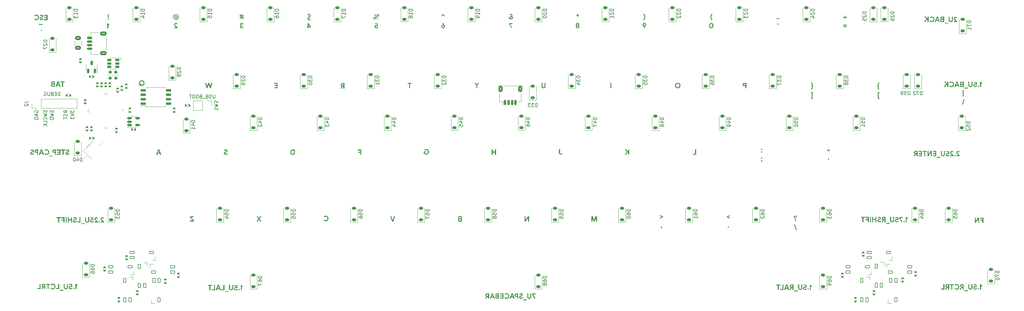
<source format=gbo>
%TF.GenerationSoftware,KiCad,Pcbnew,(7.0.0-0)*%
%TF.CreationDate,2023-06-04T17:02:28-07:00*%
%TF.ProjectId,popstar_plateless,706f7073-7461-4725-9f70-6c6174656c65,rev?*%
%TF.SameCoordinates,Original*%
%TF.FileFunction,Legend,Bot*%
%TF.FilePolarity,Positive*%
%FSLAX46Y46*%
G04 Gerber Fmt 4.6, Leading zero omitted, Abs format (unit mm)*
G04 Created by KiCad (PCBNEW (7.0.0-0)) date 2023-06-04 17:02:28*
%MOMM*%
%LPD*%
G01*
G04 APERTURE LIST*
G04 Aperture macros list*
%AMRoundRect*
0 Rectangle with rounded corners*
0 $1 Rounding radius*
0 $2 $3 $4 $5 $6 $7 $8 $9 X,Y pos of 4 corners*
0 Add a 4 corners polygon primitive as box body*
4,1,4,$2,$3,$4,$5,$6,$7,$8,$9,$2,$3,0*
0 Add four circle primitives for the rounded corners*
1,1,$1+$1,$2,$3*
1,1,$1+$1,$4,$5*
1,1,$1+$1,$6,$7*
1,1,$1+$1,$8,$9*
0 Add four rect primitives between the rounded corners*
20,1,$1+$1,$2,$3,$4,$5,0*
20,1,$1+$1,$4,$5,$6,$7,0*
20,1,$1+$1,$6,$7,$8,$9,0*
20,1,$1+$1,$8,$9,$2,$3,0*%
%AMRotRect*
0 Rectangle, with rotation*
0 The origin of the aperture is its center*
0 $1 length*
0 $2 width*
0 $3 Rotation angle, in degrees counterclockwise*
0 Add horizontal line*
21,1,$1,$2,0,0,$3*%
%AMFreePoly0*
4,1,18,-0.410000,0.593000,-0.403758,0.624380,-0.385983,0.650983,-0.359380,0.668758,-0.328000,0.675000,0.328000,0.675000,0.359380,0.668758,0.385983,0.650983,0.403758,0.624380,0.410000,0.593000,0.410000,-0.593000,0.403758,-0.624380,0.385983,-0.650983,0.359380,-0.668758,0.328000,-0.675000,0.000000,-0.675000,-0.410000,-0.265000,-0.410000,0.593000,-0.410000,0.593000,$1*%
G04 Aperture macros list end*
%ADD10C,0.300000*%
%ADD11C,0.375000*%
%ADD12C,0.187500*%
%ADD13C,0.150000*%
%ADD14C,0.120000*%
%ADD15C,1.750000*%
%ADD16C,3.987800*%
%ADD17C,2.300000*%
%ADD18C,3.048000*%
%ADD19C,4.000000*%
%ADD20RoundRect,0.140000X0.170000X-0.140000X0.170000X0.140000X-0.170000X0.140000X-0.170000X-0.140000X0*%
%ADD21RoundRect,0.140000X0.219203X0.021213X0.021213X0.219203X-0.219203X-0.021213X-0.021213X-0.219203X0*%
%ADD22R,1.700000X1.700000*%
%ADD23O,1.700000X1.700000*%
%ADD24RoundRect,0.225000X0.375000X-0.225000X0.375000X0.225000X-0.375000X0.225000X-0.375000X-0.225000X0*%
%ADD25RoundRect,0.150000X-0.650000X-0.150000X0.650000X-0.150000X0.650000X0.150000X-0.650000X0.150000X0*%
%ADD26RoundRect,0.200000X-0.275000X0.200000X-0.275000X-0.200000X0.275000X-0.200000X0.275000X0.200000X0*%
%ADD27RoundRect,0.150000X-0.150000X-0.625000X0.150000X-0.625000X0.150000X0.625000X-0.150000X0.625000X0*%
%ADD28RoundRect,0.250000X-0.350000X-0.650000X0.350000X-0.650000X0.350000X0.650000X-0.350000X0.650000X0*%
%ADD29RoundRect,0.140000X-0.170000X0.140000X-0.170000X-0.140000X0.170000X-0.140000X0.170000X0.140000X0*%
%ADD30RoundRect,0.050000X0.309359X-0.238649X-0.238649X0.309359X-0.309359X0.238649X0.238649X-0.309359X0*%
%ADD31RoundRect,0.050000X0.309359X0.238649X0.238649X0.309359X-0.309359X-0.238649X-0.238649X-0.309359X0*%
%ADD32RoundRect,0.144000X2.059095X0.000000X0.000000X2.059095X-2.059095X0.000000X0.000000X-2.059095X0*%
%ADD33RoundRect,0.150000X0.150000X-0.512500X0.150000X0.512500X-0.150000X0.512500X-0.150000X-0.512500X0*%
%ADD34RoundRect,0.082000X0.593000X-0.328000X0.593000X0.328000X-0.593000X0.328000X-0.593000X-0.328000X0*%
%ADD35FreePoly0,90.000000*%
%ADD36RoundRect,0.250000X-0.625000X0.375000X-0.625000X-0.375000X0.625000X-0.375000X0.625000X0.375000X0*%
%ADD37RoundRect,0.135000X-0.135000X-0.185000X0.135000X-0.185000X0.135000X0.185000X-0.135000X0.185000X0*%
%ADD38RoundRect,0.150000X-0.625000X0.150000X-0.625000X-0.150000X0.625000X-0.150000X0.625000X0.150000X0*%
%ADD39RoundRect,0.250000X-0.650000X0.350000X-0.650000X-0.350000X0.650000X-0.350000X0.650000X0.350000X0*%
%ADD40RoundRect,0.082000X-0.328000X-0.593000X0.328000X-0.593000X0.328000X0.593000X-0.328000X0.593000X0*%
%ADD41FreePoly0,0.000000*%
%ADD42RoundRect,0.082000X-0.593000X0.328000X-0.593000X-0.328000X0.593000X-0.328000X0.593000X0.328000X0*%
%ADD43FreePoly0,270.000000*%
%ADD44RoundRect,0.140000X-0.140000X-0.170000X0.140000X-0.170000X0.140000X0.170000X-0.140000X0.170000X0*%
%ADD45RoundRect,0.082000X0.328000X0.593000X-0.328000X0.593000X-0.328000X-0.593000X0.328000X-0.593000X0*%
%ADD46FreePoly0,180.000000*%
%ADD47RotRect,1.400000X1.200000X45.000000*%
%ADD48RoundRect,0.140000X0.140000X0.170000X-0.140000X0.170000X-0.140000X-0.170000X0.140000X-0.170000X0*%
%ADD49RoundRect,0.140000X-0.219203X-0.021213X-0.021213X-0.219203X0.219203X0.021213X0.021213X0.219203X0*%
%ADD50RoundRect,0.135000X0.135000X0.185000X-0.135000X0.185000X-0.135000X-0.185000X0.135000X-0.185000X0*%
%ADD51RoundRect,0.150000X0.475000X0.150000X-0.475000X0.150000X-0.475000X-0.150000X0.475000X-0.150000X0*%
%ADD52RoundRect,0.150000X-0.512500X-0.150000X0.512500X-0.150000X0.512500X0.150000X-0.512500X0.150000X0*%
G04 APERTURE END LIST*
D10*
G36*
X117902913Y-47359933D02*
G01*
X117902913Y-47587079D01*
X117238328Y-47587079D01*
X117238328Y-47845000D01*
X116961723Y-47845000D01*
X116961723Y-47587079D01*
X116782205Y-47587079D01*
X116782205Y-47329159D01*
X116961723Y-47329159D01*
X116961723Y-46820279D01*
X117238328Y-46820279D01*
X117238328Y-47329159D01*
X117596999Y-47329159D01*
X117255181Y-46820279D01*
X117238328Y-46820279D01*
X116961723Y-46820279D01*
X116961723Y-46391266D01*
X117261409Y-46391266D01*
X117902913Y-47359933D01*
G37*
D11*
G36*
X122111566Y-102880170D02*
G01*
X122138850Y-102879764D01*
X122165840Y-102878545D01*
X122192534Y-102876513D01*
X122218934Y-102873668D01*
X122245039Y-102870010D01*
X122270849Y-102865539D01*
X122296364Y-102860255D01*
X122321584Y-102854159D01*
X122346510Y-102847249D01*
X122371141Y-102839527D01*
X122395477Y-102830992D01*
X122419518Y-102821644D01*
X122443265Y-102811483D01*
X122466716Y-102800509D01*
X122489873Y-102788723D01*
X122512735Y-102776123D01*
X122535103Y-102762822D01*
X122556870Y-102748932D01*
X122578037Y-102734452D01*
X122598602Y-102719382D01*
X122618566Y-102703723D01*
X122637929Y-102687474D01*
X122656690Y-102670636D01*
X122674851Y-102653208D01*
X122692411Y-102635190D01*
X122709370Y-102616583D01*
X122725727Y-102597386D01*
X122741484Y-102577599D01*
X122756639Y-102557223D01*
X122771194Y-102536257D01*
X122785147Y-102514702D01*
X122798499Y-102492557D01*
X122811143Y-102469966D01*
X122822971Y-102447071D01*
X122833984Y-102423872D01*
X122844180Y-102400371D01*
X122853561Y-102376566D01*
X122862126Y-102352457D01*
X122869876Y-102328045D01*
X122876810Y-102303330D01*
X122882928Y-102278311D01*
X122888230Y-102252989D01*
X122892716Y-102227364D01*
X122896387Y-102201435D01*
X122899242Y-102175203D01*
X122901282Y-102148667D01*
X122902505Y-102121828D01*
X122902913Y-102094685D01*
X122902505Y-102067543D01*
X122901282Y-102040704D01*
X122899242Y-102014168D01*
X122896387Y-101987936D01*
X122892716Y-101962007D01*
X122888230Y-101936382D01*
X122882928Y-101911060D01*
X122876810Y-101886041D01*
X122869876Y-101861326D01*
X122862126Y-101836914D01*
X122853561Y-101812805D01*
X122844180Y-101789000D01*
X122833984Y-101765499D01*
X122822971Y-101742300D01*
X122811143Y-101719405D01*
X122798499Y-101696814D01*
X122785147Y-101674669D01*
X122771194Y-101653113D01*
X122756639Y-101632148D01*
X122741484Y-101611772D01*
X122725727Y-101591985D01*
X122709370Y-101572788D01*
X122692411Y-101554181D01*
X122674851Y-101536163D01*
X122656690Y-101518735D01*
X122637929Y-101501897D01*
X122618566Y-101485648D01*
X122598602Y-101469989D01*
X122578037Y-101454919D01*
X122556870Y-101440439D01*
X122535103Y-101426549D01*
X122512735Y-101413248D01*
X122489873Y-101400648D01*
X122466716Y-101388862D01*
X122443265Y-101377888D01*
X122419518Y-101367727D01*
X122395477Y-101358379D01*
X122371141Y-101349844D01*
X122346510Y-101342122D01*
X122321584Y-101335212D01*
X122296364Y-101329116D01*
X122270849Y-101323832D01*
X122245039Y-101319361D01*
X122218934Y-101315703D01*
X122192534Y-101312858D01*
X122165840Y-101310826D01*
X122138850Y-101309607D01*
X122111566Y-101309200D01*
X122090318Y-101309441D01*
X122069300Y-101310164D01*
X122048512Y-101311368D01*
X122027955Y-101313053D01*
X122007628Y-101315220D01*
X121987532Y-101317869D01*
X121967666Y-101320999D01*
X121948030Y-101324611D01*
X121928625Y-101328704D01*
X121909450Y-101333279D01*
X121890506Y-101338335D01*
X121871792Y-101343873D01*
X121853309Y-101349893D01*
X121835056Y-101356394D01*
X121817033Y-101363377D01*
X121799241Y-101370841D01*
X121781679Y-101378787D01*
X121764347Y-101387215D01*
X121747246Y-101396124D01*
X121730376Y-101405514D01*
X121713735Y-101415386D01*
X121697326Y-101425740D01*
X121681146Y-101436575D01*
X121665197Y-101447892D01*
X121649478Y-101459691D01*
X121633990Y-101471971D01*
X121618732Y-101484732D01*
X121603705Y-101497975D01*
X121588908Y-101511700D01*
X121574342Y-101525906D01*
X121560005Y-101540594D01*
X121545900Y-101555764D01*
X121746667Y-101749937D01*
X121765129Y-101729219D01*
X121784151Y-101709837D01*
X121803734Y-101691792D01*
X121823879Y-101675084D01*
X121844584Y-101659712D01*
X121865850Y-101645677D01*
X121887678Y-101632979D01*
X121910066Y-101621618D01*
X121933015Y-101611593D01*
X121956525Y-101602904D01*
X121980597Y-101595553D01*
X122005229Y-101589538D01*
X122030422Y-101584860D01*
X122056176Y-101581518D01*
X122082492Y-101579513D01*
X122109368Y-101578845D01*
X122126946Y-101579095D01*
X122144327Y-101579846D01*
X122161510Y-101581099D01*
X122178496Y-101582852D01*
X122195285Y-101585106D01*
X122211876Y-101587861D01*
X122228269Y-101591116D01*
X122244465Y-101594873D01*
X122260463Y-101599131D01*
X122276264Y-101603889D01*
X122291867Y-101609148D01*
X122307273Y-101614909D01*
X122322482Y-101621170D01*
X122337493Y-101627932D01*
X122352306Y-101635195D01*
X122366922Y-101642958D01*
X122381246Y-101651137D01*
X122395184Y-101659737D01*
X122408735Y-101668757D01*
X122421900Y-101678198D01*
X122434678Y-101688060D01*
X122447070Y-101698342D01*
X122459076Y-101709046D01*
X122470695Y-101720170D01*
X122481928Y-101731714D01*
X122492774Y-101743680D01*
X122503234Y-101756066D01*
X122513307Y-101768873D01*
X122522995Y-101782101D01*
X122532295Y-101795749D01*
X122541210Y-101809819D01*
X122549738Y-101824309D01*
X122557768Y-101839103D01*
X122565280Y-101854179D01*
X122572274Y-101869535D01*
X122578749Y-101885171D01*
X122584707Y-101901088D01*
X122590147Y-101917285D01*
X122595068Y-101933763D01*
X122599472Y-101950521D01*
X122603357Y-101967560D01*
X122606725Y-101984879D01*
X122609574Y-102002479D01*
X122611905Y-102020359D01*
X122613718Y-102038520D01*
X122615014Y-102056961D01*
X122615791Y-102075683D01*
X122616050Y-102094685D01*
X122615791Y-102113689D01*
X122615014Y-102132415D01*
X122613718Y-102150864D01*
X122611905Y-102169035D01*
X122609574Y-102186928D01*
X122606725Y-102204543D01*
X122603357Y-102221881D01*
X122599472Y-102238941D01*
X122595068Y-102255724D01*
X122590147Y-102272229D01*
X122584707Y-102288456D01*
X122578749Y-102304406D01*
X122572274Y-102320078D01*
X122565280Y-102335473D01*
X122557768Y-102350589D01*
X122549738Y-102365429D01*
X122541210Y-102379876D01*
X122532295Y-102393908D01*
X122522995Y-102407525D01*
X122513307Y-102420727D01*
X122503234Y-102433514D01*
X122492774Y-102445886D01*
X122481928Y-102457843D01*
X122470695Y-102469385D01*
X122459076Y-102480511D01*
X122447070Y-102491223D01*
X122434678Y-102501520D01*
X122421900Y-102511402D01*
X122408735Y-102520869D01*
X122395184Y-102529921D01*
X122381246Y-102538557D01*
X122366922Y-102546779D01*
X122352306Y-102554498D01*
X122337493Y-102561720D01*
X122322482Y-102568443D01*
X122307273Y-102574668D01*
X122291867Y-102580396D01*
X122276264Y-102585625D01*
X122260463Y-102590356D01*
X122244465Y-102594590D01*
X122228269Y-102598325D01*
X122211876Y-102601562D01*
X122195285Y-102604301D01*
X122178496Y-102606542D01*
X122161510Y-102608285D01*
X122144327Y-102609530D01*
X122126946Y-102610277D01*
X122109368Y-102610526D01*
X122094538Y-102610332D01*
X122079861Y-102609751D01*
X122050967Y-102607424D01*
X122022686Y-102603545D01*
X121995017Y-102598116D01*
X121967960Y-102591135D01*
X121941516Y-102582603D01*
X121915684Y-102572519D01*
X121890465Y-102560884D01*
X121865859Y-102547698D01*
X121841865Y-102532960D01*
X121818483Y-102516671D01*
X121795714Y-102498831D01*
X121773558Y-102479440D01*
X121762709Y-102469162D01*
X121752014Y-102458497D01*
X121741472Y-102447443D01*
X121731083Y-102436002D01*
X121720847Y-102424174D01*
X121710764Y-102411957D01*
X121508164Y-102604298D01*
X121522294Y-102620900D01*
X121536746Y-102637002D01*
X121551523Y-102652602D01*
X121566622Y-102667702D01*
X121582045Y-102682301D01*
X121597792Y-102696399D01*
X121613862Y-102709996D01*
X121630255Y-102723092D01*
X121646972Y-102735687D01*
X121664012Y-102747781D01*
X121681376Y-102759375D01*
X121699063Y-102770467D01*
X121717073Y-102781059D01*
X121735407Y-102791150D01*
X121754065Y-102800740D01*
X121773046Y-102809829D01*
X121792271Y-102818346D01*
X121811754Y-102826315D01*
X121831495Y-102833734D01*
X121851493Y-102840603D01*
X121871749Y-102846923D01*
X121892263Y-102852693D01*
X121913034Y-102857914D01*
X121934063Y-102862585D01*
X121955349Y-102866707D01*
X121976893Y-102870279D01*
X121998694Y-102873301D01*
X122020754Y-102875774D01*
X122043070Y-102877698D01*
X122065645Y-102879071D01*
X122088477Y-102879896D01*
X122111566Y-102880170D01*
G37*
D12*
X117828570Y-45402142D02*
X117614285Y-45473571D01*
X117614285Y-45473571D02*
X117257142Y-45473571D01*
X117257142Y-45473571D02*
X117114285Y-45402142D01*
X117114285Y-45402142D02*
X117042856Y-45330714D01*
X117042856Y-45330714D02*
X116971427Y-45187857D01*
X116971427Y-45187857D02*
X116971427Y-45045000D01*
X116971427Y-45045000D02*
X117042856Y-44902142D01*
X117042856Y-44902142D02*
X117114285Y-44830714D01*
X117114285Y-44830714D02*
X117257142Y-44759285D01*
X117257142Y-44759285D02*
X117542856Y-44687857D01*
X117542856Y-44687857D02*
X117685713Y-44616428D01*
X117685713Y-44616428D02*
X117757142Y-44545000D01*
X117757142Y-44545000D02*
X117828570Y-44402142D01*
X117828570Y-44402142D02*
X117828570Y-44259285D01*
X117828570Y-44259285D02*
X117757142Y-44116428D01*
X117757142Y-44116428D02*
X117685713Y-44045000D01*
X117685713Y-44045000D02*
X117542856Y-43973571D01*
X117542856Y-43973571D02*
X117185713Y-43973571D01*
X117185713Y-43973571D02*
X116971427Y-44045000D01*
X117399999Y-43759285D02*
X117399999Y-45687857D01*
D11*
G36*
X170527076Y-82444371D02*
G01*
X170242044Y-82444371D01*
X170242044Y-83042278D01*
X169606769Y-83042278D01*
X169606769Y-82444371D01*
X169322103Y-82444371D01*
X169322103Y-83945000D01*
X169606769Y-83945000D01*
X169606769Y-83311922D01*
X170242044Y-83311922D01*
X170242044Y-83945000D01*
X170527076Y-83945000D01*
X170527076Y-82444371D01*
G37*
G36*
X47420795Y-63314016D02*
G01*
X47842847Y-63314016D01*
X47842847Y-63044371D01*
X46714078Y-63044371D01*
X46714078Y-63314016D01*
X47136130Y-63314016D01*
X47136130Y-64545000D01*
X47420795Y-64545000D01*
X47420795Y-63314016D01*
G37*
G36*
X46770865Y-64545000D02*
G01*
X46456158Y-64545000D01*
X46329762Y-64193290D01*
X45751639Y-64193290D01*
X45624877Y-64545000D01*
X45310537Y-64545000D01*
X45543300Y-63929508D01*
X45844330Y-63929508D01*
X46238904Y-63929508D01*
X46103715Y-63549588D01*
X46049127Y-63368237D01*
X46032274Y-63368237D01*
X45977320Y-63549588D01*
X45844330Y-63929508D01*
X45543300Y-63929508D01*
X45878035Y-63044371D01*
X46205198Y-63044371D01*
X46770865Y-64545000D01*
G37*
G36*
X45114166Y-64545000D02*
G01*
X44501971Y-64545000D01*
X44484938Y-64544799D01*
X44468094Y-64544198D01*
X44451438Y-64543196D01*
X44434972Y-64541794D01*
X44418695Y-64539991D01*
X44402606Y-64537787D01*
X44386706Y-64535182D01*
X44370996Y-64532177D01*
X44355474Y-64528771D01*
X44340141Y-64524964D01*
X44324997Y-64520756D01*
X44310042Y-64516148D01*
X44295276Y-64511139D01*
X44280698Y-64505730D01*
X44266310Y-64499920D01*
X44252110Y-64493709D01*
X44245103Y-64490460D01*
X44231362Y-64483705D01*
X44217984Y-64476607D01*
X44204969Y-64469165D01*
X44192318Y-64461380D01*
X44180031Y-64453251D01*
X44162281Y-64440414D01*
X44145349Y-64426804D01*
X44129235Y-64412421D01*
X44113939Y-64397266D01*
X44099461Y-64381338D01*
X44085801Y-64364637D01*
X44072958Y-64347163D01*
X44061042Y-64328989D01*
X44050298Y-64310326D01*
X44040726Y-64291173D01*
X44032326Y-64271531D01*
X44025098Y-64251400D01*
X44019043Y-64230779D01*
X44014159Y-64209669D01*
X44010447Y-64188069D01*
X44008624Y-64173397D01*
X44007322Y-64158508D01*
X44006540Y-64143401D01*
X44006280Y-64128077D01*
X44006348Y-64120121D01*
X44006892Y-64104425D01*
X44007979Y-64089015D01*
X44007994Y-64088876D01*
X44293143Y-64088876D01*
X44293200Y-64094362D01*
X44294053Y-64110429D01*
X44295931Y-64125909D01*
X44298832Y-64140804D01*
X44302757Y-64155112D01*
X44309583Y-64173279D01*
X44318230Y-64190404D01*
X44328697Y-64206486D01*
X44340985Y-64221527D01*
X44351395Y-64232124D01*
X44358808Y-64238779D01*
X44370594Y-64247956D01*
X44383177Y-64256167D01*
X44396560Y-64263412D01*
X44410740Y-64269691D01*
X44425720Y-64275004D01*
X44441498Y-64279351D01*
X44458074Y-64282732D01*
X44475450Y-64285147D01*
X44493623Y-64286596D01*
X44512595Y-64287079D01*
X44829134Y-64287079D01*
X44829134Y-63888475D01*
X44521022Y-63888475D01*
X44507526Y-63888694D01*
X44488024Y-63889843D01*
X44469410Y-63891978D01*
X44451685Y-63895098D01*
X44434849Y-63899204D01*
X44418901Y-63904295D01*
X44403843Y-63910371D01*
X44389672Y-63917432D01*
X44376391Y-63925479D01*
X44363998Y-63934511D01*
X44352494Y-63944528D01*
X44341888Y-63955322D01*
X44332324Y-63966682D01*
X44323804Y-63978609D01*
X44314067Y-63995393D01*
X44306184Y-64013185D01*
X44301489Y-64027189D01*
X44297838Y-64041761D01*
X44295230Y-64056899D01*
X44293665Y-64072604D01*
X44293143Y-64088876D01*
X44007994Y-64088876D01*
X44009611Y-64073891D01*
X44011786Y-64059053D01*
X44014505Y-64044502D01*
X44019604Y-64023211D01*
X44025926Y-64002564D01*
X44033471Y-63982562D01*
X44042240Y-63963203D01*
X44052233Y-63944488D01*
X44063449Y-63926418D01*
X44075889Y-63908991D01*
X44080287Y-63903338D01*
X44094047Y-63886958D01*
X44108657Y-63871447D01*
X44124118Y-63856806D01*
X44140428Y-63843034D01*
X44157588Y-63830131D01*
X44175599Y-63818098D01*
X44194460Y-63806934D01*
X44207506Y-63799975D01*
X44220929Y-63793402D01*
X44234731Y-63787215D01*
X44248910Y-63781415D01*
X44263468Y-63776001D01*
X44263468Y-63759148D01*
X44252291Y-63753501D01*
X44236030Y-63744461D01*
X44220374Y-63734739D01*
X44205324Y-63724334D01*
X44190879Y-63713247D01*
X44177039Y-63701477D01*
X44163805Y-63689024D01*
X44151176Y-63675888D01*
X44139153Y-63662070D01*
X44127735Y-63647569D01*
X44116922Y-63632386D01*
X44110134Y-63621918D01*
X44100774Y-63605769D01*
X44092399Y-63589086D01*
X44085009Y-63571869D01*
X44078604Y-63554117D01*
X44073185Y-63535831D01*
X44068751Y-63517010D01*
X44065302Y-63497655D01*
X44062839Y-63477765D01*
X44062363Y-63471186D01*
X44339672Y-63471186D01*
X44340547Y-63489206D01*
X44343175Y-63506448D01*
X44347554Y-63522912D01*
X44353685Y-63538597D01*
X44361568Y-63553503D01*
X44371202Y-63567631D01*
X44382588Y-63580981D01*
X44395725Y-63593551D01*
X44399242Y-63596549D01*
X44414031Y-63607589D01*
X44429976Y-63617106D01*
X44447078Y-63625100D01*
X44465336Y-63631571D01*
X44479789Y-63635426D01*
X44494892Y-63638424D01*
X44510645Y-63640565D01*
X44527049Y-63641850D01*
X44544103Y-63642278D01*
X44829134Y-63642278D01*
X44829134Y-63302292D01*
X44535676Y-63302292D01*
X44519424Y-63302720D01*
X44503777Y-63304005D01*
X44488735Y-63306146D01*
X44474299Y-63309144D01*
X44455992Y-63314474D01*
X44438762Y-63321326D01*
X44422607Y-63329701D01*
X44407529Y-63339598D01*
X44393527Y-63351018D01*
X44380905Y-63363555D01*
X44369965Y-63376801D01*
X44360709Y-63390757D01*
X44353135Y-63405423D01*
X44347245Y-63420799D01*
X44343037Y-63436885D01*
X44340513Y-63453680D01*
X44339672Y-63471186D01*
X44062363Y-63471186D01*
X44061361Y-63457340D01*
X44060868Y-63436381D01*
X44061109Y-63423075D01*
X44062371Y-63403362D01*
X44064715Y-63383945D01*
X44068141Y-63364825D01*
X44072649Y-63346001D01*
X44078239Y-63327473D01*
X44084911Y-63309241D01*
X44092665Y-63291306D01*
X44101500Y-63273667D01*
X44111418Y-63256324D01*
X44122418Y-63239277D01*
X44134289Y-63222710D01*
X44146958Y-63206807D01*
X44160426Y-63191567D01*
X44174693Y-63176990D01*
X44189758Y-63163076D01*
X44205622Y-63149826D01*
X44222285Y-63137239D01*
X44239746Y-63125315D01*
X44258005Y-63114055D01*
X44277063Y-63103458D01*
X44290212Y-63096762D01*
X44303573Y-63090417D01*
X44317094Y-63084483D01*
X44330776Y-63078957D01*
X44344617Y-63073841D01*
X44358619Y-63069134D01*
X44372782Y-63064836D01*
X44387104Y-63060948D01*
X44401587Y-63057469D01*
X44416230Y-63054399D01*
X44431034Y-63051739D01*
X44445997Y-63049488D01*
X44461121Y-63047646D01*
X44476406Y-63046213D01*
X44491850Y-63045190D01*
X44507455Y-63044576D01*
X44523220Y-63044371D01*
X45114166Y-63044371D01*
X45114166Y-64545000D01*
G37*
G36*
X181733304Y-124850111D02*
G01*
X181131734Y-123762009D01*
X181140160Y-123749187D01*
X181802913Y-123749187D01*
X181802913Y-123491266D01*
X180821789Y-123491266D01*
X180821789Y-123765673D01*
X181501029Y-124980170D01*
X181733304Y-124850111D01*
G37*
G36*
X179998203Y-124980170D02*
G01*
X180020190Y-124979876D01*
X180041823Y-124978991D01*
X180063101Y-124977517D01*
X180084023Y-124975454D01*
X180104591Y-124972800D01*
X180124804Y-124969557D01*
X180144662Y-124965725D01*
X180164166Y-124961303D01*
X180183314Y-124956291D01*
X180202107Y-124950690D01*
X180220546Y-124944499D01*
X180238629Y-124937718D01*
X180256358Y-124930348D01*
X180273731Y-124922388D01*
X180290750Y-124913839D01*
X180307414Y-124904699D01*
X180323670Y-124895004D01*
X180339465Y-124884784D01*
X180354800Y-124874041D01*
X180369673Y-124862774D01*
X180384086Y-124850983D01*
X180398038Y-124838668D01*
X180411529Y-124825830D01*
X180424559Y-124812467D01*
X180437128Y-124798581D01*
X180449237Y-124784171D01*
X180460885Y-124769238D01*
X180472072Y-124753780D01*
X180482798Y-124737799D01*
X180493063Y-124721294D01*
X180502868Y-124704265D01*
X180512212Y-124686713D01*
X180521040Y-124668648D01*
X180529299Y-124650174D01*
X180536988Y-124631290D01*
X180544108Y-124611997D01*
X180550658Y-124592295D01*
X180556639Y-124572184D01*
X180562050Y-124551663D01*
X180566892Y-124530733D01*
X180571163Y-124509394D01*
X180574866Y-124487645D01*
X180577998Y-124465487D01*
X180580561Y-124442920D01*
X180582555Y-124419944D01*
X180583979Y-124396558D01*
X180584833Y-124372763D01*
X180585118Y-124348558D01*
X180585118Y-123444371D01*
X180302285Y-123444371D01*
X180302285Y-124364678D01*
X180301976Y-124383818D01*
X180301048Y-124402494D01*
X180299503Y-124420706D01*
X180297339Y-124438455D01*
X180294557Y-124455740D01*
X180291157Y-124472561D01*
X180287138Y-124488919D01*
X180282501Y-124504813D01*
X180277246Y-124520243D01*
X180271373Y-124535210D01*
X180264881Y-124549712D01*
X180257772Y-124563752D01*
X180250044Y-124577327D01*
X180241697Y-124590439D01*
X180232733Y-124603087D01*
X180223150Y-124615272D01*
X180212998Y-124626806D01*
X180202325Y-124637597D01*
X180191131Y-124647643D01*
X180179415Y-124656946D01*
X180167180Y-124665504D01*
X180154423Y-124673317D01*
X180141145Y-124680387D01*
X180127346Y-124686713D01*
X180113026Y-124692294D01*
X180098186Y-124697131D01*
X180082824Y-124701224D01*
X180066942Y-124704573D01*
X180050538Y-124707178D01*
X180033614Y-124709038D01*
X180016169Y-124710154D01*
X179998203Y-124710526D01*
X179980281Y-124710154D01*
X179962877Y-124709038D01*
X179945991Y-124707178D01*
X179929624Y-124704573D01*
X179913774Y-124701224D01*
X179898443Y-124697131D01*
X179883629Y-124692294D01*
X179869334Y-124686713D01*
X179855557Y-124680387D01*
X179842297Y-124673317D01*
X179829556Y-124665504D01*
X179817333Y-124656946D01*
X179805628Y-124647643D01*
X179794441Y-124637597D01*
X179783772Y-124626806D01*
X179773621Y-124615272D01*
X179764039Y-124603087D01*
X179755074Y-124590439D01*
X179746728Y-124577327D01*
X179739000Y-124563752D01*
X179731890Y-124549712D01*
X179725399Y-124535210D01*
X179719525Y-124520243D01*
X179714270Y-124504813D01*
X179709633Y-124488919D01*
X179705615Y-124472561D01*
X179702215Y-124455740D01*
X179699433Y-124438455D01*
X179697269Y-124420706D01*
X179695723Y-124402494D01*
X179694796Y-124383818D01*
X179694487Y-124364678D01*
X179694487Y-123444371D01*
X179411653Y-123444371D01*
X179411653Y-124348558D01*
X179411934Y-124371742D01*
X179412775Y-124394583D01*
X179414178Y-124417080D01*
X179416141Y-124439234D01*
X179418666Y-124461044D01*
X179421751Y-124482510D01*
X179425398Y-124503634D01*
X179429605Y-124524413D01*
X179434374Y-124544850D01*
X179439703Y-124564942D01*
X179445594Y-124584692D01*
X179452045Y-124604098D01*
X179459057Y-124623160D01*
X179466631Y-124641879D01*
X179474765Y-124660254D01*
X179483461Y-124678286D01*
X179492676Y-124695856D01*
X179502369Y-124712936D01*
X179512540Y-124729527D01*
X179523188Y-124745629D01*
X179534315Y-124761241D01*
X179545920Y-124776363D01*
X179558003Y-124790996D01*
X179570564Y-124805140D01*
X179583603Y-124818794D01*
X179597120Y-124831959D01*
X179611114Y-124844634D01*
X179625587Y-124856820D01*
X179640538Y-124868517D01*
X179655967Y-124879724D01*
X179671874Y-124890441D01*
X179688258Y-124900669D01*
X179705011Y-124910297D01*
X179722113Y-124919302D01*
X179739564Y-124927687D01*
X179757364Y-124935451D01*
X179775513Y-124942594D01*
X179794012Y-124949115D01*
X179812859Y-124955016D01*
X179832056Y-124960295D01*
X179851602Y-124964953D01*
X179871498Y-124968991D01*
X179891742Y-124972407D01*
X179912336Y-124975202D01*
X179933279Y-124977376D01*
X179954571Y-124978928D01*
X179976212Y-124979860D01*
X179998203Y-124980170D01*
G37*
G36*
X179316399Y-125156025D02*
G01*
X178263468Y-125156025D01*
X178263468Y-125400757D01*
X179316399Y-125400757D01*
X179316399Y-125156025D01*
G37*
G36*
X177639916Y-124980170D02*
G01*
X177664511Y-124979734D01*
X177688745Y-124978425D01*
X177712619Y-124976242D01*
X177736132Y-124973187D01*
X177759285Y-124969258D01*
X177782077Y-124964457D01*
X177804508Y-124958783D01*
X177826578Y-124952235D01*
X177848288Y-124944815D01*
X177869638Y-124936522D01*
X177890626Y-124927355D01*
X177911254Y-124917316D01*
X177931522Y-124906404D01*
X177951428Y-124894619D01*
X177970975Y-124881961D01*
X177990160Y-124868429D01*
X178008766Y-124854100D01*
X178026665Y-124839046D01*
X178043857Y-124823268D01*
X178060342Y-124806766D01*
X178076120Y-124789539D01*
X178091191Y-124771589D01*
X178105555Y-124752914D01*
X178119212Y-124733516D01*
X178132162Y-124713393D01*
X178144405Y-124692546D01*
X178155941Y-124670975D01*
X178166770Y-124648679D01*
X178176893Y-124625660D01*
X178186308Y-124601917D01*
X178195016Y-124577449D01*
X178203018Y-124552257D01*
X177935205Y-124446744D01*
X177931094Y-124461576D01*
X177926636Y-124476030D01*
X177921832Y-124490107D01*
X177913976Y-124510513D01*
X177905341Y-124530069D01*
X177895927Y-124548775D01*
X177885733Y-124566631D01*
X177874761Y-124583637D01*
X177863009Y-124599793D01*
X177850478Y-124615098D01*
X177837167Y-124629554D01*
X177827861Y-124638719D01*
X177813241Y-124651552D01*
X177797958Y-124663122D01*
X177782011Y-124673431D01*
X177765401Y-124682477D01*
X177748128Y-124690260D01*
X177730192Y-124696782D01*
X177711592Y-124702041D01*
X177692329Y-124706038D01*
X177672402Y-124708773D01*
X177651813Y-124710246D01*
X177637718Y-124710526D01*
X177620168Y-124710111D01*
X177603100Y-124708865D01*
X177586516Y-124706788D01*
X177570415Y-124703880D01*
X177554797Y-124700142D01*
X177539662Y-124695573D01*
X177525010Y-124690173D01*
X177510841Y-124683942D01*
X177497155Y-124676881D01*
X177483952Y-124668988D01*
X177475418Y-124663265D01*
X177463306Y-124654082D01*
X177452384Y-124644255D01*
X177439676Y-124630149D01*
X177429086Y-124614900D01*
X177420614Y-124598505D01*
X177414260Y-124580965D01*
X177410024Y-124562280D01*
X177408237Y-124547516D01*
X177407641Y-124532107D01*
X177408208Y-124516643D01*
X177409908Y-124501714D01*
X177412741Y-124487320D01*
X177418283Y-124468959D01*
X177425839Y-124451548D01*
X177435410Y-124435087D01*
X177446996Y-124419577D01*
X177457008Y-124408568D01*
X177468154Y-124398093D01*
X177472121Y-124394720D01*
X177485028Y-124384627D01*
X177499706Y-124374404D01*
X177516154Y-124364053D01*
X177534374Y-124353573D01*
X177547505Y-124346515D01*
X177561422Y-124339399D01*
X177576127Y-124332227D01*
X177591619Y-124324997D01*
X177607898Y-124317709D01*
X177624964Y-124310365D01*
X177642817Y-124302963D01*
X177661457Y-124295504D01*
X177680884Y-124287988D01*
X177701099Y-124280415D01*
X177793789Y-124246709D01*
X177811806Y-124240182D01*
X177829498Y-124233240D01*
X177846863Y-124225882D01*
X177863902Y-124218110D01*
X177880614Y-124209923D01*
X177897000Y-124201320D01*
X177913060Y-124192303D01*
X177928794Y-124182870D01*
X177944201Y-124173023D01*
X177959282Y-124162760D01*
X177974037Y-124152083D01*
X177988466Y-124140990D01*
X178002568Y-124129483D01*
X178016344Y-124117560D01*
X178029793Y-124105222D01*
X178042916Y-124092470D01*
X178055427Y-124079256D01*
X178067131Y-124065628D01*
X178078027Y-124051584D01*
X178088117Y-124037126D01*
X178097399Y-124022252D01*
X178105874Y-124006964D01*
X178113542Y-123991260D01*
X178120403Y-123975142D01*
X178126456Y-123958608D01*
X178131703Y-123941659D01*
X178136142Y-123924296D01*
X178139774Y-123906517D01*
X178142599Y-123888323D01*
X178144617Y-123869715D01*
X178145828Y-123850691D01*
X178146231Y-123831252D01*
X178145693Y-123809388D01*
X178144080Y-123787898D01*
X178141392Y-123766781D01*
X178137627Y-123746038D01*
X178132788Y-123725668D01*
X178126873Y-123705672D01*
X178119882Y-123686050D01*
X178111816Y-123666800D01*
X178102674Y-123647925D01*
X178092457Y-123629423D01*
X178085048Y-123617295D01*
X178073132Y-123599521D01*
X178060327Y-123582468D01*
X178046634Y-123566136D01*
X178032051Y-123550525D01*
X178016580Y-123535636D01*
X178000221Y-123521468D01*
X177982972Y-123508022D01*
X177970980Y-123499458D01*
X177958592Y-123491215D01*
X177945809Y-123483292D01*
X177932632Y-123475690D01*
X177919059Y-123468408D01*
X177912124Y-123464888D01*
X177897996Y-123458144D01*
X177883640Y-123451836D01*
X177869054Y-123445963D01*
X177854239Y-123440525D01*
X177839195Y-123435521D01*
X177823922Y-123430953D01*
X177808420Y-123426820D01*
X177792690Y-123423122D01*
X177776730Y-123419859D01*
X177760541Y-123417032D01*
X177744123Y-123414639D01*
X177727477Y-123412681D01*
X177710601Y-123411158D01*
X177693497Y-123410071D01*
X177676163Y-123409418D01*
X177658600Y-123409200D01*
X177633384Y-123409578D01*
X177608843Y-123410712D01*
X177584978Y-123412601D01*
X177561789Y-123415245D01*
X177539274Y-123418646D01*
X177517436Y-123422802D01*
X177496272Y-123427713D01*
X177475785Y-123433381D01*
X177455972Y-123439803D01*
X177436835Y-123446982D01*
X177418374Y-123454916D01*
X177400588Y-123463606D01*
X177383478Y-123473051D01*
X177367043Y-123483252D01*
X177351284Y-123494208D01*
X177336200Y-123505921D01*
X177321697Y-123518138D01*
X177307772Y-123530610D01*
X177294426Y-123543337D01*
X177281657Y-123556319D01*
X177269467Y-123569555D01*
X177257855Y-123583046D01*
X177246821Y-123596792D01*
X177236366Y-123610792D01*
X177226488Y-123625048D01*
X177217189Y-123639558D01*
X177208467Y-123654323D01*
X177200324Y-123669342D01*
X177192760Y-123684616D01*
X177185773Y-123700145D01*
X177179364Y-123715929D01*
X177173534Y-123731967D01*
X177424494Y-123837480D01*
X177430813Y-123820427D01*
X177438232Y-123804072D01*
X177446750Y-123788416D01*
X177456367Y-123773458D01*
X177467083Y-123759199D01*
X177478899Y-123745637D01*
X177491813Y-123732775D01*
X177505826Y-123720610D01*
X177520813Y-123709447D01*
X177536830Y-123699773D01*
X177553877Y-123691587D01*
X177571955Y-123684890D01*
X177586190Y-123680843D01*
X177601004Y-123677634D01*
X177616398Y-123675262D01*
X177632371Y-123673727D01*
X177648924Y-123673029D01*
X177654570Y-123672983D01*
X177671666Y-123673359D01*
X177688196Y-123674490D01*
X177704158Y-123676373D01*
X177719554Y-123679011D01*
X177734383Y-123682401D01*
X177748646Y-123686545D01*
X177766781Y-123693243D01*
X177783908Y-123701280D01*
X177800028Y-123710657D01*
X177807711Y-123715847D01*
X177821793Y-123726976D01*
X177833997Y-123738928D01*
X177844324Y-123751705D01*
X177852773Y-123765307D01*
X177859345Y-123779732D01*
X177864039Y-123794982D01*
X177866856Y-123811056D01*
X177867794Y-123827955D01*
X177866907Y-123844407D01*
X177864245Y-123860241D01*
X177859809Y-123875456D01*
X177853598Y-123890054D01*
X177845612Y-123904033D01*
X177835852Y-123917394D01*
X177824317Y-123930136D01*
X177811008Y-123942260D01*
X177795563Y-123953938D01*
X177782462Y-123962637D01*
X177768060Y-123971283D01*
X177752357Y-123979879D01*
X177735354Y-123988422D01*
X177717049Y-123996915D01*
X177697444Y-124005355D01*
X177683650Y-124010954D01*
X177669279Y-124016529D01*
X177654330Y-124022082D01*
X177638802Y-124027612D01*
X177622697Y-124033119D01*
X177527808Y-124064626D01*
X177503665Y-124073176D01*
X177480238Y-124082063D01*
X177457526Y-124091288D01*
X177435530Y-124100850D01*
X177414250Y-124110751D01*
X177393685Y-124120989D01*
X177373835Y-124131565D01*
X177354701Y-124142479D01*
X177336283Y-124153730D01*
X177318580Y-124165319D01*
X177301593Y-124177246D01*
X177285321Y-124189511D01*
X177269765Y-124202113D01*
X177254924Y-124215053D01*
X177240799Y-124228331D01*
X177227390Y-124241946D01*
X177214701Y-124255951D01*
X177202832Y-124270489D01*
X177191781Y-124285558D01*
X177181548Y-124301160D01*
X177172134Y-124317294D01*
X177163539Y-124333961D01*
X177155763Y-124351160D01*
X177148804Y-124368892D01*
X177142665Y-124387156D01*
X177137344Y-124405952D01*
X177132842Y-124425280D01*
X177129158Y-124445141D01*
X177126293Y-124465535D01*
X177124247Y-124486460D01*
X177123019Y-124507918D01*
X177122609Y-124529909D01*
X177122907Y-124548052D01*
X177123800Y-124565847D01*
X177125288Y-124583292D01*
X177127372Y-124600388D01*
X177130051Y-124617135D01*
X177133326Y-124633533D01*
X177137195Y-124649581D01*
X177141660Y-124665280D01*
X177146721Y-124680630D01*
X177152377Y-124695631D01*
X177158628Y-124710283D01*
X177165474Y-124724586D01*
X177172916Y-124738539D01*
X177180953Y-124752143D01*
X177189585Y-124765398D01*
X177198813Y-124778304D01*
X177208463Y-124790789D01*
X177218454Y-124802873D01*
X177228785Y-124814557D01*
X177239457Y-124825840D01*
X177250469Y-124836722D01*
X177261822Y-124847203D01*
X177273516Y-124857284D01*
X177285550Y-124866964D01*
X177297925Y-124876243D01*
X177310640Y-124885122D01*
X177323696Y-124893600D01*
X177337093Y-124901677D01*
X177350830Y-124909353D01*
X177364908Y-124916629D01*
X177379326Y-124923504D01*
X177394085Y-124929979D01*
X177408999Y-124936056D01*
X177423973Y-124941742D01*
X177439006Y-124947036D01*
X177454100Y-124951938D01*
X177469254Y-124956447D01*
X177484469Y-124960564D01*
X177499743Y-124964289D01*
X177515077Y-124967622D01*
X177530472Y-124970563D01*
X177545926Y-124973112D01*
X177561441Y-124975269D01*
X177577016Y-124977033D01*
X177592650Y-124978406D01*
X177608345Y-124979386D01*
X177624101Y-124979974D01*
X177639916Y-124980170D01*
G37*
G36*
X176858827Y-124945000D02*
G01*
X176573796Y-124945000D01*
X176573796Y-124382264D01*
X176326866Y-124382264D01*
X176309015Y-124382034D01*
X176291363Y-124381342D01*
X176273912Y-124380190D01*
X176256662Y-124378577D01*
X176239611Y-124376504D01*
X176222762Y-124373969D01*
X176206112Y-124370974D01*
X176189663Y-124367518D01*
X176173414Y-124363601D01*
X176157365Y-124359223D01*
X176141517Y-124354385D01*
X176125870Y-124349085D01*
X176110422Y-124343325D01*
X176095175Y-124337104D01*
X176080128Y-124330422D01*
X176065282Y-124323279D01*
X176050689Y-124315716D01*
X176036494Y-124307772D01*
X176022697Y-124299447D01*
X176009297Y-124290742D01*
X175996295Y-124281655D01*
X175983692Y-124272189D01*
X175971486Y-124262341D01*
X175959678Y-124252113D01*
X175948267Y-124241504D01*
X175937255Y-124230515D01*
X175926640Y-124219145D01*
X175916424Y-124207394D01*
X175906605Y-124195262D01*
X175897184Y-124182750D01*
X175888161Y-124169857D01*
X175879535Y-124156584D01*
X175871372Y-124143007D01*
X175863736Y-124129204D01*
X175856626Y-124115174D01*
X175850043Y-124100919D01*
X175843987Y-124086438D01*
X175838457Y-124071730D01*
X175833454Y-124056797D01*
X175828977Y-124041637D01*
X175825027Y-124026251D01*
X175821604Y-124010639D01*
X175818708Y-123994801D01*
X175816338Y-123978737D01*
X175814494Y-123962446D01*
X175813178Y-123945930D01*
X175812388Y-123929187D01*
X175812124Y-123912219D01*
X176092759Y-123912219D01*
X176092818Y-123917392D01*
X176093698Y-123932626D01*
X176095635Y-123947429D01*
X176099859Y-123966494D01*
X176105961Y-123984792D01*
X176113941Y-124002323D01*
X176123799Y-124019087D01*
X176132424Y-124031157D01*
X176142106Y-124042795D01*
X176152843Y-124054002D01*
X176160531Y-124061100D01*
X176172728Y-124070889D01*
X176185724Y-124079647D01*
X176199519Y-124087375D01*
X176214112Y-124094073D01*
X176229503Y-124099740D01*
X176245694Y-124104377D01*
X176262682Y-124107983D01*
X176280470Y-124110559D01*
X176299055Y-124112105D01*
X176318440Y-124112620D01*
X176573796Y-124112620D01*
X176573796Y-123714016D01*
X176318440Y-123714016D01*
X176305428Y-123714242D01*
X176286576Y-123715429D01*
X176268523Y-123717633D01*
X176251268Y-123720856D01*
X176234811Y-123725095D01*
X176219154Y-123730352D01*
X176204294Y-123736627D01*
X176190234Y-123743919D01*
X176176972Y-123752229D01*
X176164508Y-123761556D01*
X176152843Y-123771901D01*
X176142106Y-123782908D01*
X176132424Y-123794360D01*
X176121158Y-123810319D01*
X176111770Y-123827069D01*
X176104260Y-123844609D01*
X176098627Y-123862938D01*
X176094872Y-123882058D01*
X176093288Y-123896916D01*
X176092759Y-123912219D01*
X175812124Y-123912219D01*
X175812388Y-123895254D01*
X175813178Y-123878525D01*
X175814494Y-123862030D01*
X175816338Y-123845769D01*
X175818708Y-123829744D01*
X175821604Y-123813953D01*
X175825027Y-123798397D01*
X175828977Y-123783075D01*
X175833454Y-123767988D01*
X175838457Y-123753136D01*
X175843987Y-123738519D01*
X175850043Y-123724136D01*
X175856626Y-123709988D01*
X175863736Y-123696075D01*
X175871372Y-123682397D01*
X175879535Y-123668953D01*
X175888161Y-123655812D01*
X175897184Y-123643044D01*
X175906605Y-123630648D01*
X175916424Y-123618623D01*
X175926640Y-123606971D01*
X175937255Y-123595691D01*
X175948267Y-123584783D01*
X175959678Y-123574248D01*
X175971486Y-123564084D01*
X175983692Y-123554292D01*
X175996295Y-123544873D01*
X176009297Y-123535825D01*
X176022697Y-123527150D01*
X176036494Y-123518846D01*
X176050689Y-123510915D01*
X176065282Y-123503356D01*
X176080128Y-123496213D01*
X176095175Y-123489532D01*
X176110422Y-123483311D01*
X176125870Y-123477550D01*
X176141517Y-123472251D01*
X176157365Y-123467412D01*
X176173414Y-123463035D01*
X176189663Y-123459118D01*
X176206112Y-123455661D01*
X176222762Y-123452666D01*
X176239611Y-123450132D01*
X176256662Y-123448058D01*
X176273912Y-123446445D01*
X176291363Y-123445293D01*
X176309015Y-123444602D01*
X176326866Y-123444371D01*
X176858827Y-123444371D01*
X176858827Y-124945000D01*
G37*
G36*
X175865980Y-124945000D02*
G01*
X175551273Y-124945000D01*
X175424877Y-124593290D01*
X174846755Y-124593290D01*
X174719993Y-124945000D01*
X174405652Y-124945000D01*
X174638415Y-124329508D01*
X174939445Y-124329508D01*
X175334019Y-124329508D01*
X175198831Y-123949588D01*
X175144242Y-123768237D01*
X175127390Y-123768237D01*
X175072435Y-123949588D01*
X174939445Y-124329508D01*
X174638415Y-124329508D01*
X174973150Y-123444371D01*
X175300314Y-123444371D01*
X175865980Y-124945000D01*
G37*
G36*
X173534804Y-124980170D02*
G01*
X173562088Y-124979764D01*
X173589078Y-124978545D01*
X173615772Y-124976513D01*
X173642172Y-124973668D01*
X173668277Y-124970010D01*
X173694087Y-124965539D01*
X173719602Y-124960255D01*
X173744822Y-124954159D01*
X173769748Y-124947249D01*
X173794379Y-124939527D01*
X173818715Y-124930992D01*
X173842756Y-124921644D01*
X173866503Y-124911483D01*
X173889954Y-124900509D01*
X173913111Y-124888723D01*
X173935973Y-124876123D01*
X173958341Y-124862822D01*
X173980108Y-124848932D01*
X174001275Y-124834452D01*
X174021840Y-124819382D01*
X174041804Y-124803723D01*
X174061167Y-124787474D01*
X174079928Y-124770636D01*
X174098089Y-124753208D01*
X174115649Y-124735190D01*
X174132608Y-124716583D01*
X174148965Y-124697386D01*
X174164722Y-124677599D01*
X174179877Y-124657223D01*
X174194432Y-124636257D01*
X174208385Y-124614702D01*
X174221737Y-124592557D01*
X174234381Y-124569966D01*
X174246209Y-124547071D01*
X174257221Y-124523872D01*
X174267418Y-124500371D01*
X174276799Y-124476566D01*
X174285364Y-124452457D01*
X174293114Y-124428045D01*
X174300047Y-124403330D01*
X174306165Y-124378311D01*
X174311468Y-124352989D01*
X174315954Y-124327364D01*
X174319625Y-124301435D01*
X174322480Y-124275203D01*
X174324519Y-124248667D01*
X174325743Y-124221828D01*
X174326151Y-124194685D01*
X174325743Y-124167543D01*
X174324519Y-124140704D01*
X174322480Y-124114168D01*
X174319625Y-124087936D01*
X174315954Y-124062007D01*
X174311468Y-124036382D01*
X174306165Y-124011060D01*
X174300047Y-123986041D01*
X174293114Y-123961326D01*
X174285364Y-123936914D01*
X174276799Y-123912805D01*
X174267418Y-123889000D01*
X174257221Y-123865499D01*
X174246209Y-123842300D01*
X174234381Y-123819405D01*
X174221737Y-123796814D01*
X174208385Y-123774669D01*
X174194432Y-123753113D01*
X174179877Y-123732148D01*
X174164722Y-123711772D01*
X174148965Y-123691985D01*
X174132608Y-123672788D01*
X174115649Y-123654181D01*
X174098089Y-123636163D01*
X174079928Y-123618735D01*
X174061167Y-123601897D01*
X174041804Y-123585648D01*
X174021840Y-123569989D01*
X174001275Y-123554919D01*
X173980108Y-123540439D01*
X173958341Y-123526549D01*
X173935973Y-123513248D01*
X173913111Y-123500648D01*
X173889954Y-123488862D01*
X173866503Y-123477888D01*
X173842756Y-123467727D01*
X173818715Y-123458379D01*
X173794379Y-123449844D01*
X173769748Y-123442122D01*
X173744822Y-123435212D01*
X173719602Y-123429116D01*
X173694087Y-123423832D01*
X173668277Y-123419361D01*
X173642172Y-123415703D01*
X173615772Y-123412858D01*
X173589078Y-123410826D01*
X173562088Y-123409607D01*
X173534804Y-123409200D01*
X173513556Y-123409441D01*
X173492538Y-123410164D01*
X173471750Y-123411368D01*
X173451193Y-123413053D01*
X173430866Y-123415220D01*
X173410770Y-123417869D01*
X173390904Y-123420999D01*
X173371268Y-123424611D01*
X173351863Y-123428704D01*
X173332688Y-123433279D01*
X173313744Y-123438335D01*
X173295030Y-123443873D01*
X173276547Y-123449893D01*
X173258294Y-123456394D01*
X173240271Y-123463377D01*
X173222479Y-123470841D01*
X173204917Y-123478787D01*
X173187585Y-123487215D01*
X173170484Y-123496124D01*
X173153614Y-123505514D01*
X173136973Y-123515386D01*
X173120563Y-123525740D01*
X173104384Y-123536575D01*
X173088435Y-123547892D01*
X173072716Y-123559691D01*
X173057228Y-123571971D01*
X173041970Y-123584732D01*
X173026943Y-123597975D01*
X173012146Y-123611700D01*
X172997580Y-123625906D01*
X172983243Y-123640594D01*
X172969138Y-123655764D01*
X173169905Y-123849937D01*
X173188367Y-123829219D01*
X173207389Y-123809837D01*
X173226972Y-123791792D01*
X173247117Y-123775084D01*
X173267822Y-123759712D01*
X173289088Y-123745677D01*
X173310915Y-123732979D01*
X173333304Y-123721618D01*
X173356253Y-123711593D01*
X173379763Y-123702904D01*
X173403835Y-123695553D01*
X173428467Y-123689538D01*
X173453660Y-123684860D01*
X173479414Y-123681518D01*
X173505730Y-123679513D01*
X173532606Y-123678845D01*
X173550184Y-123679095D01*
X173567565Y-123679846D01*
X173584748Y-123681099D01*
X173601734Y-123682852D01*
X173618523Y-123685106D01*
X173635113Y-123687861D01*
X173651507Y-123691116D01*
X173667703Y-123694873D01*
X173683701Y-123699131D01*
X173699502Y-123703889D01*
X173715105Y-123709148D01*
X173730511Y-123714909D01*
X173745720Y-123721170D01*
X173760731Y-123727932D01*
X173775544Y-123735195D01*
X173790160Y-123742958D01*
X173804484Y-123751137D01*
X173818422Y-123759737D01*
X173831973Y-123768757D01*
X173845138Y-123778198D01*
X173857916Y-123788060D01*
X173870308Y-123798342D01*
X173882313Y-123809046D01*
X173893933Y-123820170D01*
X173905165Y-123831714D01*
X173916012Y-123843680D01*
X173926472Y-123856066D01*
X173936545Y-123868873D01*
X173946233Y-123882101D01*
X173955533Y-123895749D01*
X173964448Y-123909819D01*
X173972976Y-123924309D01*
X173981006Y-123939103D01*
X173988518Y-123954179D01*
X173995511Y-123969535D01*
X174001987Y-123985171D01*
X174007945Y-124001088D01*
X174013385Y-124017285D01*
X174018306Y-124033763D01*
X174022710Y-124050521D01*
X174026595Y-124067560D01*
X174029963Y-124084879D01*
X174032812Y-124102479D01*
X174035143Y-124120359D01*
X174036956Y-124138520D01*
X174038252Y-124156961D01*
X174039029Y-124175683D01*
X174039288Y-124194685D01*
X174039029Y-124213689D01*
X174038252Y-124232415D01*
X174036956Y-124250864D01*
X174035143Y-124269035D01*
X174032812Y-124286928D01*
X174029963Y-124304543D01*
X174026595Y-124321881D01*
X174022710Y-124338941D01*
X174018306Y-124355724D01*
X174013385Y-124372229D01*
X174007945Y-124388456D01*
X174001987Y-124404406D01*
X173995511Y-124420078D01*
X173988518Y-124435473D01*
X173981006Y-124450589D01*
X173972976Y-124465429D01*
X173964448Y-124479876D01*
X173955533Y-124493908D01*
X173946233Y-124507525D01*
X173936545Y-124520727D01*
X173926472Y-124533514D01*
X173916012Y-124545886D01*
X173905165Y-124557843D01*
X173893933Y-124569385D01*
X173882313Y-124580511D01*
X173870308Y-124591223D01*
X173857916Y-124601520D01*
X173845138Y-124611402D01*
X173831973Y-124620869D01*
X173818422Y-124629921D01*
X173804484Y-124638557D01*
X173790160Y-124646779D01*
X173775544Y-124654498D01*
X173760731Y-124661720D01*
X173745720Y-124668443D01*
X173730511Y-124674668D01*
X173715105Y-124680396D01*
X173699502Y-124685625D01*
X173683701Y-124690356D01*
X173667703Y-124694590D01*
X173651507Y-124698325D01*
X173635113Y-124701562D01*
X173618523Y-124704301D01*
X173601734Y-124706542D01*
X173584748Y-124708285D01*
X173567565Y-124709530D01*
X173550184Y-124710277D01*
X173532606Y-124710526D01*
X173517776Y-124710332D01*
X173503099Y-124709751D01*
X173474205Y-124707424D01*
X173445924Y-124703545D01*
X173418254Y-124698116D01*
X173391198Y-124691135D01*
X173364754Y-124682603D01*
X173338922Y-124672519D01*
X173313703Y-124660884D01*
X173289097Y-124647698D01*
X173265103Y-124632960D01*
X173241721Y-124616671D01*
X173218952Y-124598831D01*
X173196796Y-124579440D01*
X173185947Y-124569162D01*
X173175252Y-124558497D01*
X173164710Y-124547443D01*
X173154320Y-124536002D01*
X173144084Y-124524174D01*
X173134002Y-124511957D01*
X172931402Y-124704298D01*
X172945532Y-124720900D01*
X172959984Y-124737002D01*
X172974761Y-124752602D01*
X172989860Y-124767702D01*
X173005283Y-124782301D01*
X173021030Y-124796399D01*
X173037100Y-124809996D01*
X173053493Y-124823092D01*
X173070210Y-124835687D01*
X173087250Y-124847781D01*
X173104614Y-124859375D01*
X173122301Y-124870467D01*
X173140311Y-124881059D01*
X173158645Y-124891150D01*
X173177303Y-124900740D01*
X173196284Y-124909829D01*
X173215509Y-124918346D01*
X173234992Y-124926315D01*
X173254733Y-124933734D01*
X173274731Y-124940603D01*
X173294987Y-124946923D01*
X173315501Y-124952693D01*
X173336272Y-124957914D01*
X173357301Y-124962585D01*
X173378587Y-124966707D01*
X173400131Y-124970279D01*
X173421932Y-124973301D01*
X173443992Y-124975774D01*
X173466308Y-124977698D01*
X173488883Y-124979071D01*
X173511715Y-124979896D01*
X173534804Y-124980170D01*
G37*
G36*
X172676413Y-123444371D02*
G01*
X171718370Y-123444371D01*
X171718370Y-123714016D01*
X172391381Y-123714016D01*
X172391381Y-124065725D01*
X171785781Y-124065725D01*
X171785781Y-124335369D01*
X172391381Y-124335369D01*
X172391381Y-124675355D01*
X171718370Y-124675355D01*
X171718370Y-124945000D01*
X172676413Y-124945000D01*
X172676413Y-123444371D01*
G37*
G36*
X171432240Y-124945000D02*
G01*
X170820045Y-124945000D01*
X170803012Y-124944799D01*
X170786168Y-124944198D01*
X170769512Y-124943196D01*
X170753046Y-124941794D01*
X170736769Y-124939991D01*
X170720680Y-124937787D01*
X170704780Y-124935182D01*
X170689070Y-124932177D01*
X170673548Y-124928771D01*
X170658215Y-124924964D01*
X170643071Y-124920756D01*
X170628116Y-124916148D01*
X170613350Y-124911139D01*
X170598772Y-124905730D01*
X170584384Y-124899920D01*
X170570184Y-124893709D01*
X170563177Y-124890460D01*
X170549436Y-124883705D01*
X170536058Y-124876607D01*
X170523043Y-124869165D01*
X170510392Y-124861380D01*
X170498105Y-124853251D01*
X170480355Y-124840414D01*
X170463423Y-124826804D01*
X170447309Y-124812421D01*
X170432013Y-124797266D01*
X170417535Y-124781338D01*
X170403875Y-124764637D01*
X170391032Y-124747163D01*
X170379116Y-124728989D01*
X170368372Y-124710326D01*
X170358800Y-124691173D01*
X170350400Y-124671531D01*
X170343172Y-124651400D01*
X170337117Y-124630779D01*
X170332233Y-124609669D01*
X170328521Y-124588069D01*
X170326698Y-124573397D01*
X170325396Y-124558508D01*
X170324614Y-124543401D01*
X170324354Y-124528077D01*
X170324422Y-124520121D01*
X170324966Y-124504425D01*
X170326053Y-124489015D01*
X170326068Y-124488876D01*
X170611217Y-124488876D01*
X170611274Y-124494362D01*
X170612127Y-124510429D01*
X170614005Y-124525909D01*
X170616906Y-124540804D01*
X170620831Y-124555112D01*
X170627657Y-124573279D01*
X170636304Y-124590404D01*
X170646771Y-124606486D01*
X170659059Y-124621527D01*
X170669469Y-124632124D01*
X170676882Y-124638779D01*
X170688667Y-124647956D01*
X170701251Y-124656167D01*
X170714634Y-124663412D01*
X170728814Y-124669691D01*
X170743794Y-124675004D01*
X170759572Y-124679351D01*
X170776148Y-124682732D01*
X170793524Y-124685147D01*
X170811697Y-124686596D01*
X170830669Y-124687079D01*
X171147208Y-124687079D01*
X171147208Y-124288475D01*
X170839096Y-124288475D01*
X170825600Y-124288694D01*
X170806098Y-124289843D01*
X170787484Y-124291978D01*
X170769759Y-124295098D01*
X170752923Y-124299204D01*
X170736975Y-124304295D01*
X170721916Y-124310371D01*
X170707746Y-124317432D01*
X170694465Y-124325479D01*
X170682072Y-124334511D01*
X170670568Y-124344528D01*
X170659962Y-124355322D01*
X170650398Y-124366682D01*
X170641878Y-124378609D01*
X170632141Y-124395393D01*
X170624258Y-124413185D01*
X170619563Y-124427189D01*
X170615912Y-124441761D01*
X170613304Y-124456899D01*
X170611739Y-124472604D01*
X170611217Y-124488876D01*
X170326068Y-124488876D01*
X170327685Y-124473891D01*
X170329860Y-124459053D01*
X170332579Y-124444502D01*
X170337678Y-124423211D01*
X170344000Y-124402564D01*
X170351545Y-124382562D01*
X170360314Y-124363203D01*
X170370307Y-124344488D01*
X170381523Y-124326418D01*
X170393963Y-124308991D01*
X170398361Y-124303338D01*
X170412121Y-124286958D01*
X170426731Y-124271447D01*
X170442192Y-124256806D01*
X170458502Y-124243034D01*
X170475662Y-124230131D01*
X170493673Y-124218098D01*
X170512534Y-124206934D01*
X170525580Y-124199975D01*
X170539003Y-124193402D01*
X170552805Y-124187215D01*
X170566984Y-124181415D01*
X170581542Y-124176001D01*
X170581542Y-124159148D01*
X170570365Y-124153501D01*
X170554104Y-124144461D01*
X170538448Y-124134739D01*
X170523398Y-124124334D01*
X170508953Y-124113247D01*
X170495113Y-124101477D01*
X170481879Y-124089024D01*
X170469250Y-124075888D01*
X170457227Y-124062070D01*
X170445809Y-124047569D01*
X170434996Y-124032386D01*
X170428208Y-124021918D01*
X170418848Y-124005769D01*
X170410473Y-123989086D01*
X170403083Y-123971869D01*
X170396678Y-123954117D01*
X170391259Y-123935831D01*
X170386825Y-123917010D01*
X170383376Y-123897655D01*
X170380913Y-123877765D01*
X170380437Y-123871186D01*
X170657745Y-123871186D01*
X170658621Y-123889206D01*
X170661249Y-123906448D01*
X170665628Y-123922912D01*
X170671759Y-123938597D01*
X170679641Y-123953503D01*
X170689276Y-123967631D01*
X170700662Y-123980981D01*
X170713799Y-123993551D01*
X170717316Y-123996549D01*
X170732105Y-124007589D01*
X170748050Y-124017106D01*
X170765152Y-124025100D01*
X170783410Y-124031571D01*
X170797863Y-124035426D01*
X170812966Y-124038424D01*
X170828719Y-124040565D01*
X170845123Y-124041850D01*
X170862177Y-124042278D01*
X171147208Y-124042278D01*
X171147208Y-123702292D01*
X170853750Y-123702292D01*
X170837498Y-123702720D01*
X170821851Y-123704005D01*
X170806809Y-123706146D01*
X170792373Y-123709144D01*
X170774066Y-123714474D01*
X170756836Y-123721326D01*
X170740681Y-123729701D01*
X170725603Y-123739598D01*
X170711601Y-123751018D01*
X170698979Y-123763555D01*
X170688039Y-123776801D01*
X170678783Y-123790757D01*
X170671209Y-123805423D01*
X170665319Y-123820799D01*
X170661111Y-123836885D01*
X170658587Y-123853680D01*
X170657745Y-123871186D01*
X170380437Y-123871186D01*
X170379435Y-123857340D01*
X170378942Y-123836381D01*
X170379183Y-123823075D01*
X170380445Y-123803362D01*
X170382789Y-123783945D01*
X170386215Y-123764825D01*
X170390723Y-123746001D01*
X170396313Y-123727473D01*
X170402985Y-123709241D01*
X170410739Y-123691306D01*
X170419574Y-123673667D01*
X170429492Y-123656324D01*
X170440491Y-123639277D01*
X170452363Y-123622710D01*
X170465032Y-123606807D01*
X170478500Y-123591567D01*
X170492767Y-123576990D01*
X170507832Y-123563076D01*
X170523696Y-123549826D01*
X170540359Y-123537239D01*
X170557820Y-123525315D01*
X170576079Y-123514055D01*
X170595137Y-123503458D01*
X170608286Y-123496762D01*
X170621647Y-123490417D01*
X170635168Y-123484483D01*
X170648850Y-123478957D01*
X170662691Y-123473841D01*
X170676693Y-123469134D01*
X170690856Y-123464836D01*
X170705178Y-123460948D01*
X170719661Y-123457469D01*
X170734304Y-123454399D01*
X170749108Y-123451739D01*
X170764071Y-123449488D01*
X170779195Y-123447646D01*
X170794480Y-123446213D01*
X170809924Y-123445190D01*
X170825529Y-123444576D01*
X170841294Y-123444371D01*
X171432240Y-123444371D01*
X171432240Y-124945000D01*
G37*
G36*
X170235694Y-124945000D02*
G01*
X169920987Y-124945000D01*
X169794591Y-124593290D01*
X169216468Y-124593290D01*
X169089706Y-124945000D01*
X168775366Y-124945000D01*
X169008129Y-124329508D01*
X169309159Y-124329508D01*
X169703733Y-124329508D01*
X169568545Y-123949588D01*
X169513956Y-123768237D01*
X169497103Y-123768237D01*
X169442149Y-123949588D01*
X169309159Y-124329508D01*
X169008129Y-124329508D01*
X169342864Y-123444371D01*
X169670027Y-123444371D01*
X170235694Y-124945000D01*
G37*
G36*
X168578995Y-124945000D02*
G01*
X168293963Y-124945000D01*
X168293963Y-124382264D01*
X168160973Y-124382264D01*
X167770795Y-124945000D01*
X167443632Y-124945000D01*
X167443632Y-124928147D01*
X167848831Y-124351856D01*
X167846632Y-124337201D01*
X167829416Y-124330685D01*
X167812572Y-124323686D01*
X167796100Y-124316202D01*
X167780000Y-124308235D01*
X167764272Y-124299785D01*
X167748916Y-124290850D01*
X167733932Y-124281432D01*
X167719321Y-124271530D01*
X167705081Y-124261145D01*
X167691214Y-124250276D01*
X167677718Y-124238923D01*
X167664595Y-124227086D01*
X167651844Y-124214765D01*
X167639465Y-124201961D01*
X167627458Y-124188673D01*
X167615823Y-124174902D01*
X167604687Y-124160761D01*
X167594270Y-124146365D01*
X167584572Y-124131715D01*
X167575592Y-124116810D01*
X167567330Y-124101650D01*
X167559786Y-124086236D01*
X167552961Y-124070567D01*
X167546855Y-124054643D01*
X167541467Y-124038464D01*
X167536797Y-124022031D01*
X167532846Y-124005342D01*
X167529613Y-123988399D01*
X167527098Y-123971202D01*
X167525302Y-123953749D01*
X167524225Y-123936042D01*
X167523866Y-123918080D01*
X167523935Y-123913318D01*
X167810729Y-123913318D01*
X167810968Y-123924326D01*
X167812222Y-123940387D01*
X167814553Y-123955908D01*
X167817958Y-123970887D01*
X167822440Y-123985325D01*
X167827996Y-123999223D01*
X167834628Y-124012580D01*
X167842336Y-124025395D01*
X167851119Y-124037670D01*
X167860978Y-124049403D01*
X167871912Y-124060596D01*
X167879700Y-124067606D01*
X167891908Y-124077272D01*
X167904747Y-124085921D01*
X167918217Y-124093552D01*
X167932319Y-124100166D01*
X167947051Y-124105763D01*
X167962415Y-124110342D01*
X167978410Y-124113903D01*
X167995036Y-124116447D01*
X168012293Y-124117973D01*
X168030181Y-124118482D01*
X168293963Y-124118482D01*
X168293963Y-123708154D01*
X168026151Y-123708154D01*
X168013902Y-123708388D01*
X167996135Y-123709621D01*
X167979096Y-123711909D01*
X167962785Y-123715253D01*
X167947201Y-123719654D01*
X167932345Y-123725111D01*
X167918217Y-123731624D01*
X167904816Y-123739193D01*
X167892143Y-123747818D01*
X167880198Y-123757500D01*
X167868981Y-123768237D01*
X167865397Y-123772017D01*
X167855328Y-123783648D01*
X167846283Y-123795716D01*
X167838262Y-123808223D01*
X167831265Y-123821167D01*
X167823528Y-123839107D01*
X167818920Y-123853074D01*
X167815337Y-123867478D01*
X167812777Y-123882320D01*
X167811241Y-123897600D01*
X167810729Y-123913318D01*
X167523935Y-123913318D01*
X167524113Y-123901156D01*
X167524856Y-123884455D01*
X167526094Y-123867977D01*
X167527827Y-123851723D01*
X167530055Y-123835691D01*
X167532778Y-123819883D01*
X167535997Y-123804299D01*
X167539711Y-123788937D01*
X167543920Y-123773799D01*
X167548624Y-123758884D01*
X167553823Y-123744192D01*
X167559517Y-123729723D01*
X167565707Y-123715478D01*
X167572392Y-123701456D01*
X167579571Y-123687657D01*
X167587247Y-123674082D01*
X167595327Y-123660757D01*
X167603813Y-123647801D01*
X167612706Y-123635214D01*
X167622005Y-123622997D01*
X167631711Y-123611149D01*
X167641823Y-123599670D01*
X167652342Y-123588560D01*
X167663267Y-123577820D01*
X167674599Y-123567448D01*
X167686337Y-123557446D01*
X167698481Y-123547814D01*
X167711032Y-123538550D01*
X167723989Y-123529656D01*
X167737353Y-123521130D01*
X167751123Y-123512975D01*
X167765300Y-123505188D01*
X167779807Y-123497823D01*
X167794569Y-123490934D01*
X167809585Y-123484520D01*
X167824857Y-123478581D01*
X167840383Y-123473117D01*
X167856164Y-123468128D01*
X167872199Y-123463614D01*
X167888490Y-123459576D01*
X167905035Y-123456012D01*
X167921834Y-123452924D01*
X167938889Y-123450311D01*
X167956198Y-123448172D01*
X167973762Y-123446510D01*
X167991581Y-123445322D01*
X168009655Y-123444609D01*
X168027983Y-123444371D01*
X168578995Y-123444371D01*
X168578995Y-124945000D01*
G37*
G36*
X179927076Y-101444371D02*
G01*
X179595516Y-101444371D01*
X178987718Y-102457369D01*
X178970865Y-102457369D01*
X178987718Y-102166109D01*
X178987718Y-101444371D01*
X178705251Y-101444371D01*
X178705251Y-102945000D01*
X179004937Y-102945000D01*
X179646441Y-101875216D01*
X179663293Y-101875216D01*
X179646441Y-102166475D01*
X179646441Y-102945000D01*
X179927076Y-102945000D01*
X179927076Y-101444371D01*
G37*
G36*
X194072766Y-44482728D02*
G01*
X193920725Y-44277198D01*
X193926953Y-44258513D01*
X194153000Y-44178646D01*
X194087421Y-43992166D01*
X193865770Y-44069836D01*
X193846719Y-44063241D01*
X193846719Y-43824371D01*
X193648516Y-43824371D01*
X193648516Y-44063241D01*
X193631663Y-44069836D01*
X193407815Y-43992166D01*
X193342602Y-44178646D01*
X193568282Y-44258513D01*
X193574511Y-44277198D01*
X193422836Y-44482728D01*
X193582937Y-44598133D01*
X193739374Y-44387107D01*
X193756227Y-44387107D01*
X193912298Y-44598133D01*
X194072766Y-44482728D01*
G37*
G36*
X193762720Y-46356304D02*
G01*
X193779268Y-46356931D01*
X193795613Y-46357976D01*
X193811754Y-46359438D01*
X193827692Y-46361319D01*
X193843427Y-46363617D01*
X193858959Y-46366333D01*
X193874288Y-46369467D01*
X193889413Y-46373019D01*
X193904335Y-46376989D01*
X193919054Y-46381377D01*
X193933570Y-46386183D01*
X193947883Y-46391406D01*
X193961992Y-46397048D01*
X193975898Y-46403107D01*
X193989601Y-46409584D01*
X193996333Y-46412945D01*
X194009522Y-46419912D01*
X194022345Y-46427205D01*
X194040892Y-46438756D01*
X194058615Y-46451041D01*
X194075513Y-46464061D01*
X194091588Y-46477815D01*
X194106838Y-46492302D01*
X194121263Y-46507524D01*
X194134864Y-46523481D01*
X194147641Y-46540171D01*
X194159594Y-46557595D01*
X194167003Y-46569489D01*
X194177220Y-46587626D01*
X194186362Y-46606116D01*
X194194428Y-46624960D01*
X194201418Y-46644159D01*
X194207333Y-46663712D01*
X194212173Y-46683619D01*
X194215937Y-46703880D01*
X194218626Y-46724496D01*
X194220239Y-46745466D01*
X194220777Y-46766789D01*
X194220588Y-46778454D01*
X194219596Y-46795732D01*
X194217754Y-46812745D01*
X194215062Y-46829495D01*
X194211520Y-46845980D01*
X194207128Y-46862201D01*
X194201886Y-46878158D01*
X194195794Y-46893852D01*
X194188852Y-46909281D01*
X194181059Y-46924446D01*
X194172417Y-46939347D01*
X194166227Y-46949084D01*
X194156573Y-46963282D01*
X194146474Y-46976991D01*
X194135930Y-46990210D01*
X194124943Y-47002940D01*
X194113511Y-47015180D01*
X194101634Y-47026931D01*
X194089313Y-47038192D01*
X194076548Y-47048964D01*
X194063339Y-47059247D01*
X194049685Y-47069040D01*
X194049685Y-47086259D01*
X194061418Y-47092788D01*
X194078541Y-47103193D01*
X194095091Y-47114332D01*
X194111068Y-47126205D01*
X194126471Y-47138812D01*
X194141301Y-47152154D01*
X194155558Y-47166230D01*
X194169242Y-47181039D01*
X194182353Y-47196583D01*
X194194891Y-47212862D01*
X194206855Y-47229874D01*
X194217986Y-47247485D01*
X194228021Y-47265560D01*
X194236962Y-47284099D01*
X194244808Y-47303101D01*
X194251559Y-47322567D01*
X194257216Y-47342497D01*
X194261777Y-47362890D01*
X194265244Y-47383747D01*
X194267616Y-47405068D01*
X194268894Y-47426852D01*
X194269137Y-47441632D01*
X194269072Y-47449326D01*
X194268554Y-47464576D01*
X194267518Y-47479643D01*
X194265964Y-47494526D01*
X194263892Y-47509227D01*
X194261301Y-47523744D01*
X194256444Y-47545176D01*
X194250422Y-47566196D01*
X194243234Y-47586804D01*
X194234880Y-47607000D01*
X194225361Y-47626784D01*
X194218367Y-47639744D01*
X194210855Y-47652521D01*
X194202825Y-47665115D01*
X194194286Y-47677451D01*
X194185337Y-47689455D01*
X194175979Y-47701127D01*
X194166212Y-47712467D01*
X194156035Y-47723475D01*
X194145449Y-47734151D01*
X194134454Y-47744495D01*
X194123049Y-47754508D01*
X194111235Y-47764188D01*
X194099012Y-47773536D01*
X194086380Y-47782552D01*
X194073338Y-47791236D01*
X194059887Y-47799588D01*
X194046027Y-47807607D01*
X194031757Y-47815295D01*
X194017078Y-47822651D01*
X194002023Y-47829616D01*
X193986716Y-47836132D01*
X193971157Y-47842199D01*
X193955346Y-47847816D01*
X193939283Y-47852984D01*
X193922969Y-47857702D01*
X193906402Y-47861971D01*
X193889584Y-47865791D01*
X193872513Y-47869161D01*
X193855191Y-47872082D01*
X193837617Y-47874553D01*
X193819791Y-47876576D01*
X193801713Y-47878148D01*
X193783384Y-47879272D01*
X193764802Y-47879946D01*
X193745969Y-47880170D01*
X193727092Y-47879946D01*
X193708474Y-47879272D01*
X193690113Y-47878148D01*
X193672009Y-47876576D01*
X193654163Y-47874553D01*
X193636575Y-47872082D01*
X193619244Y-47869161D01*
X193602171Y-47865791D01*
X193585355Y-47861971D01*
X193568797Y-47857702D01*
X193552497Y-47852984D01*
X193536454Y-47847816D01*
X193520669Y-47842199D01*
X193505142Y-47836132D01*
X193489872Y-47829616D01*
X193474859Y-47822651D01*
X193460137Y-47815295D01*
X193445831Y-47807607D01*
X193431939Y-47799588D01*
X193418462Y-47791236D01*
X193405400Y-47782552D01*
X193392754Y-47773536D01*
X193380522Y-47764188D01*
X193368705Y-47754508D01*
X193357304Y-47744495D01*
X193346317Y-47734151D01*
X193335745Y-47723475D01*
X193325589Y-47712467D01*
X193315847Y-47701127D01*
X193306521Y-47689455D01*
X193297609Y-47677451D01*
X193289113Y-47665115D01*
X193281038Y-47652521D01*
X193273485Y-47639744D01*
X193266452Y-47626784D01*
X193259941Y-47613640D01*
X193251150Y-47593582D01*
X193243532Y-47573111D01*
X193237085Y-47552229D01*
X193231811Y-47530934D01*
X193228946Y-47516508D01*
X193226602Y-47501899D01*
X193224778Y-47487107D01*
X193223476Y-47472132D01*
X193222695Y-47456974D01*
X193222434Y-47441632D01*
X193222682Y-47426852D01*
X193223396Y-47414888D01*
X193500871Y-47414888D01*
X193501140Y-47426380D01*
X193502553Y-47443091D01*
X193505176Y-47459172D01*
X193509010Y-47474622D01*
X193514054Y-47489440D01*
X193520310Y-47503627D01*
X193527776Y-47517184D01*
X193536453Y-47530109D01*
X193546340Y-47542403D01*
X193557439Y-47554065D01*
X193569748Y-47565097D01*
X193578464Y-47572018D01*
X193592114Y-47581562D01*
X193606453Y-47590102D01*
X193621480Y-47597636D01*
X193637197Y-47604167D01*
X193653603Y-47609692D01*
X193670698Y-47614213D01*
X193688482Y-47617729D01*
X193706955Y-47620241D01*
X193726117Y-47621748D01*
X193745969Y-47622250D01*
X193759239Y-47622027D01*
X193778593Y-47620855D01*
X193797283Y-47618678D01*
X193815309Y-47615497D01*
X193832673Y-47611311D01*
X193849373Y-47606120D01*
X193865409Y-47599925D01*
X193880783Y-47592725D01*
X193895493Y-47584520D01*
X193909539Y-47575311D01*
X193922923Y-47565097D01*
X193931352Y-47557813D01*
X193942976Y-47546360D01*
X193953377Y-47534277D01*
X193962554Y-47521562D01*
X193970507Y-47508216D01*
X193977237Y-47494239D01*
X193982743Y-47479631D01*
X193987026Y-47464392D01*
X193990085Y-47448522D01*
X193991920Y-47432020D01*
X193992532Y-47414888D01*
X193992257Y-47403928D01*
X193990815Y-47387951D01*
X193988136Y-47372527D01*
X193984220Y-47357657D01*
X193979068Y-47343341D01*
X193972680Y-47329579D01*
X193965055Y-47316370D01*
X193956193Y-47303716D01*
X193946095Y-47291615D01*
X193934761Y-47280068D01*
X193922190Y-47269075D01*
X193913216Y-47262154D01*
X193899244Y-47252610D01*
X193884661Y-47244071D01*
X193869465Y-47236536D01*
X193853658Y-47230006D01*
X193837240Y-47224480D01*
X193820209Y-47219959D01*
X193802567Y-47216443D01*
X193784313Y-47213931D01*
X193765447Y-47212424D01*
X193745969Y-47211922D01*
X193732920Y-47212145D01*
X193713873Y-47213317D01*
X193695456Y-47215494D01*
X193677671Y-47218675D01*
X193660517Y-47222861D01*
X193643994Y-47228052D01*
X193628103Y-47234247D01*
X193612842Y-47241447D01*
X193598212Y-47249652D01*
X193584214Y-47258861D01*
X193570847Y-47269075D01*
X193562373Y-47276342D01*
X193550688Y-47287704D01*
X193540232Y-47299620D01*
X193531007Y-47312090D01*
X193523012Y-47325114D01*
X193516247Y-47338692D01*
X193510711Y-47352823D01*
X193506406Y-47367509D01*
X193503331Y-47382748D01*
X193501486Y-47398541D01*
X193500871Y-47414888D01*
X193223396Y-47414888D01*
X193223982Y-47405068D01*
X193226396Y-47383747D01*
X193229924Y-47362890D01*
X193234566Y-47342497D01*
X193240322Y-47322567D01*
X193247192Y-47303101D01*
X193255177Y-47284099D01*
X193264276Y-47265560D01*
X193274488Y-47247485D01*
X193285815Y-47229874D01*
X193293861Y-47218451D01*
X193306391Y-47201928D01*
X193319475Y-47186139D01*
X193333113Y-47171085D01*
X193347304Y-47156764D01*
X193362050Y-47143178D01*
X193377349Y-47130326D01*
X193393202Y-47118208D01*
X193409609Y-47106824D01*
X193426570Y-47096175D01*
X193444085Y-47086259D01*
X193444085Y-47069040D01*
X193434712Y-47062570D01*
X193421056Y-47052473D01*
X193407883Y-47041906D01*
X193395193Y-47030869D01*
X193382986Y-47019362D01*
X193371262Y-47007385D01*
X193360021Y-46994937D01*
X193349263Y-46982020D01*
X193338988Y-46968632D01*
X193329196Y-46954774D01*
X193319887Y-46940446D01*
X193313987Y-46930666D01*
X193305850Y-46915727D01*
X193298569Y-46900467D01*
X193292145Y-46884884D01*
X193286578Y-46868979D01*
X193281867Y-46852753D01*
X193278013Y-46836204D01*
X193275015Y-46819333D01*
X193272874Y-46802141D01*
X193271678Y-46785840D01*
X193538973Y-46785840D01*
X193539031Y-46791007D01*
X193539900Y-46806134D01*
X193542682Y-46825431D01*
X193547319Y-46843732D01*
X193553811Y-46861037D01*
X193562157Y-46877346D01*
X193572358Y-46892658D01*
X193584414Y-46906975D01*
X193598324Y-46920296D01*
X193602040Y-46923452D01*
X193617481Y-46935072D01*
X193633850Y-46945090D01*
X193651147Y-46953505D01*
X193669370Y-46960317D01*
X193683647Y-46964374D01*
X193698445Y-46967530D01*
X193713765Y-46969784D01*
X193729606Y-46971136D01*
X193745969Y-46971587D01*
X193757159Y-46971387D01*
X193773487Y-46970335D01*
X193789268Y-46968381D01*
X193804502Y-46965526D01*
X193819189Y-46961770D01*
X193833328Y-46957111D01*
X193846919Y-46951552D01*
X193864190Y-46942736D01*
X193880487Y-46932317D01*
X193895812Y-46920296D01*
X193902954Y-46913760D01*
X193915857Y-46899941D01*
X193926917Y-46885127D01*
X193936133Y-46869316D01*
X193943506Y-46852509D01*
X193949036Y-46834706D01*
X193952723Y-46815907D01*
X193954278Y-46801154D01*
X193954796Y-46785840D01*
X193954739Y-46780675D01*
X193953875Y-46765564D01*
X193951110Y-46746319D01*
X193946502Y-46728104D01*
X193940050Y-46710919D01*
X193931756Y-46694765D01*
X193921618Y-46679641D01*
X193909636Y-46665547D01*
X193895812Y-46652484D01*
X193888271Y-46646406D01*
X193872460Y-46635426D01*
X193855676Y-46626015D01*
X193837919Y-46618173D01*
X193823963Y-46613320D01*
X193809459Y-46609350D01*
X193794407Y-46606262D01*
X193778808Y-46604056D01*
X193762662Y-46602733D01*
X193745969Y-46602292D01*
X193740457Y-46602341D01*
X193724267Y-46603076D01*
X193708600Y-46604694D01*
X193693454Y-46607193D01*
X193678830Y-46610576D01*
X193664728Y-46614840D01*
X193646736Y-46621898D01*
X193629671Y-46630525D01*
X193613534Y-46640720D01*
X193598324Y-46652484D01*
X193591137Y-46658887D01*
X193578154Y-46672465D01*
X193567026Y-46687074D01*
X193557752Y-46702713D01*
X193550333Y-46719382D01*
X193544769Y-46737082D01*
X193541060Y-46755813D01*
X193539495Y-46770537D01*
X193538973Y-46785840D01*
X193271678Y-46785840D01*
X193271589Y-46784626D01*
X193271161Y-46766789D01*
X193271404Y-46752534D01*
X193272681Y-46731446D01*
X193275053Y-46710713D01*
X193278520Y-46690333D01*
X193283082Y-46670308D01*
X193288738Y-46650637D01*
X193295490Y-46631321D01*
X193303336Y-46612358D01*
X193312276Y-46593750D01*
X193322312Y-46575495D01*
X193333443Y-46557595D01*
X193337357Y-46551706D01*
X193349637Y-46534526D01*
X193362722Y-46518080D01*
X193376612Y-46502369D01*
X193391307Y-46487392D01*
X193406807Y-46473148D01*
X193423112Y-46459640D01*
X193440222Y-46446865D01*
X193458137Y-46434824D01*
X193476857Y-46423518D01*
X193489784Y-46416388D01*
X193503069Y-46409584D01*
X193516640Y-46403107D01*
X193530426Y-46397048D01*
X193544427Y-46391406D01*
X193558642Y-46386183D01*
X193573072Y-46381377D01*
X193587717Y-46376989D01*
X193602576Y-46373019D01*
X193617650Y-46369467D01*
X193632938Y-46366333D01*
X193648441Y-46363617D01*
X193664159Y-46361319D01*
X193680092Y-46359438D01*
X193696239Y-46357976D01*
X193712601Y-46356931D01*
X193729178Y-46356304D01*
X193745969Y-46356095D01*
X193762720Y-46356304D01*
G37*
G36*
X222241310Y-63409607D02*
G01*
X222268536Y-63410826D01*
X222295441Y-63412858D01*
X222322025Y-63415703D01*
X222348289Y-63419361D01*
X222374232Y-63423832D01*
X222399854Y-63429116D01*
X222425157Y-63435212D01*
X222450138Y-63442122D01*
X222474799Y-63449844D01*
X222499139Y-63458379D01*
X222523159Y-63467727D01*
X222546858Y-63477888D01*
X222570237Y-63488862D01*
X222593295Y-63500648D01*
X222616032Y-63513248D01*
X222638263Y-63526553D01*
X222659893Y-63540456D01*
X222680922Y-63554958D01*
X222701349Y-63570057D01*
X222721176Y-63585755D01*
X222740402Y-63602051D01*
X222759026Y-63618945D01*
X222777049Y-63636438D01*
X222794472Y-63654529D01*
X222811293Y-63673217D01*
X222827513Y-63692505D01*
X222843132Y-63712390D01*
X222858150Y-63732873D01*
X222872567Y-63753955D01*
X222886383Y-63775635D01*
X222899598Y-63797913D01*
X222912109Y-63820629D01*
X222923813Y-63843623D01*
X222934709Y-63866894D01*
X222944798Y-63890443D01*
X222954081Y-63914269D01*
X222962556Y-63938374D01*
X222970224Y-63962755D01*
X222977084Y-63987415D01*
X222983138Y-64012352D01*
X222988384Y-64037567D01*
X222992824Y-64063059D01*
X222996456Y-64088829D01*
X222999281Y-64114877D01*
X223001299Y-64141202D01*
X223002509Y-64167805D01*
X223002913Y-64194685D01*
X223002509Y-64221566D01*
X223001299Y-64248169D01*
X222999281Y-64274494D01*
X222996456Y-64300542D01*
X222992824Y-64326312D01*
X222988384Y-64351804D01*
X222983138Y-64377019D01*
X222977084Y-64401956D01*
X222970224Y-64426616D01*
X222962556Y-64450997D01*
X222954081Y-64475102D01*
X222944798Y-64498928D01*
X222934709Y-64522477D01*
X222923813Y-64545748D01*
X222912109Y-64568742D01*
X222899598Y-64591458D01*
X222886383Y-64613736D01*
X222872567Y-64635416D01*
X222858150Y-64656498D01*
X222843132Y-64676981D01*
X222827513Y-64696866D01*
X222811293Y-64716153D01*
X222794472Y-64734842D01*
X222777049Y-64752933D01*
X222759026Y-64770425D01*
X222740402Y-64787320D01*
X222721176Y-64803616D01*
X222701349Y-64819314D01*
X222680922Y-64834413D01*
X222659893Y-64848915D01*
X222638263Y-64862818D01*
X222616032Y-64876123D01*
X222593295Y-64888723D01*
X222570237Y-64900509D01*
X222546858Y-64911483D01*
X222523159Y-64921644D01*
X222499139Y-64930992D01*
X222474799Y-64939527D01*
X222450138Y-64947249D01*
X222425157Y-64954159D01*
X222399854Y-64960255D01*
X222374232Y-64965539D01*
X222348289Y-64970010D01*
X222322025Y-64973668D01*
X222295441Y-64976513D01*
X222268536Y-64978545D01*
X222241310Y-64979764D01*
X222213764Y-64980170D01*
X222186220Y-64979764D01*
X222158999Y-64978545D01*
X222132101Y-64976513D01*
X222105527Y-64973668D01*
X222079276Y-64970010D01*
X222053348Y-64965539D01*
X222027744Y-64960255D01*
X222002464Y-64954159D01*
X221977507Y-64947249D01*
X221952873Y-64939527D01*
X221928563Y-64930992D01*
X221904576Y-64921644D01*
X221880912Y-64911483D01*
X221857572Y-64900509D01*
X221834556Y-64888723D01*
X221811863Y-64876123D01*
X221789587Y-64862818D01*
X221767916Y-64848915D01*
X221746849Y-64834413D01*
X221726385Y-64819314D01*
X221706526Y-64803616D01*
X221687270Y-64787320D01*
X221668619Y-64770425D01*
X221650571Y-64752933D01*
X221633127Y-64734842D01*
X221616287Y-64716153D01*
X221600051Y-64696866D01*
X221584419Y-64676981D01*
X221569391Y-64656498D01*
X221554967Y-64635416D01*
X221541147Y-64613736D01*
X221527930Y-64591458D01*
X221515420Y-64568742D01*
X221503716Y-64545748D01*
X221492820Y-64522477D01*
X221482730Y-64498928D01*
X221473448Y-64475102D01*
X221464973Y-64450997D01*
X221457305Y-64426616D01*
X221450444Y-64401956D01*
X221444391Y-64377019D01*
X221439144Y-64351804D01*
X221434705Y-64326312D01*
X221431073Y-64300542D01*
X221428248Y-64274494D01*
X221426230Y-64248169D01*
X221425019Y-64221566D01*
X221424616Y-64194685D01*
X221709281Y-64194685D01*
X221709541Y-64213423D01*
X221710323Y-64231900D01*
X221711625Y-64250117D01*
X221713448Y-64268073D01*
X221715792Y-64285768D01*
X221718657Y-64303204D01*
X221722043Y-64320378D01*
X221725950Y-64337293D01*
X221730378Y-64353947D01*
X221735327Y-64370340D01*
X221740797Y-64386473D01*
X221746787Y-64402345D01*
X221753299Y-64417957D01*
X221760331Y-64433309D01*
X221767885Y-64448400D01*
X221775959Y-64463230D01*
X221784443Y-64477682D01*
X221793316Y-64491727D01*
X221802578Y-64505365D01*
X221812229Y-64518597D01*
X221822270Y-64531423D01*
X221832700Y-64543842D01*
X221843519Y-64555855D01*
X221854727Y-64567461D01*
X221866325Y-64578661D01*
X221878312Y-64589454D01*
X221890688Y-64599841D01*
X221903454Y-64609822D01*
X221916609Y-64619396D01*
X221930153Y-64628564D01*
X221944086Y-64637325D01*
X221958408Y-64645680D01*
X221973016Y-64653532D01*
X221987803Y-64660878D01*
X222002771Y-64667718D01*
X222017920Y-64674050D01*
X222033248Y-64679876D01*
X222048757Y-64685196D01*
X222064447Y-64690009D01*
X222080316Y-64694315D01*
X222096366Y-64698114D01*
X222112596Y-64701407D01*
X222129007Y-64704194D01*
X222145598Y-64706473D01*
X222162369Y-64708247D01*
X222179320Y-64709513D01*
X222196452Y-64710273D01*
X222213764Y-64710526D01*
X222231072Y-64710273D01*
X222248191Y-64709513D01*
X222265121Y-64708247D01*
X222281862Y-64706473D01*
X222298415Y-64704194D01*
X222314778Y-64701407D01*
X222330952Y-64698114D01*
X222346938Y-64694315D01*
X222362734Y-64690009D01*
X222378342Y-64685196D01*
X222393761Y-64679876D01*
X222408991Y-64674050D01*
X222424032Y-64667718D01*
X222438884Y-64660878D01*
X222453547Y-64653532D01*
X222468021Y-64645680D01*
X222482212Y-64637325D01*
X222496025Y-64628564D01*
X222509460Y-64619396D01*
X222522518Y-64609822D01*
X222535197Y-64599841D01*
X222547499Y-64589454D01*
X222559423Y-64578661D01*
X222570969Y-64567461D01*
X222582138Y-64555855D01*
X222592928Y-64543842D01*
X222603341Y-64531423D01*
X222613376Y-64518597D01*
X222623033Y-64505365D01*
X222632313Y-64491727D01*
X222641214Y-64477682D01*
X222649738Y-64463230D01*
X222657768Y-64448400D01*
X222665280Y-64433309D01*
X222672274Y-64417957D01*
X222678749Y-64402345D01*
X222684707Y-64386473D01*
X222690147Y-64370340D01*
X222695068Y-64353947D01*
X222699472Y-64337293D01*
X222703357Y-64320378D01*
X222706725Y-64303204D01*
X222709574Y-64285768D01*
X222711905Y-64268073D01*
X222713718Y-64250117D01*
X222715014Y-64231900D01*
X222715791Y-64213423D01*
X222716050Y-64194685D01*
X222715791Y-64175949D01*
X222715014Y-64157477D01*
X222713718Y-64139267D01*
X222711905Y-64121321D01*
X222709574Y-64103638D01*
X222706725Y-64086219D01*
X222703357Y-64069063D01*
X222699472Y-64052170D01*
X222695068Y-64035540D01*
X222690147Y-64019174D01*
X222684707Y-64003071D01*
X222678749Y-63987232D01*
X222672274Y-63971655D01*
X222665280Y-63956343D01*
X222657768Y-63941293D01*
X222649738Y-63926507D01*
X222641214Y-63912013D01*
X222632313Y-63897930D01*
X222623033Y-63884260D01*
X222613376Y-63871003D01*
X222603341Y-63858157D01*
X222592928Y-63845724D01*
X222582138Y-63833702D01*
X222570969Y-63822093D01*
X222559423Y-63810896D01*
X222547499Y-63800111D01*
X222535197Y-63789738D01*
X222522518Y-63779778D01*
X222509460Y-63770230D01*
X222496025Y-63761093D01*
X222482212Y-63752369D01*
X222468021Y-63744057D01*
X222453547Y-63736161D01*
X222438884Y-63728773D01*
X222424032Y-63721895D01*
X222408991Y-63715527D01*
X222393761Y-63709668D01*
X222378342Y-63704318D01*
X222362734Y-63699478D01*
X222346938Y-63695148D01*
X222330952Y-63691327D01*
X222314778Y-63688015D01*
X222298415Y-63685213D01*
X222281862Y-63682920D01*
X222265121Y-63681137D01*
X222248191Y-63679864D01*
X222231072Y-63679099D01*
X222213764Y-63678845D01*
X222196452Y-63679099D01*
X222179320Y-63679864D01*
X222162369Y-63681137D01*
X222145598Y-63682920D01*
X222129007Y-63685213D01*
X222112596Y-63688015D01*
X222096366Y-63691327D01*
X222080316Y-63695148D01*
X222064447Y-63699478D01*
X222048757Y-63704318D01*
X222033248Y-63709668D01*
X222017920Y-63715527D01*
X222002771Y-63721895D01*
X221987803Y-63728773D01*
X221973016Y-63736161D01*
X221958408Y-63744057D01*
X221944086Y-63752369D01*
X221930153Y-63761093D01*
X221916609Y-63770230D01*
X221903454Y-63779778D01*
X221890688Y-63789738D01*
X221878312Y-63800111D01*
X221866325Y-63810896D01*
X221854727Y-63822093D01*
X221843519Y-63833702D01*
X221832700Y-63845724D01*
X221822270Y-63858157D01*
X221812229Y-63871003D01*
X221802578Y-63884260D01*
X221793316Y-63897930D01*
X221784443Y-63912013D01*
X221775959Y-63926507D01*
X221767885Y-63941293D01*
X221760331Y-63956343D01*
X221753299Y-63971655D01*
X221746787Y-63987232D01*
X221740797Y-64003071D01*
X221735327Y-64019174D01*
X221730378Y-64035540D01*
X221725950Y-64052170D01*
X221722043Y-64069063D01*
X221718657Y-64086219D01*
X221715792Y-64103638D01*
X221713448Y-64121321D01*
X221711625Y-64139267D01*
X221710323Y-64157477D01*
X221709541Y-64175949D01*
X221709281Y-64194685D01*
X221424616Y-64194685D01*
X221425019Y-64167805D01*
X221426230Y-64141202D01*
X221428248Y-64114877D01*
X221431073Y-64088829D01*
X221434705Y-64063059D01*
X221439144Y-64037567D01*
X221444391Y-64012352D01*
X221450444Y-63987415D01*
X221457305Y-63962755D01*
X221464973Y-63938374D01*
X221473448Y-63914269D01*
X221482730Y-63890443D01*
X221492820Y-63866894D01*
X221503716Y-63843623D01*
X221515420Y-63820629D01*
X221527930Y-63797913D01*
X221541147Y-63775635D01*
X221554967Y-63753955D01*
X221569391Y-63732873D01*
X221584419Y-63712390D01*
X221600051Y-63692505D01*
X221616287Y-63673217D01*
X221633127Y-63654529D01*
X221650571Y-63636438D01*
X221668619Y-63618945D01*
X221687270Y-63602051D01*
X221706526Y-63585755D01*
X221726385Y-63570057D01*
X221746849Y-63554958D01*
X221767916Y-63540456D01*
X221789587Y-63526553D01*
X221811863Y-63513248D01*
X221834556Y-63500648D01*
X221857572Y-63488862D01*
X221880912Y-63477888D01*
X221904576Y-63467727D01*
X221928563Y-63458379D01*
X221952873Y-63449844D01*
X221977507Y-63442122D01*
X222002464Y-63435212D01*
X222027744Y-63429116D01*
X222053348Y-63423832D01*
X222079276Y-63419361D01*
X222105527Y-63415703D01*
X222132101Y-63412858D01*
X222158999Y-63410826D01*
X222186220Y-63409607D01*
X222213764Y-63409200D01*
X222241310Y-63409607D01*
G37*
G36*
X69841310Y-62709607D02*
G01*
X69868536Y-62710826D01*
X69895441Y-62712858D01*
X69922025Y-62715703D01*
X69948289Y-62719361D01*
X69974232Y-62723832D01*
X69999854Y-62729116D01*
X70025157Y-62735212D01*
X70050138Y-62742122D01*
X70074799Y-62749844D01*
X70099139Y-62758379D01*
X70123159Y-62767727D01*
X70146858Y-62777888D01*
X70170237Y-62788862D01*
X70193295Y-62800648D01*
X70216032Y-62813248D01*
X70238263Y-62826553D01*
X70259893Y-62840456D01*
X70280922Y-62854958D01*
X70301349Y-62870057D01*
X70321176Y-62885755D01*
X70340402Y-62902051D01*
X70359026Y-62918945D01*
X70377049Y-62936438D01*
X70394472Y-62954529D01*
X70411293Y-62973217D01*
X70427513Y-62992505D01*
X70443132Y-63012390D01*
X70458150Y-63032873D01*
X70472567Y-63053955D01*
X70486383Y-63075635D01*
X70499598Y-63097913D01*
X70512109Y-63120629D01*
X70523813Y-63143623D01*
X70534709Y-63166894D01*
X70544798Y-63190443D01*
X70554081Y-63214269D01*
X70562556Y-63238374D01*
X70570224Y-63262755D01*
X70577084Y-63287415D01*
X70583138Y-63312352D01*
X70588384Y-63337567D01*
X70592824Y-63363059D01*
X70596456Y-63388829D01*
X70599281Y-63414877D01*
X70601299Y-63441202D01*
X70602509Y-63467805D01*
X70602913Y-63494685D01*
X70602509Y-63521566D01*
X70601299Y-63548169D01*
X70599281Y-63574494D01*
X70596456Y-63600542D01*
X70592824Y-63626312D01*
X70588384Y-63651804D01*
X70583138Y-63677019D01*
X70577084Y-63701956D01*
X70570224Y-63726616D01*
X70562556Y-63750997D01*
X70554081Y-63775102D01*
X70544798Y-63798928D01*
X70534709Y-63822477D01*
X70523813Y-63845748D01*
X70512109Y-63868742D01*
X70499598Y-63891458D01*
X70486383Y-63913736D01*
X70472567Y-63935416D01*
X70458150Y-63956498D01*
X70443132Y-63976981D01*
X70427513Y-63996866D01*
X70411293Y-64016153D01*
X70394472Y-64034842D01*
X70377049Y-64052933D01*
X70359026Y-64070425D01*
X70340402Y-64087320D01*
X70321176Y-64103616D01*
X70301349Y-64119314D01*
X70280922Y-64134413D01*
X70259893Y-64148915D01*
X70238263Y-64162818D01*
X70216032Y-64176123D01*
X70193295Y-64188723D01*
X70170237Y-64200509D01*
X70146858Y-64211483D01*
X70123159Y-64221644D01*
X70099139Y-64230992D01*
X70074799Y-64239527D01*
X70050138Y-64247249D01*
X70025157Y-64254159D01*
X69999854Y-64260255D01*
X69974232Y-64265539D01*
X69948289Y-64270010D01*
X69922025Y-64273668D01*
X69895441Y-64276513D01*
X69868536Y-64278545D01*
X69841310Y-64279764D01*
X69813764Y-64280170D01*
X69792694Y-64279907D01*
X69771707Y-64279117D01*
X69750803Y-64277801D01*
X69729981Y-64275957D01*
X69709243Y-64273587D01*
X69688588Y-64270691D01*
X69668016Y-64267268D01*
X69647527Y-64263318D01*
X69627120Y-64258841D01*
X69606797Y-64253838D01*
X69586557Y-64248308D01*
X69566400Y-64242252D01*
X69546326Y-64235669D01*
X69526334Y-64228559D01*
X69506426Y-64220922D01*
X69486601Y-64212759D01*
X69368265Y-64385683D01*
X69157240Y-64245000D01*
X69273377Y-64072808D01*
X69258837Y-64059050D01*
X69244709Y-64044976D01*
X69230993Y-64030588D01*
X69217690Y-64015884D01*
X69204798Y-64000866D01*
X69192319Y-63985533D01*
X69180252Y-63969886D01*
X69168597Y-63953923D01*
X69157354Y-63937646D01*
X69146523Y-63921053D01*
X69136105Y-63904146D01*
X69126099Y-63886924D01*
X69116504Y-63869387D01*
X69107322Y-63851536D01*
X69098553Y-63833369D01*
X69090195Y-63814888D01*
X69082254Y-63796160D01*
X69074825Y-63777255D01*
X69067908Y-63758173D01*
X69061504Y-63738913D01*
X69055612Y-63719476D01*
X69050233Y-63699861D01*
X69045365Y-63680069D01*
X69041010Y-63660099D01*
X69037168Y-63639952D01*
X69033838Y-63619627D01*
X69031020Y-63599125D01*
X69028714Y-63578446D01*
X69026921Y-63557589D01*
X69025640Y-63536554D01*
X69024872Y-63515342D01*
X69024625Y-63494685D01*
X69309281Y-63494685D01*
X69309405Y-63507452D01*
X69310059Y-63526394D01*
X69311273Y-63545083D01*
X69313047Y-63563522D01*
X69315382Y-63581710D01*
X69318276Y-63599646D01*
X69321731Y-63617332D01*
X69325747Y-63634766D01*
X69330322Y-63651949D01*
X69335458Y-63668881D01*
X69341154Y-63685561D01*
X69345200Y-63696463D01*
X69351671Y-63712484D01*
X69358625Y-63728105D01*
X69366063Y-63743327D01*
X69373983Y-63758150D01*
X69382386Y-63772573D01*
X69391272Y-63786598D01*
X69400641Y-63800223D01*
X69410493Y-63813448D01*
X69420828Y-63826274D01*
X69431646Y-63838702D01*
X69596510Y-63591039D01*
X69807536Y-63733555D01*
X69642672Y-63979019D01*
X69653730Y-63982834D01*
X69670226Y-63988096D01*
X69686613Y-63992803D01*
X69702890Y-63996957D01*
X69719058Y-64000557D01*
X69735116Y-64003603D01*
X69751065Y-64006096D01*
X69766904Y-64008034D01*
X69782633Y-64009419D01*
X69798254Y-64010249D01*
X69813764Y-64010526D01*
X69831072Y-64010273D01*
X69848191Y-64009513D01*
X69865121Y-64008247D01*
X69881862Y-64006473D01*
X69898415Y-64004194D01*
X69914778Y-64001407D01*
X69930952Y-63998114D01*
X69946938Y-63994315D01*
X69962734Y-63990009D01*
X69978342Y-63985196D01*
X69993761Y-63979876D01*
X70008991Y-63974050D01*
X70024032Y-63967718D01*
X70038884Y-63960878D01*
X70053547Y-63953532D01*
X70068021Y-63945680D01*
X70082212Y-63937325D01*
X70096025Y-63928564D01*
X70109460Y-63919396D01*
X70122518Y-63909822D01*
X70135197Y-63899841D01*
X70147499Y-63889454D01*
X70159423Y-63878661D01*
X70170969Y-63867461D01*
X70182138Y-63855855D01*
X70192928Y-63843842D01*
X70203341Y-63831423D01*
X70213376Y-63818597D01*
X70223033Y-63805365D01*
X70232313Y-63791727D01*
X70241214Y-63777682D01*
X70249738Y-63763230D01*
X70257768Y-63748400D01*
X70265280Y-63733309D01*
X70272274Y-63717957D01*
X70278749Y-63702345D01*
X70284707Y-63686473D01*
X70290147Y-63670340D01*
X70295068Y-63653947D01*
X70299472Y-63637293D01*
X70303357Y-63620378D01*
X70306725Y-63603204D01*
X70309574Y-63585768D01*
X70311905Y-63568073D01*
X70313718Y-63550117D01*
X70315014Y-63531900D01*
X70315791Y-63513423D01*
X70316050Y-63494685D01*
X70315791Y-63475949D01*
X70315014Y-63457477D01*
X70313718Y-63439267D01*
X70311905Y-63421321D01*
X70309574Y-63403638D01*
X70306725Y-63386219D01*
X70303357Y-63369063D01*
X70299472Y-63352170D01*
X70295068Y-63335540D01*
X70290147Y-63319174D01*
X70284707Y-63303071D01*
X70278749Y-63287232D01*
X70272274Y-63271655D01*
X70265280Y-63256343D01*
X70257768Y-63241293D01*
X70249738Y-63226507D01*
X70241214Y-63212013D01*
X70232313Y-63197930D01*
X70223033Y-63184260D01*
X70213376Y-63171003D01*
X70203341Y-63158157D01*
X70192928Y-63145724D01*
X70182138Y-63133702D01*
X70170969Y-63122093D01*
X70159423Y-63110896D01*
X70147499Y-63100111D01*
X70135197Y-63089738D01*
X70122518Y-63079778D01*
X70109460Y-63070230D01*
X70096025Y-63061093D01*
X70082212Y-63052369D01*
X70068021Y-63044057D01*
X70053547Y-63036161D01*
X70038884Y-63028773D01*
X70024032Y-63021895D01*
X70008991Y-63015527D01*
X69993761Y-63009668D01*
X69978342Y-63004318D01*
X69962734Y-62999478D01*
X69946938Y-62995148D01*
X69930952Y-62991327D01*
X69914778Y-62988015D01*
X69898415Y-62985213D01*
X69881862Y-62982920D01*
X69865121Y-62981137D01*
X69848191Y-62979864D01*
X69831072Y-62979099D01*
X69813764Y-62978845D01*
X69796452Y-62979099D01*
X69779320Y-62979864D01*
X69762369Y-62981137D01*
X69745598Y-62982920D01*
X69729007Y-62985213D01*
X69712596Y-62988015D01*
X69696366Y-62991327D01*
X69680316Y-62995148D01*
X69664447Y-62999478D01*
X69648757Y-63004318D01*
X69633248Y-63009668D01*
X69617920Y-63015527D01*
X69602771Y-63021895D01*
X69587803Y-63028773D01*
X69573016Y-63036161D01*
X69558408Y-63044057D01*
X69544086Y-63052369D01*
X69530153Y-63061093D01*
X69516609Y-63070230D01*
X69503454Y-63079778D01*
X69490688Y-63089738D01*
X69478312Y-63100111D01*
X69466325Y-63110896D01*
X69454727Y-63122093D01*
X69443519Y-63133702D01*
X69432700Y-63145724D01*
X69422270Y-63158157D01*
X69412229Y-63171003D01*
X69402578Y-63184260D01*
X69393316Y-63197930D01*
X69384443Y-63212013D01*
X69375959Y-63226507D01*
X69367885Y-63241293D01*
X69360331Y-63256343D01*
X69353299Y-63271655D01*
X69346787Y-63287232D01*
X69340797Y-63303071D01*
X69335327Y-63319174D01*
X69330378Y-63335540D01*
X69325950Y-63352170D01*
X69322043Y-63369063D01*
X69318657Y-63386219D01*
X69315792Y-63403638D01*
X69313448Y-63421321D01*
X69311625Y-63439267D01*
X69310323Y-63457477D01*
X69309541Y-63475949D01*
X69309281Y-63494685D01*
X69024625Y-63494685D01*
X69024616Y-63493953D01*
X69025019Y-63467074D01*
X69026230Y-63440475D01*
X69028248Y-63414157D01*
X69031073Y-63388119D01*
X69034705Y-63362362D01*
X69039144Y-63336886D01*
X69044391Y-63311689D01*
X69050444Y-63286774D01*
X69057305Y-63262139D01*
X69064973Y-63237784D01*
X69073448Y-63213710D01*
X69082730Y-63189916D01*
X69092820Y-63166403D01*
X69103716Y-63143170D01*
X69115420Y-63120218D01*
X69127930Y-63097547D01*
X69141147Y-63075270D01*
X69154967Y-63053594D01*
X69169391Y-63032520D01*
X69184419Y-63012046D01*
X69200051Y-62992174D01*
X69216287Y-62972903D01*
X69233127Y-62954232D01*
X69250571Y-62936163D01*
X69268619Y-62918695D01*
X69287270Y-62901828D01*
X69306526Y-62885562D01*
X69326385Y-62869897D01*
X69346849Y-62854833D01*
X69367916Y-62840370D01*
X69389587Y-62826509D01*
X69411863Y-62813248D01*
X69434556Y-62800648D01*
X69457572Y-62788862D01*
X69480912Y-62777888D01*
X69504576Y-62767727D01*
X69528563Y-62758379D01*
X69552873Y-62749844D01*
X69577507Y-62742122D01*
X69602464Y-62735212D01*
X69627744Y-62729116D01*
X69653348Y-62723832D01*
X69679276Y-62719361D01*
X69705527Y-62715703D01*
X69732101Y-62712858D01*
X69758999Y-62710826D01*
X69786220Y-62709607D01*
X69813764Y-62709200D01*
X69841310Y-62709607D01*
G37*
G36*
X160827076Y-102945000D02*
G01*
X160214881Y-102945000D01*
X160197848Y-102944799D01*
X160181004Y-102944198D01*
X160164348Y-102943196D01*
X160147882Y-102941794D01*
X160131605Y-102939991D01*
X160115516Y-102937787D01*
X160099616Y-102935182D01*
X160083906Y-102932177D01*
X160068384Y-102928771D01*
X160053051Y-102924964D01*
X160037907Y-102920756D01*
X160022952Y-102916148D01*
X160008186Y-102911139D01*
X159993608Y-102905730D01*
X159979220Y-102899920D01*
X159965020Y-102893709D01*
X159958013Y-102890460D01*
X159944272Y-102883705D01*
X159930894Y-102876607D01*
X159917879Y-102869165D01*
X159905228Y-102861380D01*
X159892941Y-102853251D01*
X159875191Y-102840414D01*
X159858259Y-102826804D01*
X159842145Y-102812421D01*
X159826849Y-102797266D01*
X159812371Y-102781338D01*
X159798711Y-102764637D01*
X159785868Y-102747163D01*
X159773952Y-102728989D01*
X159763208Y-102710326D01*
X159753636Y-102691173D01*
X159745236Y-102671531D01*
X159738008Y-102651400D01*
X159731953Y-102630779D01*
X159727069Y-102609669D01*
X159723357Y-102588069D01*
X159721534Y-102573397D01*
X159720232Y-102558508D01*
X159719450Y-102543401D01*
X159719190Y-102528077D01*
X159719258Y-102520121D01*
X159719802Y-102504425D01*
X159720889Y-102489015D01*
X159720904Y-102488876D01*
X160006053Y-102488876D01*
X160006110Y-102494362D01*
X160006963Y-102510429D01*
X160008841Y-102525909D01*
X160011742Y-102540804D01*
X160015667Y-102555112D01*
X160022493Y-102573279D01*
X160031140Y-102590404D01*
X160041607Y-102606486D01*
X160053895Y-102621527D01*
X160064305Y-102632124D01*
X160071718Y-102638779D01*
X160083503Y-102647956D01*
X160096087Y-102656167D01*
X160109470Y-102663412D01*
X160123650Y-102669691D01*
X160138630Y-102675004D01*
X160154408Y-102679351D01*
X160170984Y-102682732D01*
X160188360Y-102685147D01*
X160206533Y-102686596D01*
X160225505Y-102687079D01*
X160542044Y-102687079D01*
X160542044Y-102288475D01*
X160233932Y-102288475D01*
X160220436Y-102288694D01*
X160200934Y-102289843D01*
X160182320Y-102291978D01*
X160164595Y-102295098D01*
X160147759Y-102299204D01*
X160131811Y-102304295D01*
X160116752Y-102310371D01*
X160102582Y-102317432D01*
X160089301Y-102325479D01*
X160076908Y-102334511D01*
X160065404Y-102344528D01*
X160054798Y-102355322D01*
X160045234Y-102366682D01*
X160036714Y-102378609D01*
X160026977Y-102395393D01*
X160019094Y-102413185D01*
X160014399Y-102427189D01*
X160010748Y-102441761D01*
X160008140Y-102456899D01*
X160006575Y-102472604D01*
X160006053Y-102488876D01*
X159720904Y-102488876D01*
X159722521Y-102473891D01*
X159724696Y-102459053D01*
X159727415Y-102444502D01*
X159732514Y-102423211D01*
X159738836Y-102402564D01*
X159746381Y-102382562D01*
X159755150Y-102363203D01*
X159765143Y-102344488D01*
X159776359Y-102326418D01*
X159788799Y-102308991D01*
X159793197Y-102303338D01*
X159806957Y-102286958D01*
X159821567Y-102271447D01*
X159837028Y-102256806D01*
X159853338Y-102243034D01*
X159870498Y-102230131D01*
X159888509Y-102218098D01*
X159907370Y-102206934D01*
X159920416Y-102199975D01*
X159933839Y-102193402D01*
X159947641Y-102187215D01*
X159961820Y-102181415D01*
X159976378Y-102176001D01*
X159976378Y-102159148D01*
X159965201Y-102153501D01*
X159948940Y-102144461D01*
X159933284Y-102134739D01*
X159918234Y-102124334D01*
X159903789Y-102113247D01*
X159889949Y-102101477D01*
X159876715Y-102089024D01*
X159864086Y-102075888D01*
X159852063Y-102062070D01*
X159840645Y-102047569D01*
X159829832Y-102032386D01*
X159823044Y-102021918D01*
X159813684Y-102005769D01*
X159805309Y-101989086D01*
X159797919Y-101971869D01*
X159791514Y-101954117D01*
X159786095Y-101935831D01*
X159781661Y-101917010D01*
X159778212Y-101897655D01*
X159775749Y-101877765D01*
X159775273Y-101871186D01*
X160052581Y-101871186D01*
X160053457Y-101889206D01*
X160056085Y-101906448D01*
X160060464Y-101922912D01*
X160066595Y-101938597D01*
X160074477Y-101953503D01*
X160084112Y-101967631D01*
X160095498Y-101980981D01*
X160108635Y-101993551D01*
X160112152Y-101996549D01*
X160126941Y-102007589D01*
X160142886Y-102017106D01*
X160159988Y-102025100D01*
X160178246Y-102031571D01*
X160192699Y-102035426D01*
X160207802Y-102038424D01*
X160223555Y-102040565D01*
X160239959Y-102041850D01*
X160257013Y-102042278D01*
X160542044Y-102042278D01*
X160542044Y-101702292D01*
X160248586Y-101702292D01*
X160232334Y-101702720D01*
X160216687Y-101704005D01*
X160201645Y-101706146D01*
X160187209Y-101709144D01*
X160168902Y-101714474D01*
X160151672Y-101721326D01*
X160135517Y-101729701D01*
X160120439Y-101739598D01*
X160106437Y-101751018D01*
X160093815Y-101763555D01*
X160082875Y-101776801D01*
X160073619Y-101790757D01*
X160066045Y-101805423D01*
X160060155Y-101820799D01*
X160055947Y-101836885D01*
X160053423Y-101853680D01*
X160052581Y-101871186D01*
X159775273Y-101871186D01*
X159774271Y-101857340D01*
X159773778Y-101836381D01*
X159774019Y-101823075D01*
X159775281Y-101803362D01*
X159777625Y-101783945D01*
X159781051Y-101764825D01*
X159785559Y-101746001D01*
X159791149Y-101727473D01*
X159797821Y-101709241D01*
X159805575Y-101691306D01*
X159814410Y-101673667D01*
X159824328Y-101656324D01*
X159835327Y-101639277D01*
X159847199Y-101622710D01*
X159859868Y-101606807D01*
X159873336Y-101591567D01*
X159887603Y-101576990D01*
X159902668Y-101563076D01*
X159918532Y-101549826D01*
X159935195Y-101537239D01*
X159952656Y-101525315D01*
X159970915Y-101514055D01*
X159989973Y-101503458D01*
X160003122Y-101496762D01*
X160016483Y-101490417D01*
X160030004Y-101484483D01*
X160043686Y-101478957D01*
X160057527Y-101473841D01*
X160071529Y-101469134D01*
X160085692Y-101464836D01*
X160100014Y-101460948D01*
X160114497Y-101457469D01*
X160129140Y-101454399D01*
X160143944Y-101451739D01*
X160158907Y-101449488D01*
X160174031Y-101447646D01*
X160189316Y-101446213D01*
X160204760Y-101445190D01*
X160220365Y-101444576D01*
X160236130Y-101444371D01*
X160827076Y-101444371D01*
X160827076Y-102945000D01*
G37*
G36*
X132227076Y-82444371D02*
G01*
X131269033Y-82444371D01*
X131269033Y-82714016D01*
X131942044Y-82714016D01*
X131942044Y-83065725D01*
X131336444Y-83065725D01*
X131336444Y-83335369D01*
X131942044Y-83335369D01*
X131942044Y-83945000D01*
X132227076Y-83945000D01*
X132227076Y-82444371D01*
G37*
G36*
X188942759Y-83880170D02*
G01*
X188965022Y-83879788D01*
X188986929Y-83878642D01*
X189008482Y-83876732D01*
X189029679Y-83874057D01*
X189050522Y-83870618D01*
X189071010Y-83866415D01*
X189091143Y-83861447D01*
X189110921Y-83855716D01*
X189130344Y-83849220D01*
X189149412Y-83841960D01*
X189168125Y-83833936D01*
X189186483Y-83825147D01*
X189204487Y-83815594D01*
X189222135Y-83805278D01*
X189239429Y-83794197D01*
X189256367Y-83782351D01*
X189272766Y-83769803D01*
X189288533Y-83756706D01*
X189303667Y-83743059D01*
X189318168Y-83728862D01*
X189332037Y-83714116D01*
X189345274Y-83698820D01*
X189357877Y-83682975D01*
X189369849Y-83666580D01*
X189381187Y-83649636D01*
X189391893Y-83632142D01*
X189401967Y-83614098D01*
X189411408Y-83595505D01*
X189420217Y-83576363D01*
X189428392Y-83556671D01*
X189435936Y-83536429D01*
X189442847Y-83515638D01*
X189181263Y-83407927D01*
X189175814Y-83426124D01*
X189169774Y-83443484D01*
X189163140Y-83460007D01*
X189155915Y-83475693D01*
X189148097Y-83490541D01*
X189139686Y-83504553D01*
X189130683Y-83517727D01*
X189121087Y-83530064D01*
X189110899Y-83541563D01*
X189100119Y-83552226D01*
X189092602Y-83558869D01*
X189080889Y-83568101D01*
X189068693Y-83576424D01*
X189056014Y-83583840D01*
X189042851Y-83590348D01*
X189029206Y-83595947D01*
X189015078Y-83600639D01*
X189000466Y-83604422D01*
X188985372Y-83607298D01*
X188969795Y-83609265D01*
X188953735Y-83610325D01*
X188942759Y-83610526D01*
X188924920Y-83609976D01*
X188907807Y-83608324D01*
X188891423Y-83605571D01*
X188875766Y-83601716D01*
X188860837Y-83596761D01*
X188846636Y-83590704D01*
X188833163Y-83583546D01*
X188820417Y-83575287D01*
X188808399Y-83565926D01*
X188797108Y-83555464D01*
X188789986Y-83547878D01*
X188779968Y-83535622D01*
X188770936Y-83522483D01*
X188762889Y-83508462D01*
X188755828Y-83493559D01*
X188749752Y-83477773D01*
X188744661Y-83461106D01*
X188740555Y-83443555D01*
X188737435Y-83425123D01*
X188735300Y-83405809D01*
X188734151Y-83385612D01*
X188733932Y-83371657D01*
X188733932Y-82344371D01*
X188449267Y-82344371D01*
X188449267Y-83370191D01*
X188449523Y-83390469D01*
X188450291Y-83410360D01*
X188451572Y-83429864D01*
X188453365Y-83448983D01*
X188455671Y-83467714D01*
X188458489Y-83486060D01*
X188461819Y-83504019D01*
X188465662Y-83521591D01*
X188470016Y-83538778D01*
X188474884Y-83555577D01*
X188480263Y-83571991D01*
X188486155Y-83588018D01*
X188492559Y-83603658D01*
X188499476Y-83618913D01*
X188506905Y-83633780D01*
X188514846Y-83648262D01*
X188523179Y-83662334D01*
X188531876Y-83675974D01*
X188540937Y-83689182D01*
X188550360Y-83701957D01*
X188560148Y-83714300D01*
X188570299Y-83726212D01*
X188580813Y-83737691D01*
X188591691Y-83748737D01*
X188602932Y-83759352D01*
X188614537Y-83769534D01*
X188626506Y-83779284D01*
X188638837Y-83788602D01*
X188651533Y-83797488D01*
X188664592Y-83805942D01*
X188678014Y-83813963D01*
X188691800Y-83821552D01*
X188705875Y-83828650D01*
X188720165Y-83835291D01*
X188734669Y-83841473D01*
X188749388Y-83847198D01*
X188764321Y-83852464D01*
X188779470Y-83857273D01*
X188794833Y-83861623D01*
X188810410Y-83865516D01*
X188826203Y-83868951D01*
X188842210Y-83871927D01*
X188858431Y-83874446D01*
X188874868Y-83876507D01*
X188891519Y-83878110D01*
X188908384Y-83879255D01*
X188925464Y-83879941D01*
X188942759Y-83880170D01*
G37*
G36*
X241727076Y-64945000D02*
G01*
X241442044Y-64945000D01*
X241442044Y-64382264D01*
X241195115Y-64382264D01*
X241177263Y-64382034D01*
X241159612Y-64381342D01*
X241142161Y-64380190D01*
X241124910Y-64378577D01*
X241107860Y-64376504D01*
X241091010Y-64373969D01*
X241074360Y-64370974D01*
X241057911Y-64367518D01*
X241041662Y-64363601D01*
X241025614Y-64359223D01*
X241009766Y-64354385D01*
X240994118Y-64349085D01*
X240978671Y-64343325D01*
X240963424Y-64337104D01*
X240948377Y-64330422D01*
X240933531Y-64323279D01*
X240918938Y-64315716D01*
X240904742Y-64307772D01*
X240890945Y-64299447D01*
X240877546Y-64290742D01*
X240864544Y-64281655D01*
X240851940Y-64272189D01*
X240839734Y-64262341D01*
X240827926Y-64252113D01*
X240816516Y-64241504D01*
X240805503Y-64230515D01*
X240794889Y-64219145D01*
X240784672Y-64207394D01*
X240774853Y-64195262D01*
X240765432Y-64182750D01*
X240756409Y-64169857D01*
X240747784Y-64156584D01*
X240739621Y-64143007D01*
X240731984Y-64129204D01*
X240724875Y-64115174D01*
X240718292Y-64100919D01*
X240712235Y-64086438D01*
X240706705Y-64071730D01*
X240701702Y-64056797D01*
X240697226Y-64041637D01*
X240693276Y-64026251D01*
X240689853Y-64010639D01*
X240686956Y-63994801D01*
X240684586Y-63978737D01*
X240682743Y-63962446D01*
X240681426Y-63945930D01*
X240680636Y-63929187D01*
X240680373Y-63912219D01*
X240961008Y-63912219D01*
X240961067Y-63917392D01*
X240961947Y-63932626D01*
X240963883Y-63947429D01*
X240968108Y-63966494D01*
X240974210Y-63984792D01*
X240982190Y-64002323D01*
X240992047Y-64019087D01*
X241000673Y-64031157D01*
X241010354Y-64042795D01*
X241021092Y-64054002D01*
X241028780Y-64061100D01*
X241040977Y-64070889D01*
X241053973Y-64079647D01*
X241067767Y-64087375D01*
X241082360Y-64094073D01*
X241097752Y-64099740D01*
X241113942Y-64104377D01*
X241130931Y-64107983D01*
X241148718Y-64110559D01*
X241167304Y-64112105D01*
X241186688Y-64112620D01*
X241442044Y-64112620D01*
X241442044Y-63714016D01*
X241186688Y-63714016D01*
X241173677Y-63714242D01*
X241154825Y-63715429D01*
X241136771Y-63717633D01*
X241119516Y-63720856D01*
X241103060Y-63725095D01*
X241087402Y-63730352D01*
X241072543Y-63736627D01*
X241058482Y-63743919D01*
X241045220Y-63752229D01*
X241032757Y-63761556D01*
X241021092Y-63771901D01*
X241010354Y-63782908D01*
X241000673Y-63794360D01*
X240989407Y-63810319D01*
X240980019Y-63827069D01*
X240972508Y-63844609D01*
X240966875Y-63862938D01*
X240963120Y-63882058D01*
X240961536Y-63896916D01*
X240961008Y-63912219D01*
X240680373Y-63912219D01*
X240680636Y-63895254D01*
X240681426Y-63878525D01*
X240682743Y-63862030D01*
X240684586Y-63845769D01*
X240686956Y-63829744D01*
X240689853Y-63813953D01*
X240693276Y-63798397D01*
X240697226Y-63783075D01*
X240701702Y-63767988D01*
X240706705Y-63753136D01*
X240712235Y-63738519D01*
X240718292Y-63724136D01*
X240724875Y-63709988D01*
X240731984Y-63696075D01*
X240739621Y-63682397D01*
X240747784Y-63668953D01*
X240756409Y-63655812D01*
X240765432Y-63643044D01*
X240774853Y-63630648D01*
X240784672Y-63618623D01*
X240794889Y-63606971D01*
X240805503Y-63595691D01*
X240816516Y-63584783D01*
X240827926Y-63574248D01*
X240839734Y-63564084D01*
X240851940Y-63554292D01*
X240864544Y-63544873D01*
X240877546Y-63535825D01*
X240890945Y-63527150D01*
X240904742Y-63518846D01*
X240918938Y-63510915D01*
X240933531Y-63503356D01*
X240948377Y-63496213D01*
X240963424Y-63489532D01*
X240978671Y-63483311D01*
X240994118Y-63477550D01*
X241009766Y-63472251D01*
X241025614Y-63467412D01*
X241041662Y-63463035D01*
X241057911Y-63459118D01*
X241074360Y-63455661D01*
X241091010Y-63452666D01*
X241107860Y-63450132D01*
X241124910Y-63448058D01*
X241142161Y-63446445D01*
X241159612Y-63445293D01*
X241177263Y-63444602D01*
X241195115Y-63444371D01*
X241727076Y-63444371D01*
X241727076Y-64945000D01*
G37*
G36*
X260182012Y-65302920D02*
G01*
X260204373Y-65302518D01*
X260226119Y-65301311D01*
X260247249Y-65299301D01*
X260267764Y-65296486D01*
X260287664Y-65292866D01*
X260306948Y-65288443D01*
X260325617Y-65283215D01*
X260343670Y-65277183D01*
X260361108Y-65270346D01*
X260377931Y-65262706D01*
X260394138Y-65254261D01*
X260409730Y-65245011D01*
X260424707Y-65234958D01*
X260439068Y-65224100D01*
X260452814Y-65212438D01*
X260465944Y-65199972D01*
X260478322Y-65186853D01*
X260489901Y-65173141D01*
X260500682Y-65158837D01*
X260510664Y-65143941D01*
X260519847Y-65128452D01*
X260528232Y-65112370D01*
X260535818Y-65095697D01*
X260542606Y-65078430D01*
X260548595Y-65060571D01*
X260553786Y-65042120D01*
X260558178Y-65023076D01*
X260561771Y-65003440D01*
X260564566Y-64983211D01*
X260566563Y-64962390D01*
X260567761Y-64940976D01*
X260568160Y-64918970D01*
X260568160Y-64595471D01*
X260568772Y-64579202D01*
X260570610Y-64563917D01*
X260574630Y-64546197D01*
X260580563Y-64530014D01*
X260588411Y-64515371D01*
X260598173Y-64502265D01*
X260607361Y-64492889D01*
X260619944Y-64482545D01*
X260633421Y-64473955D01*
X260647793Y-64467118D01*
X260663060Y-64462034D01*
X260679220Y-64458703D01*
X260696276Y-64457125D01*
X260703348Y-64456985D01*
X260703348Y-64226175D01*
X260685935Y-64225308D01*
X260669417Y-64222705D01*
X260653792Y-64218367D01*
X260639063Y-64212294D01*
X260625227Y-64204485D01*
X260612287Y-64194941D01*
X260607361Y-64190638D01*
X260596068Y-64178658D01*
X260586688Y-64165157D01*
X260579223Y-64150136D01*
X260573672Y-64133594D01*
X260570036Y-64115532D01*
X260568504Y-64099987D01*
X260568160Y-64087690D01*
X260568160Y-63764190D01*
X260567761Y-63742184D01*
X260566563Y-63720770D01*
X260564566Y-63699949D01*
X260561771Y-63679720D01*
X260558178Y-63660084D01*
X260553786Y-63641040D01*
X260548595Y-63622589D01*
X260542606Y-63604730D01*
X260535818Y-63587464D01*
X260528232Y-63570790D01*
X260519847Y-63554708D01*
X260510664Y-63539219D01*
X260500682Y-63524323D01*
X260489901Y-63510019D01*
X260478322Y-63496308D01*
X260465944Y-63483189D01*
X260452814Y-63470722D01*
X260439068Y-63459060D01*
X260424707Y-63448202D01*
X260409730Y-63438149D01*
X260394138Y-63428899D01*
X260377931Y-63420454D01*
X260361108Y-63412814D01*
X260343670Y-63405977D01*
X260325617Y-63399945D01*
X260306948Y-63394717D01*
X260287664Y-63390294D01*
X260267764Y-63386675D01*
X260247249Y-63383860D01*
X260226119Y-63381849D01*
X260204373Y-63380642D01*
X260182012Y-63380240D01*
X260110204Y-63380240D01*
X260110204Y-63591266D01*
X260143910Y-63591266D01*
X260159973Y-63591999D01*
X260175372Y-63594197D01*
X260190106Y-63597861D01*
X260204177Y-63602990D01*
X260217584Y-63609584D01*
X260230326Y-63617644D01*
X260242405Y-63627170D01*
X260253819Y-63638161D01*
X260264209Y-63650262D01*
X260273214Y-63663302D01*
X260280833Y-63677282D01*
X260287067Y-63692199D01*
X260291915Y-63708056D01*
X260295379Y-63724852D01*
X260297457Y-63742586D01*
X260298149Y-63761259D01*
X260298149Y-64071936D01*
X260298446Y-64092243D01*
X260299334Y-64111675D01*
X260300816Y-64130231D01*
X260302889Y-64147911D01*
X260305555Y-64164715D01*
X260308814Y-64180643D01*
X260312665Y-64195696D01*
X260317109Y-64209872D01*
X260323955Y-64227412D01*
X260331855Y-64243394D01*
X260341008Y-64257929D01*
X260351616Y-64271307D01*
X260363677Y-64283529D01*
X260377192Y-64294594D01*
X260392162Y-64304503D01*
X260408585Y-64313256D01*
X260426463Y-64320852D01*
X260440825Y-64325790D01*
X260445794Y-64327292D01*
X260445794Y-64344145D01*
X260431159Y-64348869D01*
X260417342Y-64354251D01*
X260400192Y-64362449D01*
X260384495Y-64371814D01*
X260370253Y-64382347D01*
X260357465Y-64394047D01*
X260346130Y-64406916D01*
X260336250Y-64420952D01*
X260331855Y-64428408D01*
X260323955Y-64444305D01*
X260317109Y-64461770D01*
X260312665Y-64475899D01*
X260308814Y-64490909D01*
X260305555Y-64506802D01*
X260302889Y-64523577D01*
X260300816Y-64541235D01*
X260299334Y-64559774D01*
X260298446Y-64579196D01*
X260298149Y-64599501D01*
X260298149Y-64910177D01*
X260297457Y-64928856D01*
X260295379Y-64946608D01*
X260291915Y-64963432D01*
X260287067Y-64979329D01*
X260280833Y-64994298D01*
X260273214Y-65008340D01*
X260264209Y-65021455D01*
X260253819Y-65033642D01*
X260242405Y-65044547D01*
X260230326Y-65053998D01*
X260217584Y-65061995D01*
X260204177Y-65068538D01*
X260190106Y-65073627D01*
X260175372Y-65077262D01*
X260159973Y-65079443D01*
X260143910Y-65080170D01*
X260110204Y-65080170D01*
X260110204Y-65302920D01*
X260182012Y-65302920D01*
G37*
G36*
X308457292Y-63514699D02*
G01*
X308674546Y-63674068D01*
X308813764Y-63459378D01*
X308389514Y-63151266D01*
X308180687Y-63151266D01*
X308180687Y-64605000D01*
X308457292Y-64605000D01*
X308457292Y-63514699D01*
G37*
G36*
X307697452Y-64605000D02*
G01*
X307716154Y-64604158D01*
X307734157Y-64601634D01*
X307751462Y-64597426D01*
X307768069Y-64591536D01*
X307783977Y-64583962D01*
X307799187Y-64574706D01*
X307813698Y-64563766D01*
X307827511Y-64551144D01*
X307840048Y-64537337D01*
X307850913Y-64522842D01*
X307860106Y-64507661D01*
X307867628Y-64491793D01*
X307873479Y-64475238D01*
X307877657Y-64457996D01*
X307880165Y-64440067D01*
X307881001Y-64421451D01*
X307880165Y-64402766D01*
X307877657Y-64384815D01*
X307873479Y-64367595D01*
X307867628Y-64351109D01*
X307860106Y-64335355D01*
X307850913Y-64320334D01*
X307840048Y-64306046D01*
X307827511Y-64292491D01*
X307813698Y-64280126D01*
X307799187Y-64269410D01*
X307783977Y-64260342D01*
X307768069Y-64252923D01*
X307751462Y-64247153D01*
X307734157Y-64243032D01*
X307716154Y-64240559D01*
X307697452Y-64239734D01*
X307678836Y-64240559D01*
X307660907Y-64243032D01*
X307643665Y-64247153D01*
X307627110Y-64252923D01*
X307611242Y-64260342D01*
X307596061Y-64269410D01*
X307581566Y-64280126D01*
X307567759Y-64292491D01*
X307555137Y-64306046D01*
X307544197Y-64320334D01*
X307534941Y-64335355D01*
X307527367Y-64351109D01*
X307521477Y-64367595D01*
X307517270Y-64384815D01*
X307514745Y-64402766D01*
X307513904Y-64421451D01*
X307514745Y-64440067D01*
X307517270Y-64457996D01*
X307521477Y-64475238D01*
X307527367Y-64491793D01*
X307534941Y-64507661D01*
X307544197Y-64522842D01*
X307555137Y-64537337D01*
X307567759Y-64551144D01*
X307581566Y-64563766D01*
X307596061Y-64574706D01*
X307611242Y-64583962D01*
X307627110Y-64591536D01*
X307643665Y-64597426D01*
X307660907Y-64601634D01*
X307678836Y-64604158D01*
X307697452Y-64605000D01*
G37*
G36*
X306789968Y-64640170D02*
G01*
X306811257Y-64639787D01*
X306832399Y-64638638D01*
X306853392Y-64636722D01*
X306874237Y-64634040D01*
X306894934Y-64630591D01*
X306915483Y-64626376D01*
X306935884Y-64621395D01*
X306956137Y-64615647D01*
X306976241Y-64609133D01*
X306996198Y-64601852D01*
X307009420Y-64596573D01*
X307028972Y-64587940D01*
X307048060Y-64578528D01*
X307066684Y-64568337D01*
X307084845Y-64557366D01*
X307102542Y-64545617D01*
X307119776Y-64533088D01*
X307136545Y-64519779D01*
X307152852Y-64505692D01*
X307168694Y-64490825D01*
X307184073Y-64475179D01*
X307194068Y-64464316D01*
X307203766Y-64453121D01*
X307213078Y-64441612D01*
X307222004Y-64429789D01*
X307230544Y-64417650D01*
X307238697Y-64405196D01*
X307246463Y-64392428D01*
X307253844Y-64379345D01*
X307260837Y-64365947D01*
X307267445Y-64352234D01*
X307273666Y-64338206D01*
X307279501Y-64323864D01*
X307284949Y-64309206D01*
X307290011Y-64294234D01*
X307294686Y-64278947D01*
X307298975Y-64263345D01*
X307302878Y-64247428D01*
X307053750Y-64150341D01*
X307048640Y-64170073D01*
X307042789Y-64189011D01*
X307036198Y-64207158D01*
X307028866Y-64224513D01*
X307020793Y-64241076D01*
X307011980Y-64256846D01*
X307002426Y-64271824D01*
X306992132Y-64286011D01*
X306981097Y-64299405D01*
X306969322Y-64312007D01*
X306961060Y-64319968D01*
X306948121Y-64331099D01*
X306934583Y-64341134D01*
X306920446Y-64350075D01*
X306905710Y-64357921D01*
X306890376Y-64364672D01*
X306874442Y-64370329D01*
X306857909Y-64374891D01*
X306840778Y-64378357D01*
X306823047Y-64380729D01*
X306804718Y-64382007D01*
X306792166Y-64382250D01*
X306773503Y-64381651D01*
X306755432Y-64379854D01*
X306737954Y-64376860D01*
X306721068Y-64372667D01*
X306704775Y-64367277D01*
X306689074Y-64360689D01*
X306673966Y-64352903D01*
X306659450Y-64343919D01*
X306645527Y-64333738D01*
X306632196Y-64322358D01*
X306623638Y-64314106D01*
X306611526Y-64301014D01*
X306600605Y-64287290D01*
X306590875Y-64272935D01*
X306582337Y-64257949D01*
X306574990Y-64242333D01*
X306568834Y-64226084D01*
X306563870Y-64209205D01*
X306560097Y-64191695D01*
X306557516Y-64173553D01*
X306556126Y-64154781D01*
X306555861Y-64141915D01*
X306556447Y-64123043D01*
X306558205Y-64104756D01*
X306561135Y-64087056D01*
X306565238Y-64069942D01*
X306570512Y-64053413D01*
X306576958Y-64037471D01*
X306584577Y-64022115D01*
X306593368Y-64007345D01*
X306603330Y-63993161D01*
X306614465Y-63979563D01*
X306622539Y-63970823D01*
X306635298Y-63958448D01*
X306648707Y-63947291D01*
X306662767Y-63937351D01*
X306677477Y-63928628D01*
X306692837Y-63921122D01*
X306708848Y-63914834D01*
X306725509Y-63909762D01*
X306742821Y-63905908D01*
X306760783Y-63903271D01*
X306779396Y-63901851D01*
X306792166Y-63901580D01*
X306807828Y-63901992D01*
X306823124Y-63903229D01*
X306838053Y-63905290D01*
X306852616Y-63908175D01*
X306866813Y-63911884D01*
X306884043Y-63917680D01*
X306900701Y-63924764D01*
X306907204Y-63927958D01*
X306922963Y-63936640D01*
X306937952Y-63946198D01*
X306952172Y-63956632D01*
X306965622Y-63967944D01*
X306978304Y-63980131D01*
X306990216Y-63993195D01*
X306994765Y-63998667D01*
X307262944Y-63878133D01*
X307180512Y-63151266D01*
X306366084Y-63151266D01*
X306366084Y-63391601D01*
X306950435Y-63391601D01*
X307003192Y-63737449D01*
X306986339Y-63741845D01*
X306972994Y-63731375D01*
X306959337Y-63721581D01*
X306945368Y-63712462D01*
X306931087Y-63704018D01*
X306916494Y-63696250D01*
X306901589Y-63689158D01*
X306886372Y-63682740D01*
X306870843Y-63676999D01*
X306855002Y-63671933D01*
X306838849Y-63667542D01*
X306822384Y-63663827D01*
X306805607Y-63660787D01*
X306788518Y-63658423D01*
X306771117Y-63656734D01*
X306753404Y-63655721D01*
X306735379Y-63655383D01*
X306720376Y-63655624D01*
X306705498Y-63656345D01*
X306690746Y-63657547D01*
X306676120Y-63659230D01*
X306661620Y-63661394D01*
X306640106Y-63665541D01*
X306618876Y-63670771D01*
X306597928Y-63677082D01*
X306577265Y-63684475D01*
X306563646Y-63690005D01*
X306550154Y-63696015D01*
X306536787Y-63702507D01*
X306523546Y-63709479D01*
X306510432Y-63716933D01*
X306497540Y-63724821D01*
X306484969Y-63733098D01*
X306472719Y-63741765D01*
X306460789Y-63750821D01*
X306449180Y-63760267D01*
X306437892Y-63770101D01*
X306426924Y-63780325D01*
X306416276Y-63790938D01*
X306405949Y-63801940D01*
X306395943Y-63813332D01*
X306386257Y-63825113D01*
X306376892Y-63837283D01*
X306367847Y-63849843D01*
X306359123Y-63862791D01*
X306350720Y-63876129D01*
X306342637Y-63889856D01*
X306334962Y-63903898D01*
X306327782Y-63918181D01*
X306321097Y-63932704D01*
X306314908Y-63947467D01*
X306309213Y-63962471D01*
X306304014Y-63977715D01*
X306299310Y-63993200D01*
X306295101Y-64008925D01*
X306291387Y-64024890D01*
X306288169Y-64041096D01*
X306285445Y-64057543D01*
X306283217Y-64074229D01*
X306281484Y-64091156D01*
X306280246Y-64108324D01*
X306279504Y-64125732D01*
X306279256Y-64143381D01*
X306279512Y-64161299D01*
X306280281Y-64178969D01*
X306281561Y-64196390D01*
X306283355Y-64213562D01*
X306285660Y-64230485D01*
X306288478Y-64247159D01*
X306291808Y-64263584D01*
X306295651Y-64279760D01*
X306300006Y-64295686D01*
X306304873Y-64311364D01*
X306310252Y-64326793D01*
X306316144Y-64341973D01*
X306322548Y-64356904D01*
X306329465Y-64371585D01*
X306336894Y-64386018D01*
X306344835Y-64400202D01*
X306353230Y-64414071D01*
X306362020Y-64427559D01*
X306371205Y-64440667D01*
X306380785Y-64453393D01*
X306390759Y-64465740D01*
X306401129Y-64477705D01*
X306411894Y-64489290D01*
X306423054Y-64500494D01*
X306434609Y-64511318D01*
X306446558Y-64521760D01*
X306458903Y-64531823D01*
X306471643Y-64541504D01*
X306484778Y-64550805D01*
X306498307Y-64559725D01*
X306512232Y-64568264D01*
X306526552Y-64576423D01*
X306541148Y-64584142D01*
X306555993Y-64591364D01*
X306571087Y-64598087D01*
X306586429Y-64604313D01*
X306602021Y-64610040D01*
X306617862Y-64615269D01*
X306633952Y-64620000D01*
X306650291Y-64624234D01*
X306666879Y-64627969D01*
X306683716Y-64631206D01*
X306700802Y-64633945D01*
X306718137Y-64636186D01*
X306735721Y-64637929D01*
X306753555Y-64639174D01*
X306771637Y-64639921D01*
X306789968Y-64640170D01*
G37*
G36*
X305438084Y-64640170D02*
G01*
X305460071Y-64639876D01*
X305481704Y-64638991D01*
X305502982Y-64637517D01*
X305523904Y-64635454D01*
X305544472Y-64632800D01*
X305564685Y-64629557D01*
X305584543Y-64625725D01*
X305604047Y-64621303D01*
X305623195Y-64616291D01*
X305641988Y-64610690D01*
X305660427Y-64604499D01*
X305678510Y-64597718D01*
X305696239Y-64590348D01*
X305713612Y-64582388D01*
X305730631Y-64573839D01*
X305747295Y-64564699D01*
X305763551Y-64555004D01*
X305779346Y-64544784D01*
X305794681Y-64534041D01*
X305809554Y-64522774D01*
X305823967Y-64510983D01*
X305837919Y-64498668D01*
X305851410Y-64485830D01*
X305864440Y-64472467D01*
X305877009Y-64458581D01*
X305889118Y-64444171D01*
X305900766Y-64429238D01*
X305911953Y-64413780D01*
X305922679Y-64397799D01*
X305932944Y-64381294D01*
X305942749Y-64364265D01*
X305952093Y-64346713D01*
X305960921Y-64328648D01*
X305969180Y-64310174D01*
X305976869Y-64291290D01*
X305983989Y-64271997D01*
X305990539Y-64252295D01*
X305996520Y-64232184D01*
X306001931Y-64211663D01*
X306006773Y-64190733D01*
X306011044Y-64169394D01*
X306014747Y-64147645D01*
X306017879Y-64125487D01*
X306020442Y-64102920D01*
X306022436Y-64079944D01*
X306023860Y-64056558D01*
X306024714Y-64032763D01*
X306024999Y-64008558D01*
X306024999Y-63104371D01*
X305742166Y-63104371D01*
X305742166Y-64024678D01*
X305741857Y-64043818D01*
X305740929Y-64062494D01*
X305739384Y-64080706D01*
X305737220Y-64098455D01*
X305734438Y-64115740D01*
X305731038Y-64132561D01*
X305727019Y-64148919D01*
X305722382Y-64164813D01*
X305717127Y-64180243D01*
X305711254Y-64195210D01*
X305704762Y-64209712D01*
X305697653Y-64223752D01*
X305689925Y-64237327D01*
X305681578Y-64250439D01*
X305672614Y-64263087D01*
X305663031Y-64275272D01*
X305652879Y-64286806D01*
X305642206Y-64297597D01*
X305631012Y-64307643D01*
X305619297Y-64316946D01*
X305607061Y-64325504D01*
X305594304Y-64333317D01*
X305581026Y-64340387D01*
X305567227Y-64346713D01*
X305552907Y-64352294D01*
X305538067Y-64357131D01*
X305522705Y-64361224D01*
X305506823Y-64364573D01*
X305490419Y-64367178D01*
X305473495Y-64369038D01*
X305456050Y-64370154D01*
X305438084Y-64370526D01*
X305420162Y-64370154D01*
X305402758Y-64369038D01*
X305385872Y-64367178D01*
X305369505Y-64364573D01*
X305353655Y-64361224D01*
X305338324Y-64357131D01*
X305323510Y-64352294D01*
X305309215Y-64346713D01*
X305295438Y-64340387D01*
X305282178Y-64333317D01*
X305269437Y-64325504D01*
X305257214Y-64316946D01*
X305245509Y-64307643D01*
X305234322Y-64297597D01*
X305223653Y-64286806D01*
X305213502Y-64275272D01*
X305203920Y-64263087D01*
X305194955Y-64250439D01*
X305186609Y-64237327D01*
X305178881Y-64223752D01*
X305171771Y-64209712D01*
X305165280Y-64195210D01*
X305159406Y-64180243D01*
X305154151Y-64164813D01*
X305149514Y-64148919D01*
X305145496Y-64132561D01*
X305142096Y-64115740D01*
X305139314Y-64098455D01*
X305137150Y-64080706D01*
X305135604Y-64062494D01*
X305134677Y-64043818D01*
X305134368Y-64024678D01*
X305134368Y-63104371D01*
X304851534Y-63104371D01*
X304851534Y-64008558D01*
X304851815Y-64031742D01*
X304852656Y-64054583D01*
X304854059Y-64077080D01*
X304856022Y-64099234D01*
X304858547Y-64121044D01*
X304861632Y-64142510D01*
X304865279Y-64163634D01*
X304869486Y-64184413D01*
X304874255Y-64204850D01*
X304879584Y-64224942D01*
X304885475Y-64244692D01*
X304891926Y-64264098D01*
X304898938Y-64283160D01*
X304906512Y-64301879D01*
X304914646Y-64320254D01*
X304923342Y-64338286D01*
X304932557Y-64355856D01*
X304942250Y-64372936D01*
X304952421Y-64389527D01*
X304963069Y-64405629D01*
X304974196Y-64421241D01*
X304985801Y-64436363D01*
X304997884Y-64450996D01*
X305010445Y-64465140D01*
X305023484Y-64478794D01*
X305037001Y-64491959D01*
X305050995Y-64504634D01*
X305065468Y-64516820D01*
X305080419Y-64528517D01*
X305095848Y-64539724D01*
X305111755Y-64550441D01*
X305128139Y-64560669D01*
X305144892Y-64570297D01*
X305161994Y-64579302D01*
X305179445Y-64587687D01*
X305197245Y-64595451D01*
X305215394Y-64602594D01*
X305233893Y-64609115D01*
X305252740Y-64615016D01*
X305271937Y-64620295D01*
X305291483Y-64624953D01*
X305311379Y-64628991D01*
X305331623Y-64632407D01*
X305352217Y-64635202D01*
X305373160Y-64637376D01*
X305394452Y-64638928D01*
X305416093Y-64639860D01*
X305438084Y-64640170D01*
G37*
G36*
X304756280Y-64816025D02*
G01*
X303703349Y-64816025D01*
X303703349Y-65060757D01*
X304756280Y-65060757D01*
X304756280Y-64816025D01*
G37*
G36*
X303535554Y-64605000D02*
G01*
X302923359Y-64605000D01*
X302906326Y-64604799D01*
X302889482Y-64604198D01*
X302872827Y-64603196D01*
X302856360Y-64601794D01*
X302840083Y-64599991D01*
X302823994Y-64597787D01*
X302808095Y-64595182D01*
X302792384Y-64592177D01*
X302776862Y-64588771D01*
X302761529Y-64584964D01*
X302746385Y-64580756D01*
X302731430Y-64576148D01*
X302716664Y-64571139D01*
X302702087Y-64565730D01*
X302687698Y-64559920D01*
X302673499Y-64553709D01*
X302666492Y-64550460D01*
X302652750Y-64543705D01*
X302639372Y-64536607D01*
X302626358Y-64529165D01*
X302613707Y-64521380D01*
X302601419Y-64513251D01*
X302583669Y-64500414D01*
X302566738Y-64486804D01*
X302550624Y-64472421D01*
X302535328Y-64457266D01*
X302520849Y-64441338D01*
X302507189Y-64424637D01*
X302494347Y-64407163D01*
X302482431Y-64388989D01*
X302471686Y-64370326D01*
X302462114Y-64351173D01*
X302453715Y-64331531D01*
X302446487Y-64311400D01*
X302440431Y-64290779D01*
X302435547Y-64269669D01*
X302431836Y-64248069D01*
X302430013Y-64233397D01*
X302428710Y-64218508D01*
X302427929Y-64203401D01*
X302427668Y-64188077D01*
X302427736Y-64180121D01*
X302428280Y-64164425D01*
X302429368Y-64149015D01*
X302429383Y-64148876D01*
X302714532Y-64148876D01*
X302714588Y-64154362D01*
X302715442Y-64170429D01*
X302717319Y-64185909D01*
X302720220Y-64200804D01*
X302724145Y-64215112D01*
X302730972Y-64233279D01*
X302739619Y-64250404D01*
X302750086Y-64266486D01*
X302762373Y-64281527D01*
X302772784Y-64292124D01*
X302780197Y-64298779D01*
X302791982Y-64307956D01*
X302804566Y-64316167D01*
X302817948Y-64323412D01*
X302832129Y-64329691D01*
X302847108Y-64335004D01*
X302862886Y-64339351D01*
X302879463Y-64342732D01*
X302896838Y-64345147D01*
X302915012Y-64346596D01*
X302933984Y-64347079D01*
X303250523Y-64347079D01*
X303250523Y-63948475D01*
X302942410Y-63948475D01*
X302928915Y-63948694D01*
X302909412Y-63949843D01*
X302890799Y-63951978D01*
X302873074Y-63955098D01*
X302856237Y-63959204D01*
X302840290Y-63964295D01*
X302825231Y-63970371D01*
X302811061Y-63977432D01*
X302797779Y-63985479D01*
X302785387Y-63994511D01*
X302773883Y-64004528D01*
X302763276Y-64015322D01*
X302753713Y-64026682D01*
X302745192Y-64038609D01*
X302735455Y-64055393D01*
X302727573Y-64073185D01*
X302722878Y-64087189D01*
X302719226Y-64101761D01*
X302716618Y-64116899D01*
X302715053Y-64132604D01*
X302714532Y-64148876D01*
X302429383Y-64148876D01*
X302430999Y-64133891D01*
X302433175Y-64119053D01*
X302435894Y-64104502D01*
X302440992Y-64083211D01*
X302447314Y-64062564D01*
X302454859Y-64042562D01*
X302463629Y-64023203D01*
X302473621Y-64004488D01*
X302484838Y-63986418D01*
X302497278Y-63968991D01*
X302501675Y-63963338D01*
X302515436Y-63946958D01*
X302530046Y-63931447D01*
X302545506Y-63916806D01*
X302561816Y-63903034D01*
X302578977Y-63890131D01*
X302596987Y-63878098D01*
X302615848Y-63866934D01*
X302628894Y-63859975D01*
X302642318Y-63853402D01*
X302656119Y-63847215D01*
X302670299Y-63841415D01*
X302684856Y-63836001D01*
X302684856Y-63819148D01*
X302673679Y-63813501D01*
X302657418Y-63804461D01*
X302641762Y-63794739D01*
X302626712Y-63784334D01*
X302612267Y-63773247D01*
X302598428Y-63761477D01*
X302585194Y-63749024D01*
X302572565Y-63735888D01*
X302560541Y-63722070D01*
X302549123Y-63707569D01*
X302538310Y-63692386D01*
X302531523Y-63681918D01*
X302522162Y-63665769D01*
X302513787Y-63649086D01*
X302506397Y-63631869D01*
X302499992Y-63614117D01*
X302494573Y-63595831D01*
X302490139Y-63577010D01*
X302486691Y-63557655D01*
X302484227Y-63537765D01*
X302483751Y-63531186D01*
X302761060Y-63531186D01*
X302761936Y-63549206D01*
X302764563Y-63566448D01*
X302768942Y-63582912D01*
X302775073Y-63598597D01*
X302782956Y-63613503D01*
X302792590Y-63627631D01*
X302803976Y-63640981D01*
X302817114Y-63653551D01*
X302820630Y-63656549D01*
X302835419Y-63667589D01*
X302851365Y-63677106D01*
X302868466Y-63685100D01*
X302886725Y-63691571D01*
X302901177Y-63695426D01*
X302916280Y-63698424D01*
X302932033Y-63700565D01*
X302948437Y-63701850D01*
X302965491Y-63702278D01*
X303250523Y-63702278D01*
X303250523Y-63362292D01*
X302957065Y-63362292D01*
X302940812Y-63362720D01*
X302925165Y-63364005D01*
X302910124Y-63366146D01*
X302895687Y-63369144D01*
X302877381Y-63374474D01*
X302860150Y-63381326D01*
X302843996Y-63389701D01*
X302828917Y-63399598D01*
X302814915Y-63411018D01*
X302802293Y-63423555D01*
X302791354Y-63436801D01*
X302782097Y-63450757D01*
X302774524Y-63465423D01*
X302768633Y-63480799D01*
X302764426Y-63496885D01*
X302761901Y-63513680D01*
X302761060Y-63531186D01*
X302483751Y-63531186D01*
X302482749Y-63517340D01*
X302482257Y-63496381D01*
X302482497Y-63483075D01*
X302483759Y-63463362D01*
X302486103Y-63443945D01*
X302489530Y-63424825D01*
X302494038Y-63406001D01*
X302499627Y-63387473D01*
X302506299Y-63369241D01*
X302514053Y-63351306D01*
X302522889Y-63333667D01*
X302532806Y-63316324D01*
X302543806Y-63299277D01*
X302555677Y-63282710D01*
X302568347Y-63266807D01*
X302581815Y-63251567D01*
X302596081Y-63236990D01*
X302611147Y-63223076D01*
X302627011Y-63209826D01*
X302643673Y-63197239D01*
X302661134Y-63185315D01*
X302679394Y-63174055D01*
X302698452Y-63163458D01*
X302711601Y-63156762D01*
X302724962Y-63150417D01*
X302738483Y-63144483D01*
X302752164Y-63138957D01*
X302766006Y-63133841D01*
X302780008Y-63129134D01*
X302794170Y-63124836D01*
X302808493Y-63120948D01*
X302822975Y-63117469D01*
X302837619Y-63114399D01*
X302852422Y-63111739D01*
X302867386Y-63109488D01*
X302882510Y-63107646D01*
X302897794Y-63106213D01*
X302913238Y-63105190D01*
X302928843Y-63104576D01*
X302944608Y-63104371D01*
X303535554Y-63104371D01*
X303535554Y-64605000D01*
G37*
G36*
X302339008Y-64605000D02*
G01*
X302024301Y-64605000D01*
X301897906Y-64253290D01*
X301319783Y-64253290D01*
X301193021Y-64605000D01*
X300878680Y-64605000D01*
X301111443Y-63989508D01*
X301412473Y-63989508D01*
X301807047Y-63989508D01*
X301671859Y-63609588D01*
X301617271Y-63428237D01*
X301600418Y-63428237D01*
X301545463Y-63609588D01*
X301412473Y-63989508D01*
X301111443Y-63989508D01*
X301446178Y-63104371D01*
X301773342Y-63104371D01*
X302339008Y-64605000D01*
G37*
G36*
X300007832Y-64640170D02*
G01*
X300035116Y-64639764D01*
X300062106Y-64638545D01*
X300088800Y-64636513D01*
X300115200Y-64633668D01*
X300141305Y-64630010D01*
X300167115Y-64625539D01*
X300192630Y-64620255D01*
X300217851Y-64614159D01*
X300242776Y-64607249D01*
X300267407Y-64599527D01*
X300291743Y-64590992D01*
X300315784Y-64581644D01*
X300339531Y-64571483D01*
X300362982Y-64560509D01*
X300386139Y-64548723D01*
X300409001Y-64536123D01*
X300431369Y-64522822D01*
X300453137Y-64508932D01*
X300474303Y-64494452D01*
X300494868Y-64479382D01*
X300514832Y-64463723D01*
X300534195Y-64447474D01*
X300552957Y-64430636D01*
X300571117Y-64413208D01*
X300588677Y-64395190D01*
X300605636Y-64376583D01*
X300621993Y-64357386D01*
X300637750Y-64337599D01*
X300652905Y-64317223D01*
X300667460Y-64296257D01*
X300681413Y-64274702D01*
X300694765Y-64252557D01*
X300707409Y-64229966D01*
X300719237Y-64207071D01*
X300730250Y-64183872D01*
X300740446Y-64160371D01*
X300749827Y-64136566D01*
X300758393Y-64112457D01*
X300766142Y-64088045D01*
X300773076Y-64063330D01*
X300779194Y-64038311D01*
X300784496Y-64012989D01*
X300788983Y-63987364D01*
X300792653Y-63961435D01*
X300795508Y-63935203D01*
X300797548Y-63908667D01*
X300798771Y-63881828D01*
X300799179Y-63854685D01*
X300798771Y-63827543D01*
X300797548Y-63800704D01*
X300795508Y-63774168D01*
X300792653Y-63747936D01*
X300788983Y-63722007D01*
X300784496Y-63696382D01*
X300779194Y-63671060D01*
X300773076Y-63646041D01*
X300766142Y-63621326D01*
X300758393Y-63596914D01*
X300749827Y-63572805D01*
X300740446Y-63549000D01*
X300730250Y-63525499D01*
X300719237Y-63502300D01*
X300707409Y-63479405D01*
X300694765Y-63456814D01*
X300681413Y-63434669D01*
X300667460Y-63413113D01*
X300652905Y-63392148D01*
X300637750Y-63371772D01*
X300621993Y-63351985D01*
X300605636Y-63332788D01*
X300588677Y-63314181D01*
X300571117Y-63296163D01*
X300552957Y-63278735D01*
X300534195Y-63261897D01*
X300514832Y-63245648D01*
X300494868Y-63229989D01*
X300474303Y-63214919D01*
X300453137Y-63200439D01*
X300431369Y-63186549D01*
X300409001Y-63173248D01*
X300386139Y-63160648D01*
X300362982Y-63148862D01*
X300339531Y-63137888D01*
X300315784Y-63127727D01*
X300291743Y-63118379D01*
X300267407Y-63109844D01*
X300242776Y-63102122D01*
X300217851Y-63095212D01*
X300192630Y-63089116D01*
X300167115Y-63083832D01*
X300141305Y-63079361D01*
X300115200Y-63075703D01*
X300088800Y-63072858D01*
X300062106Y-63070826D01*
X300035116Y-63069607D01*
X300007832Y-63069200D01*
X299986584Y-63069441D01*
X299965566Y-63070164D01*
X299944778Y-63071368D01*
X299924221Y-63073053D01*
X299903894Y-63075220D01*
X299883798Y-63077869D01*
X299863932Y-63080999D01*
X299844297Y-63084611D01*
X299824891Y-63088704D01*
X299805717Y-63093279D01*
X299786772Y-63098335D01*
X299768058Y-63103873D01*
X299749575Y-63109893D01*
X299731322Y-63116394D01*
X299713299Y-63123377D01*
X299695507Y-63130841D01*
X299677945Y-63138787D01*
X299660613Y-63147215D01*
X299643512Y-63156124D01*
X299626642Y-63165514D01*
X299610002Y-63175386D01*
X299593592Y-63185740D01*
X299577412Y-63196575D01*
X299561463Y-63207892D01*
X299545745Y-63219691D01*
X299530256Y-63231971D01*
X299514999Y-63244732D01*
X299499971Y-63257975D01*
X299485174Y-63271700D01*
X299470608Y-63285906D01*
X299456272Y-63300594D01*
X299442166Y-63315764D01*
X299642934Y-63509937D01*
X299661395Y-63489219D01*
X299680417Y-63469837D01*
X299700001Y-63451792D01*
X299720145Y-63435084D01*
X299740850Y-63419712D01*
X299762116Y-63405677D01*
X299783944Y-63392979D01*
X299806332Y-63381618D01*
X299829281Y-63371593D01*
X299852792Y-63362904D01*
X299876863Y-63355553D01*
X299901495Y-63349538D01*
X299926688Y-63344860D01*
X299952443Y-63341518D01*
X299978758Y-63339513D01*
X300005634Y-63338845D01*
X300023213Y-63339095D01*
X300040593Y-63339846D01*
X300057777Y-63341099D01*
X300074763Y-63342852D01*
X300091551Y-63345106D01*
X300108142Y-63347861D01*
X300124535Y-63351116D01*
X300140731Y-63354873D01*
X300156729Y-63359131D01*
X300172530Y-63363889D01*
X300188134Y-63369148D01*
X300203540Y-63374909D01*
X300218748Y-63381170D01*
X300233759Y-63387932D01*
X300248572Y-63395195D01*
X300263188Y-63402958D01*
X300277512Y-63411137D01*
X300291450Y-63419737D01*
X300305001Y-63428757D01*
X300318166Y-63438198D01*
X300330944Y-63448060D01*
X300343336Y-63458342D01*
X300355342Y-63469046D01*
X300366961Y-63480170D01*
X300378194Y-63491714D01*
X300389040Y-63503680D01*
X300399500Y-63516066D01*
X300409574Y-63528873D01*
X300419261Y-63542101D01*
X300428562Y-63555749D01*
X300437476Y-63569819D01*
X300446004Y-63584309D01*
X300454034Y-63599103D01*
X300461546Y-63614179D01*
X300468540Y-63629535D01*
X300475015Y-63645171D01*
X300480973Y-63661088D01*
X300486413Y-63677285D01*
X300491334Y-63693763D01*
X300495738Y-63710521D01*
X300499623Y-63727560D01*
X300502991Y-63744879D01*
X300505840Y-63762479D01*
X300508171Y-63780359D01*
X300509985Y-63798520D01*
X300511280Y-63816961D01*
X300512057Y-63835683D01*
X300512316Y-63854685D01*
X300512057Y-63873689D01*
X300511280Y-63892415D01*
X300509985Y-63910864D01*
X300508171Y-63929035D01*
X300505840Y-63946928D01*
X300502991Y-63964543D01*
X300499623Y-63981881D01*
X300495738Y-63998941D01*
X300491334Y-64015724D01*
X300486413Y-64032229D01*
X300480973Y-64048456D01*
X300475015Y-64064406D01*
X300468540Y-64080078D01*
X300461546Y-64095473D01*
X300454034Y-64110589D01*
X300446004Y-64125429D01*
X300437476Y-64139876D01*
X300428562Y-64153908D01*
X300419261Y-64167525D01*
X300409574Y-64180727D01*
X300399500Y-64193514D01*
X300389040Y-64205886D01*
X300378194Y-64217843D01*
X300366961Y-64229385D01*
X300355342Y-64240511D01*
X300343336Y-64251223D01*
X300330944Y-64261520D01*
X300318166Y-64271402D01*
X300305001Y-64280869D01*
X300291450Y-64289921D01*
X300277512Y-64298557D01*
X300263188Y-64306779D01*
X300248572Y-64314498D01*
X300233759Y-64321720D01*
X300218748Y-64328443D01*
X300203540Y-64334668D01*
X300188134Y-64340396D01*
X300172530Y-64345625D01*
X300156729Y-64350356D01*
X300140731Y-64354590D01*
X300124535Y-64358325D01*
X300108142Y-64361562D01*
X300091551Y-64364301D01*
X300074763Y-64366542D01*
X300057777Y-64368285D01*
X300040593Y-64369530D01*
X300023213Y-64370277D01*
X300005634Y-64370526D01*
X299990804Y-64370332D01*
X299976128Y-64369751D01*
X299947233Y-64367424D01*
X299918952Y-64363545D01*
X299891283Y-64358116D01*
X299864226Y-64351135D01*
X299837782Y-64342603D01*
X299811951Y-64332519D01*
X299786732Y-64320884D01*
X299762125Y-64307698D01*
X299738131Y-64292960D01*
X299714750Y-64276671D01*
X299691981Y-64258831D01*
X299669824Y-64239440D01*
X299658976Y-64229162D01*
X299648280Y-64218497D01*
X299637738Y-64207443D01*
X299627349Y-64196002D01*
X299617113Y-64184174D01*
X299607030Y-64171957D01*
X299404430Y-64364298D01*
X299418560Y-64380900D01*
X299433013Y-64397002D01*
X299447789Y-64412602D01*
X299462888Y-64427702D01*
X299478311Y-64442301D01*
X299494058Y-64456399D01*
X299510128Y-64469996D01*
X299526521Y-64483092D01*
X299543238Y-64495687D01*
X299560278Y-64507781D01*
X299577642Y-64519375D01*
X299595329Y-64530467D01*
X299613340Y-64541059D01*
X299631674Y-64551150D01*
X299650331Y-64560740D01*
X299669312Y-64569829D01*
X299688537Y-64578346D01*
X299708020Y-64586315D01*
X299727761Y-64593734D01*
X299747760Y-64600603D01*
X299768015Y-64606923D01*
X299788529Y-64612693D01*
X299809300Y-64617914D01*
X299830329Y-64622585D01*
X299851615Y-64626707D01*
X299873159Y-64630279D01*
X299894961Y-64633301D01*
X299917020Y-64635774D01*
X299939337Y-64637698D01*
X299961911Y-64639071D01*
X299984743Y-64639896D01*
X300007832Y-64640170D01*
G37*
G36*
X299149441Y-63104371D02*
G01*
X298864409Y-63104371D01*
X298864409Y-63752103D01*
X298847557Y-63752103D01*
X298294713Y-63104371D01*
X297950697Y-63104371D01*
X297950697Y-63121224D01*
X298497312Y-63741479D01*
X297893544Y-64588147D01*
X297893544Y-64605000D01*
X298241957Y-64605000D01*
X298693684Y-63961297D01*
X298864409Y-64161699D01*
X298864409Y-64605000D01*
X299149441Y-64605000D01*
X299149441Y-63104371D01*
G37*
G36*
X303525296Y-65460240D02*
G01*
X303271771Y-65460240D01*
X303271771Y-67382920D01*
X303525296Y-67382920D01*
X303525296Y-65460240D01*
G37*
G36*
X303762700Y-68144371D02*
G01*
X303490491Y-68144371D01*
X303032536Y-69645000D01*
X303304744Y-69645000D01*
X303762700Y-68144371D01*
G37*
G36*
X127427076Y-65045000D02*
G01*
X127142044Y-65045000D01*
X127142044Y-64482264D01*
X127009054Y-64482264D01*
X126618876Y-65045000D01*
X126291713Y-65045000D01*
X126291713Y-65028147D01*
X126696912Y-64451856D01*
X126694713Y-64437201D01*
X126677497Y-64430685D01*
X126660653Y-64423686D01*
X126644181Y-64416202D01*
X126628081Y-64408235D01*
X126612353Y-64399785D01*
X126596997Y-64390850D01*
X126582013Y-64381432D01*
X126567402Y-64371530D01*
X126553162Y-64361145D01*
X126539295Y-64350276D01*
X126525799Y-64338923D01*
X126512676Y-64327086D01*
X126499925Y-64314765D01*
X126487546Y-64301961D01*
X126475539Y-64288673D01*
X126463904Y-64274902D01*
X126452768Y-64260761D01*
X126442351Y-64246365D01*
X126432653Y-64231715D01*
X126423673Y-64216810D01*
X126415411Y-64201650D01*
X126407867Y-64186236D01*
X126401042Y-64170567D01*
X126394936Y-64154643D01*
X126389548Y-64138464D01*
X126384878Y-64122031D01*
X126380927Y-64105342D01*
X126377694Y-64088399D01*
X126375179Y-64071202D01*
X126373383Y-64053749D01*
X126372306Y-64036042D01*
X126371946Y-64018080D01*
X126372016Y-64013318D01*
X126658810Y-64013318D01*
X126659049Y-64024326D01*
X126660303Y-64040387D01*
X126662634Y-64055908D01*
X126666039Y-64070887D01*
X126670520Y-64085325D01*
X126676077Y-64099223D01*
X126682709Y-64112580D01*
X126690417Y-64125395D01*
X126699200Y-64137670D01*
X126709058Y-64149403D01*
X126719993Y-64160596D01*
X126727781Y-64167606D01*
X126739989Y-64177272D01*
X126752828Y-64185921D01*
X126766298Y-64193552D01*
X126780400Y-64200166D01*
X126795132Y-64205763D01*
X126810496Y-64210342D01*
X126826491Y-64213903D01*
X126843117Y-64216447D01*
X126860374Y-64217973D01*
X126878262Y-64218482D01*
X127142044Y-64218482D01*
X127142044Y-63808154D01*
X126874232Y-63808154D01*
X126861983Y-63808388D01*
X126844216Y-63809621D01*
X126827177Y-63811909D01*
X126810866Y-63815253D01*
X126795282Y-63819654D01*
X126780426Y-63825111D01*
X126766298Y-63831624D01*
X126752897Y-63839193D01*
X126740224Y-63847818D01*
X126728279Y-63857500D01*
X126717062Y-63868237D01*
X126713478Y-63872017D01*
X126703409Y-63883648D01*
X126694364Y-63895716D01*
X126686343Y-63908223D01*
X126679346Y-63921167D01*
X126671609Y-63939107D01*
X126667001Y-63953074D01*
X126663418Y-63967478D01*
X126660858Y-63982320D01*
X126659322Y-63997600D01*
X126658810Y-64013318D01*
X126372016Y-64013318D01*
X126372194Y-64001156D01*
X126372937Y-63984455D01*
X126374175Y-63967977D01*
X126375908Y-63951723D01*
X126378136Y-63935691D01*
X126380859Y-63919883D01*
X126384078Y-63904299D01*
X126387792Y-63888937D01*
X126392001Y-63873799D01*
X126396705Y-63858884D01*
X126401904Y-63844192D01*
X126407598Y-63829723D01*
X126413788Y-63815478D01*
X126420473Y-63801456D01*
X126427652Y-63787657D01*
X126435327Y-63774082D01*
X126443408Y-63760757D01*
X126451894Y-63747801D01*
X126460787Y-63735214D01*
X126470086Y-63722997D01*
X126479792Y-63711149D01*
X126489904Y-63699670D01*
X126500423Y-63688560D01*
X126511348Y-63677820D01*
X126522680Y-63667448D01*
X126534418Y-63657446D01*
X126546562Y-63647814D01*
X126559113Y-63638550D01*
X126572070Y-63629656D01*
X126585434Y-63621130D01*
X126599204Y-63612975D01*
X126613381Y-63605188D01*
X126627888Y-63597823D01*
X126642650Y-63590934D01*
X126657666Y-63584520D01*
X126672938Y-63578581D01*
X126688464Y-63573117D01*
X126704245Y-63568128D01*
X126720280Y-63563614D01*
X126736571Y-63559576D01*
X126753116Y-63556012D01*
X126769915Y-63552924D01*
X126786970Y-63550311D01*
X126804279Y-63548172D01*
X126821843Y-63546510D01*
X126839662Y-63545322D01*
X126857735Y-63544609D01*
X126876064Y-63544371D01*
X127427076Y-63544371D01*
X127427076Y-65045000D01*
G37*
G36*
X265405547Y-82424371D02*
G01*
X265154588Y-82424371D01*
X265154588Y-82893318D01*
X265405547Y-82893318D01*
X265405547Y-82424371D01*
G37*
G36*
X265042847Y-82424371D02*
G01*
X264791521Y-82424371D01*
X264791521Y-82893318D01*
X265042847Y-82893318D01*
X265042847Y-82424371D01*
G37*
G36*
X265225295Y-84944371D02*
G01*
X264974336Y-84944371D01*
X264974336Y-85413318D01*
X265225295Y-85413318D01*
X265225295Y-84944371D01*
G37*
G36*
X59090090Y-102991109D02*
G01*
X59063003Y-102963967D01*
X59036604Y-102937497D01*
X59010893Y-102911697D01*
X58985871Y-102886569D01*
X58961537Y-102862112D01*
X58937892Y-102838327D01*
X58914934Y-102815212D01*
X58892666Y-102792769D01*
X58871085Y-102770996D01*
X58850193Y-102749895D01*
X58829989Y-102729466D01*
X58810474Y-102709707D01*
X58791647Y-102690620D01*
X58773509Y-102672203D01*
X58756058Y-102654458D01*
X58739296Y-102637384D01*
X58723223Y-102620982D01*
X58707838Y-102605250D01*
X58693141Y-102590190D01*
X58679133Y-102575801D01*
X58665812Y-102562083D01*
X58653181Y-102549036D01*
X58641237Y-102536661D01*
X58629982Y-102524956D01*
X58619416Y-102513923D01*
X58600348Y-102493870D01*
X58584033Y-102476502D01*
X58570472Y-102461819D01*
X58564724Y-102455484D01*
X58550920Y-102440136D01*
X58537946Y-102425277D01*
X58525804Y-102410907D01*
X58514492Y-102397026D01*
X58504011Y-102383636D01*
X58494360Y-102370734D01*
X58485541Y-102358322D01*
X58475074Y-102342534D01*
X58466083Y-102327616D01*
X58460310Y-102316999D01*
X58453612Y-102302848D01*
X58447808Y-102288239D01*
X58442896Y-102273172D01*
X58438878Y-102257648D01*
X58435752Y-102241665D01*
X58433520Y-102225225D01*
X58432180Y-102208326D01*
X58431734Y-102190969D01*
X58432592Y-102172737D01*
X58435168Y-102155226D01*
X58439462Y-102138436D01*
X58445472Y-102122368D01*
X58453200Y-102107021D01*
X58462646Y-102092395D01*
X58473808Y-102078490D01*
X58486688Y-102065307D01*
X58500988Y-102053285D01*
X58516410Y-102042867D01*
X58532953Y-102034051D01*
X58550619Y-102026838D01*
X58569406Y-102021228D01*
X58584233Y-102018073D01*
X58599692Y-102015819D01*
X58615781Y-102014466D01*
X58632501Y-102014016D01*
X58648763Y-102014463D01*
X58664439Y-102015806D01*
X58679529Y-102018044D01*
X58694033Y-102021177D01*
X58712460Y-102026747D01*
X58729845Y-102033908D01*
X58746189Y-102042661D01*
X58761490Y-102053005D01*
X58775750Y-102064940D01*
X58788990Y-102077975D01*
X58801235Y-102091799D01*
X58812483Y-102106414D01*
X58822736Y-102121818D01*
X58831992Y-102138013D01*
X58840253Y-102154997D01*
X58847517Y-102172771D01*
X58852312Y-102186621D01*
X58853785Y-102191336D01*
X59102913Y-102088021D01*
X59098241Y-102072617D01*
X59092879Y-102057315D01*
X59086829Y-102042117D01*
X59080090Y-102027021D01*
X59072661Y-102012029D01*
X59064543Y-101997140D01*
X59055737Y-101982354D01*
X59046241Y-101967670D01*
X59036056Y-101953090D01*
X59025182Y-101938613D01*
X59017550Y-101929019D01*
X59005547Y-101914913D01*
X58992893Y-101901310D01*
X58979590Y-101888209D01*
X58965635Y-101875610D01*
X58951030Y-101863514D01*
X58935775Y-101851919D01*
X58919869Y-101840828D01*
X58903313Y-101830238D01*
X58886107Y-101820151D01*
X58868249Y-101810566D01*
X58855983Y-101804455D01*
X58837110Y-101795813D01*
X58817721Y-101788020D01*
X58797817Y-101781078D01*
X58777398Y-101774986D01*
X58756464Y-101769744D01*
X58735015Y-101765352D01*
X58720429Y-101762896D01*
X58705614Y-101760818D01*
X58690570Y-101759118D01*
X58675297Y-101757795D01*
X58659795Y-101756851D01*
X58644065Y-101756284D01*
X58628105Y-101756095D01*
X58610295Y-101756317D01*
X58592768Y-101756982D01*
X58575524Y-101758092D01*
X58558564Y-101759644D01*
X58541888Y-101761641D01*
X58525494Y-101764081D01*
X58509384Y-101766964D01*
X58493558Y-101770292D01*
X58478014Y-101774063D01*
X58462754Y-101778277D01*
X58447778Y-101782936D01*
X58433085Y-101788037D01*
X58418675Y-101793583D01*
X58404548Y-101799572D01*
X58390705Y-101806005D01*
X58377145Y-101812882D01*
X58363872Y-101820093D01*
X58350979Y-101827622D01*
X58338467Y-101835469D01*
X58320412Y-101847835D01*
X58303214Y-101860915D01*
X58286873Y-101874711D01*
X58271388Y-101889221D01*
X58256759Y-101904447D01*
X58242987Y-101920387D01*
X58230072Y-101937041D01*
X58218013Y-101954411D01*
X58210450Y-101966388D01*
X58199843Y-101984788D01*
X58190280Y-102003581D01*
X58181759Y-102022767D01*
X58174283Y-102042346D01*
X58167849Y-102062317D01*
X58162459Y-102082682D01*
X58158112Y-102103439D01*
X58154808Y-102124589D01*
X58152548Y-102146132D01*
X58151330Y-102168067D01*
X58151099Y-102182909D01*
X58151321Y-102197714D01*
X58151989Y-102212496D01*
X58153101Y-102227257D01*
X58154659Y-102241997D01*
X58156662Y-102256715D01*
X58159110Y-102271412D01*
X58162003Y-102286088D01*
X58165341Y-102300741D01*
X58169124Y-102315374D01*
X58173352Y-102329985D01*
X58178026Y-102344574D01*
X58183144Y-102359142D01*
X58188707Y-102373689D01*
X58194716Y-102388214D01*
X58201170Y-102402717D01*
X58208068Y-102417199D01*
X58215412Y-102431660D01*
X58223201Y-102446099D01*
X58231435Y-102460517D01*
X58240114Y-102474913D01*
X58249238Y-102489288D01*
X58258807Y-102503641D01*
X58268821Y-102517973D01*
X58279280Y-102532284D01*
X58290185Y-102546573D01*
X58301534Y-102560840D01*
X58313329Y-102575086D01*
X58325568Y-102589310D01*
X58338253Y-102603514D01*
X58351382Y-102617695D01*
X58364957Y-102631855D01*
X58378977Y-102645994D01*
X58391226Y-102658121D01*
X58404709Y-102671513D01*
X58419425Y-102686171D01*
X58435374Y-102702093D01*
X58452558Y-102719281D01*
X58470975Y-102737734D01*
X58490625Y-102757452D01*
X58511509Y-102778435D01*
X58522414Y-102789400D01*
X58533627Y-102800683D01*
X58545149Y-102812281D01*
X58556979Y-102824196D01*
X58569117Y-102836427D01*
X58581564Y-102848974D01*
X58594319Y-102861838D01*
X58607382Y-102875017D01*
X58620754Y-102888513D01*
X58634435Y-102902326D01*
X58648423Y-102916454D01*
X58662721Y-102930899D01*
X58677326Y-102945661D01*
X58692240Y-102960738D01*
X58707462Y-102976132D01*
X58722993Y-102991842D01*
X58716765Y-103004665D01*
X58132048Y-103004665D01*
X58132048Y-103245000D01*
X59090090Y-103245000D01*
X59090090Y-102991109D01*
G37*
G36*
X57731612Y-103245000D02*
G01*
X57750313Y-103244158D01*
X57768317Y-103241634D01*
X57785622Y-103237426D01*
X57802228Y-103231536D01*
X57818136Y-103223962D01*
X57833346Y-103214706D01*
X57847858Y-103203766D01*
X57861671Y-103191144D01*
X57874207Y-103177337D01*
X57885072Y-103162842D01*
X57894266Y-103147661D01*
X57901788Y-103131793D01*
X57907638Y-103115238D01*
X57911817Y-103097996D01*
X57914324Y-103080067D01*
X57915160Y-103061451D01*
X57914324Y-103042766D01*
X57911817Y-103024815D01*
X57907638Y-103007595D01*
X57901788Y-102991109D01*
X57894266Y-102975355D01*
X57885072Y-102960334D01*
X57874207Y-102946046D01*
X57861671Y-102932491D01*
X57847858Y-102920126D01*
X57833346Y-102909410D01*
X57818136Y-102900342D01*
X57802228Y-102892923D01*
X57785622Y-102887153D01*
X57768317Y-102883032D01*
X57750313Y-102880559D01*
X57731612Y-102879734D01*
X57712996Y-102880559D01*
X57695067Y-102883032D01*
X57677825Y-102887153D01*
X57661270Y-102892923D01*
X57645401Y-102900342D01*
X57630220Y-102909410D01*
X57615726Y-102920126D01*
X57601919Y-102932491D01*
X57589296Y-102946046D01*
X57578357Y-102960334D01*
X57569100Y-102975355D01*
X57561527Y-102991109D01*
X57555636Y-103007595D01*
X57551429Y-103024815D01*
X57548904Y-103042766D01*
X57548063Y-103061451D01*
X57548904Y-103080067D01*
X57551429Y-103097996D01*
X57555636Y-103115238D01*
X57561527Y-103131793D01*
X57569100Y-103147661D01*
X57578357Y-103162842D01*
X57589296Y-103177337D01*
X57601919Y-103191144D01*
X57615726Y-103203766D01*
X57630220Y-103214706D01*
X57645401Y-103223962D01*
X57661270Y-103231536D01*
X57677825Y-103237426D01*
X57695067Y-103241634D01*
X57712996Y-103244158D01*
X57731612Y-103245000D01*
G37*
G36*
X57324214Y-102991109D02*
G01*
X57297127Y-102963967D01*
X57270728Y-102937497D01*
X57245017Y-102911697D01*
X57219995Y-102886569D01*
X57195661Y-102862112D01*
X57172016Y-102838327D01*
X57149059Y-102815212D01*
X57126790Y-102792769D01*
X57105209Y-102770996D01*
X57084317Y-102749895D01*
X57064114Y-102729466D01*
X57044598Y-102709707D01*
X57025771Y-102690620D01*
X57007633Y-102672203D01*
X56990183Y-102654458D01*
X56973421Y-102637384D01*
X56957347Y-102620982D01*
X56941962Y-102605250D01*
X56927265Y-102590190D01*
X56913257Y-102575801D01*
X56899937Y-102562083D01*
X56887305Y-102549036D01*
X56875362Y-102536661D01*
X56864107Y-102524956D01*
X56853540Y-102513923D01*
X56834472Y-102493870D01*
X56818157Y-102476502D01*
X56804596Y-102461819D01*
X56798848Y-102455484D01*
X56785044Y-102440136D01*
X56772071Y-102425277D01*
X56759928Y-102410907D01*
X56748616Y-102397026D01*
X56738135Y-102383636D01*
X56728485Y-102370734D01*
X56719665Y-102358322D01*
X56709198Y-102342534D01*
X56700208Y-102327616D01*
X56694434Y-102316999D01*
X56687737Y-102302848D01*
X56681932Y-102288239D01*
X56677021Y-102273172D01*
X56673002Y-102257648D01*
X56669876Y-102241665D01*
X56667644Y-102225225D01*
X56666304Y-102208326D01*
X56665858Y-102190969D01*
X56666717Y-102172737D01*
X56669293Y-102155226D01*
X56673586Y-102138436D01*
X56679596Y-102122368D01*
X56687324Y-102107021D01*
X56696770Y-102092395D01*
X56707932Y-102078490D01*
X56720812Y-102065307D01*
X56735112Y-102053285D01*
X56750534Y-102042867D01*
X56767077Y-102034051D01*
X56784743Y-102026838D01*
X56803531Y-102021228D01*
X56818358Y-102018073D01*
X56833816Y-102015819D01*
X56849905Y-102014466D01*
X56866625Y-102014016D01*
X56882888Y-102014463D01*
X56898564Y-102015806D01*
X56913654Y-102018044D01*
X56928157Y-102021177D01*
X56946584Y-102026747D01*
X56963970Y-102033908D01*
X56980313Y-102042661D01*
X56995614Y-102053005D01*
X57009874Y-102064940D01*
X57023115Y-102077975D01*
X57035359Y-102091799D01*
X57046608Y-102106414D01*
X57056860Y-102121818D01*
X57066117Y-102138013D01*
X57074377Y-102154997D01*
X57081641Y-102172771D01*
X57086436Y-102186621D01*
X57087909Y-102191336D01*
X57337037Y-102088021D01*
X57332365Y-102072617D01*
X57327004Y-102057315D01*
X57320953Y-102042117D01*
X57314214Y-102027021D01*
X57306785Y-102012029D01*
X57298668Y-101997140D01*
X57289861Y-101982354D01*
X57280365Y-101967670D01*
X57270180Y-101953090D01*
X57259306Y-101938613D01*
X57251674Y-101929019D01*
X57239671Y-101914913D01*
X57227018Y-101901310D01*
X57213714Y-101888209D01*
X57199759Y-101875610D01*
X57185155Y-101863514D01*
X57169899Y-101851919D01*
X57153994Y-101840828D01*
X57137437Y-101830238D01*
X57120231Y-101820151D01*
X57102374Y-101810566D01*
X57090108Y-101804455D01*
X57071234Y-101795813D01*
X57051845Y-101788020D01*
X57031942Y-101781078D01*
X57011523Y-101774986D01*
X56990588Y-101769744D01*
X56969139Y-101765352D01*
X56954553Y-101762896D01*
X56939738Y-101760818D01*
X56924694Y-101759118D01*
X56909421Y-101757795D01*
X56893920Y-101756851D01*
X56878189Y-101756284D01*
X56862229Y-101756095D01*
X56844419Y-101756317D01*
X56826892Y-101756982D01*
X56809649Y-101758092D01*
X56792689Y-101759644D01*
X56776012Y-101761641D01*
X56759618Y-101764081D01*
X56743508Y-101766964D01*
X56727682Y-101770292D01*
X56712139Y-101774063D01*
X56696879Y-101778277D01*
X56681902Y-101782936D01*
X56667209Y-101788037D01*
X56652799Y-101793583D01*
X56638672Y-101799572D01*
X56624829Y-101806005D01*
X56611270Y-101812882D01*
X56597996Y-101820093D01*
X56585103Y-101827622D01*
X56572591Y-101835469D01*
X56554536Y-101847835D01*
X56537338Y-101860915D01*
X56520997Y-101874711D01*
X56505512Y-101889221D01*
X56490883Y-101904447D01*
X56477112Y-101920387D01*
X56464196Y-101937041D01*
X56452137Y-101954411D01*
X56444574Y-101966388D01*
X56433967Y-101984788D01*
X56424404Y-102003581D01*
X56415884Y-102022767D01*
X56408407Y-102042346D01*
X56401973Y-102062317D01*
X56396583Y-102082682D01*
X56392236Y-102103439D01*
X56388932Y-102124589D01*
X56386672Y-102146132D01*
X56385455Y-102168067D01*
X56385223Y-102182909D01*
X56385445Y-102197714D01*
X56386113Y-102212496D01*
X56387226Y-102227257D01*
X56388783Y-102241997D01*
X56390786Y-102256715D01*
X56393234Y-102271412D01*
X56396127Y-102286088D01*
X56399465Y-102300741D01*
X56403248Y-102315374D01*
X56407477Y-102329985D01*
X56412150Y-102344574D01*
X56417268Y-102359142D01*
X56422832Y-102373689D01*
X56428840Y-102388214D01*
X56435294Y-102402717D01*
X56442192Y-102417199D01*
X56449536Y-102431660D01*
X56457325Y-102446099D01*
X56465559Y-102460517D01*
X56474238Y-102474913D01*
X56483362Y-102489288D01*
X56492931Y-102503641D01*
X56502945Y-102517973D01*
X56513405Y-102532284D01*
X56524309Y-102546573D01*
X56535658Y-102560840D01*
X56547453Y-102575086D01*
X56559692Y-102589310D01*
X56572377Y-102603514D01*
X56585507Y-102617695D01*
X56599082Y-102631855D01*
X56613101Y-102645994D01*
X56625350Y-102658121D01*
X56638833Y-102671513D01*
X56653549Y-102686171D01*
X56669499Y-102702093D01*
X56686682Y-102719281D01*
X56705099Y-102737734D01*
X56724749Y-102757452D01*
X56745634Y-102778435D01*
X56756538Y-102789400D01*
X56767751Y-102800683D01*
X56779273Y-102812281D01*
X56791103Y-102824196D01*
X56803241Y-102836427D01*
X56815688Y-102848974D01*
X56828443Y-102861838D01*
X56841507Y-102875017D01*
X56854879Y-102888513D01*
X56868559Y-102902326D01*
X56882548Y-102916454D01*
X56896845Y-102930899D01*
X56911450Y-102945661D01*
X56926364Y-102960738D01*
X56941587Y-102976132D01*
X56957117Y-102991842D01*
X56950889Y-103004665D01*
X56366172Y-103004665D01*
X56366172Y-103245000D01*
X57324214Y-103245000D01*
X57324214Y-102991109D01*
G37*
G36*
X55657623Y-103280170D02*
G01*
X55678913Y-103279787D01*
X55700054Y-103278638D01*
X55721048Y-103276722D01*
X55741893Y-103274040D01*
X55762590Y-103270591D01*
X55783139Y-103266376D01*
X55803540Y-103261395D01*
X55823792Y-103255647D01*
X55843897Y-103249133D01*
X55863854Y-103241852D01*
X55877076Y-103236573D01*
X55896627Y-103227940D01*
X55915716Y-103218528D01*
X55934340Y-103208337D01*
X55952501Y-103197366D01*
X55970198Y-103185617D01*
X55987431Y-103173088D01*
X56004201Y-103159779D01*
X56020507Y-103145692D01*
X56036350Y-103130825D01*
X56051728Y-103115179D01*
X56061723Y-103104316D01*
X56071422Y-103093121D01*
X56080734Y-103081612D01*
X56089660Y-103069789D01*
X56098199Y-103057650D01*
X56106352Y-103045196D01*
X56114119Y-103032428D01*
X56121499Y-103019345D01*
X56128493Y-103005947D01*
X56135100Y-102992234D01*
X56141322Y-102978206D01*
X56147156Y-102963864D01*
X56152604Y-102949206D01*
X56157666Y-102934234D01*
X56162342Y-102918947D01*
X56166631Y-102903345D01*
X56170533Y-102887428D01*
X55921406Y-102790341D01*
X55916296Y-102810073D01*
X55910445Y-102829011D01*
X55903853Y-102847158D01*
X55896521Y-102864513D01*
X55888449Y-102881076D01*
X55879636Y-102896846D01*
X55870082Y-102911824D01*
X55859788Y-102926011D01*
X55848753Y-102939405D01*
X55836977Y-102952007D01*
X55828715Y-102959968D01*
X55815776Y-102971099D01*
X55802239Y-102981134D01*
X55788102Y-102990075D01*
X55773366Y-102997921D01*
X55758031Y-103004672D01*
X55742098Y-103010329D01*
X55725565Y-103014891D01*
X55708434Y-103018357D01*
X55690703Y-103020729D01*
X55672374Y-103022007D01*
X55659822Y-103022250D01*
X55641158Y-103021651D01*
X55623088Y-103019854D01*
X55605610Y-103016860D01*
X55588724Y-103012667D01*
X55572431Y-103007277D01*
X55556730Y-103000689D01*
X55541622Y-102992903D01*
X55527106Y-102983919D01*
X55513183Y-102973738D01*
X55499852Y-102962358D01*
X55491294Y-102954106D01*
X55479181Y-102941014D01*
X55468260Y-102927290D01*
X55458531Y-102912935D01*
X55449992Y-102897949D01*
X55442645Y-102882333D01*
X55436490Y-102866084D01*
X55431525Y-102849205D01*
X55427753Y-102831695D01*
X55425171Y-102813553D01*
X55423781Y-102794781D01*
X55423517Y-102781915D01*
X55424103Y-102763043D01*
X55425861Y-102744756D01*
X55428791Y-102727056D01*
X55432893Y-102709942D01*
X55438168Y-102693413D01*
X55444614Y-102677471D01*
X55452233Y-102662115D01*
X55461023Y-102647345D01*
X55470986Y-102633161D01*
X55482121Y-102619563D01*
X55490195Y-102610823D01*
X55502954Y-102598448D01*
X55516363Y-102587291D01*
X55530422Y-102577351D01*
X55545132Y-102568628D01*
X55560493Y-102561122D01*
X55576504Y-102554834D01*
X55593165Y-102549762D01*
X55610477Y-102545908D01*
X55628439Y-102543271D01*
X55647052Y-102541851D01*
X55659822Y-102541580D01*
X55675484Y-102541992D01*
X55690779Y-102543229D01*
X55705709Y-102545290D01*
X55720272Y-102548175D01*
X55734468Y-102551884D01*
X55751699Y-102557680D01*
X55768357Y-102564764D01*
X55774860Y-102567958D01*
X55790618Y-102576640D01*
X55805607Y-102586198D01*
X55819827Y-102596632D01*
X55833278Y-102607944D01*
X55845959Y-102620131D01*
X55857871Y-102633195D01*
X55862421Y-102638667D01*
X56130600Y-102518133D01*
X56048168Y-101791266D01*
X55233740Y-101791266D01*
X55233740Y-102031601D01*
X55818091Y-102031601D01*
X55870847Y-102377449D01*
X55853995Y-102381845D01*
X55840650Y-102371375D01*
X55826992Y-102361581D01*
X55813023Y-102352462D01*
X55798742Y-102344018D01*
X55784149Y-102336250D01*
X55769244Y-102329158D01*
X55754027Y-102322740D01*
X55738498Y-102316999D01*
X55722657Y-102311933D01*
X55706504Y-102307542D01*
X55690039Y-102303827D01*
X55673263Y-102300787D01*
X55656174Y-102298423D01*
X55638773Y-102296734D01*
X55621060Y-102295721D01*
X55603035Y-102295383D01*
X55588031Y-102295624D01*
X55573154Y-102296345D01*
X55558402Y-102297547D01*
X55543776Y-102299230D01*
X55529276Y-102301394D01*
X55507762Y-102305541D01*
X55486531Y-102310771D01*
X55465584Y-102317082D01*
X55444920Y-102324475D01*
X55431302Y-102330005D01*
X55417809Y-102336015D01*
X55404443Y-102342507D01*
X55391202Y-102349479D01*
X55378087Y-102356933D01*
X55365196Y-102364821D01*
X55352625Y-102373098D01*
X55340375Y-102381765D01*
X55328445Y-102390821D01*
X55316836Y-102400267D01*
X55305547Y-102410101D01*
X55294579Y-102420325D01*
X55283932Y-102430938D01*
X55273605Y-102441940D01*
X55263599Y-102453332D01*
X55253913Y-102465113D01*
X55244548Y-102477283D01*
X55235503Y-102489843D01*
X55226779Y-102502791D01*
X55218376Y-102516129D01*
X55210293Y-102529856D01*
X55202618Y-102543898D01*
X55195438Y-102558181D01*
X55188753Y-102572704D01*
X55182563Y-102587467D01*
X55176869Y-102602471D01*
X55171670Y-102617715D01*
X55166966Y-102633200D01*
X55162757Y-102648925D01*
X55159043Y-102664890D01*
X55155825Y-102681096D01*
X55153101Y-102697543D01*
X55150873Y-102714229D01*
X55149140Y-102731156D01*
X55147902Y-102748324D01*
X55147159Y-102765732D01*
X55146912Y-102783381D01*
X55147168Y-102801299D01*
X55147936Y-102818969D01*
X55149217Y-102836390D01*
X55151010Y-102853562D01*
X55153316Y-102870485D01*
X55156134Y-102887159D01*
X55159464Y-102903584D01*
X55163306Y-102919760D01*
X55167661Y-102935686D01*
X55172528Y-102951364D01*
X55177908Y-102966793D01*
X55183800Y-102981973D01*
X55190204Y-102996904D01*
X55197121Y-103011585D01*
X55204550Y-103026018D01*
X55212491Y-103040202D01*
X55220886Y-103054071D01*
X55229676Y-103067559D01*
X55238860Y-103080667D01*
X55248440Y-103093393D01*
X55258415Y-103105740D01*
X55268785Y-103117705D01*
X55279550Y-103129290D01*
X55290710Y-103140494D01*
X55302264Y-103151318D01*
X55314214Y-103161760D01*
X55326559Y-103171823D01*
X55339299Y-103181504D01*
X55352433Y-103190805D01*
X55365963Y-103199725D01*
X55379888Y-103208264D01*
X55394207Y-103216423D01*
X55408803Y-103224142D01*
X55423648Y-103231364D01*
X55438742Y-103238087D01*
X55454085Y-103244313D01*
X55469677Y-103250040D01*
X55485518Y-103255269D01*
X55501608Y-103260000D01*
X55517947Y-103264234D01*
X55534535Y-103267969D01*
X55551372Y-103271206D01*
X55568458Y-103273945D01*
X55585793Y-103276186D01*
X55603377Y-103277929D01*
X55621210Y-103279174D01*
X55639292Y-103279921D01*
X55657623Y-103280170D01*
G37*
G36*
X54305739Y-103280170D02*
G01*
X54327727Y-103279876D01*
X54349359Y-103278991D01*
X54370637Y-103277517D01*
X54391560Y-103275454D01*
X54412128Y-103272800D01*
X54432341Y-103269557D01*
X54452199Y-103265725D01*
X54471702Y-103261303D01*
X54490850Y-103256291D01*
X54509644Y-103250690D01*
X54528082Y-103244499D01*
X54546166Y-103237718D01*
X54563894Y-103230348D01*
X54581268Y-103222388D01*
X54598287Y-103213839D01*
X54614951Y-103204699D01*
X54631207Y-103195004D01*
X54647002Y-103184784D01*
X54662336Y-103174041D01*
X54677210Y-103162774D01*
X54691622Y-103150983D01*
X54705574Y-103138668D01*
X54719065Y-103125830D01*
X54732096Y-103112467D01*
X54744665Y-103098581D01*
X54756774Y-103084171D01*
X54768422Y-103069238D01*
X54779608Y-103053780D01*
X54790335Y-103037799D01*
X54800600Y-103021294D01*
X54810405Y-103004265D01*
X54819748Y-102986713D01*
X54828577Y-102968648D01*
X54836836Y-102950174D01*
X54844525Y-102931290D01*
X54851645Y-102911997D01*
X54858195Y-102892295D01*
X54864176Y-102872184D01*
X54869587Y-102851663D01*
X54874428Y-102830733D01*
X54878700Y-102809394D01*
X54882402Y-102787645D01*
X54885535Y-102765487D01*
X54888098Y-102742920D01*
X54890092Y-102719944D01*
X54891516Y-102696558D01*
X54892370Y-102672763D01*
X54892655Y-102648558D01*
X54892655Y-101744371D01*
X54609822Y-101744371D01*
X54609822Y-102664678D01*
X54609512Y-102683818D01*
X54608585Y-102702494D01*
X54607039Y-102720706D01*
X54604876Y-102738455D01*
X54602094Y-102755740D01*
X54598693Y-102772561D01*
X54594675Y-102788919D01*
X54590038Y-102804813D01*
X54584783Y-102820243D01*
X54578910Y-102835210D01*
X54572418Y-102849712D01*
X54565308Y-102863752D01*
X54557580Y-102877327D01*
X54549234Y-102890439D01*
X54540270Y-102903087D01*
X54530687Y-102915272D01*
X54520535Y-102926806D01*
X54509861Y-102937597D01*
X54498667Y-102947643D01*
X54486952Y-102956946D01*
X54474716Y-102965504D01*
X54461959Y-102973317D01*
X54448681Y-102980387D01*
X54434883Y-102986713D01*
X54420563Y-102992294D01*
X54405722Y-102997131D01*
X54390361Y-103001224D01*
X54374478Y-103004573D01*
X54358075Y-103007178D01*
X54341151Y-103009038D01*
X54323705Y-103010154D01*
X54305739Y-103010526D01*
X54287817Y-103010154D01*
X54270414Y-103009038D01*
X54253528Y-103007178D01*
X54237160Y-103004573D01*
X54221311Y-103001224D01*
X54205979Y-102997131D01*
X54191166Y-102992294D01*
X54176871Y-102986713D01*
X54163093Y-102980387D01*
X54149834Y-102973317D01*
X54137093Y-102965504D01*
X54124870Y-102956946D01*
X54113165Y-102947643D01*
X54101978Y-102937597D01*
X54091309Y-102926806D01*
X54081158Y-102915272D01*
X54071575Y-102903087D01*
X54062611Y-102890439D01*
X54054264Y-102877327D01*
X54046536Y-102863752D01*
X54039427Y-102849712D01*
X54032935Y-102835210D01*
X54027062Y-102820243D01*
X54021807Y-102804813D01*
X54017170Y-102788919D01*
X54013152Y-102772561D01*
X54009751Y-102755740D01*
X54006969Y-102738455D01*
X54004805Y-102720706D01*
X54003260Y-102702494D01*
X54002332Y-102683818D01*
X54002023Y-102664678D01*
X54002023Y-101744371D01*
X53719190Y-101744371D01*
X53719190Y-102648558D01*
X53719471Y-102671742D01*
X53720312Y-102694583D01*
X53721714Y-102717080D01*
X53723678Y-102739234D01*
X53726202Y-102761044D01*
X53729288Y-102782510D01*
X53732934Y-102803634D01*
X53737142Y-102824413D01*
X53741910Y-102844850D01*
X53747240Y-102864942D01*
X53753130Y-102884692D01*
X53759582Y-102904098D01*
X53766594Y-102923160D01*
X53774168Y-102941879D01*
X53782302Y-102960254D01*
X53790997Y-102978286D01*
X53800212Y-102995856D01*
X53809905Y-103012936D01*
X53820076Y-103029527D01*
X53830725Y-103045629D01*
X53841852Y-103061241D01*
X53853457Y-103076363D01*
X53865540Y-103090996D01*
X53878101Y-103105140D01*
X53891139Y-103118794D01*
X53904656Y-103131959D01*
X53918651Y-103144634D01*
X53933124Y-103156820D01*
X53948075Y-103168517D01*
X53963503Y-103179724D01*
X53979410Y-103190441D01*
X53995795Y-103200669D01*
X54012548Y-103210297D01*
X54029649Y-103219302D01*
X54047100Y-103227687D01*
X54064900Y-103235451D01*
X54083050Y-103242594D01*
X54101548Y-103249115D01*
X54120396Y-103255016D01*
X54139593Y-103260295D01*
X54159139Y-103264953D01*
X54179034Y-103268991D01*
X54199279Y-103272407D01*
X54219873Y-103275202D01*
X54240815Y-103277376D01*
X54262108Y-103278928D01*
X54283749Y-103279860D01*
X54305739Y-103280170D01*
G37*
G36*
X53623935Y-103456025D02*
G01*
X52571004Y-103456025D01*
X52571004Y-103700757D01*
X53623935Y-103700757D01*
X53623935Y-103456025D01*
G37*
G36*
X52403210Y-101744371D02*
G01*
X52118178Y-101744371D01*
X52118178Y-102975355D01*
X51478872Y-102975355D01*
X51478872Y-103245000D01*
X52403210Y-103245000D01*
X52403210Y-101744371D01*
G37*
G36*
X50791207Y-103280170D02*
G01*
X50815802Y-103279734D01*
X50840036Y-103278425D01*
X50863910Y-103276242D01*
X50887423Y-103273187D01*
X50910576Y-103269258D01*
X50933368Y-103264457D01*
X50955799Y-103258783D01*
X50977869Y-103252235D01*
X50999579Y-103244815D01*
X51020929Y-103236522D01*
X51041917Y-103227355D01*
X51062545Y-103217316D01*
X51082813Y-103206404D01*
X51102719Y-103194619D01*
X51122266Y-103181961D01*
X51141451Y-103168429D01*
X51160057Y-103154100D01*
X51177956Y-103139046D01*
X51195148Y-103123268D01*
X51211633Y-103106766D01*
X51227411Y-103089539D01*
X51242482Y-103071589D01*
X51256846Y-103052914D01*
X51270503Y-103033516D01*
X51283453Y-103013393D01*
X51295696Y-102992546D01*
X51307232Y-102970975D01*
X51318061Y-102948679D01*
X51328184Y-102925660D01*
X51337599Y-102901917D01*
X51346307Y-102877449D01*
X51354309Y-102852257D01*
X51086496Y-102746744D01*
X51082385Y-102761576D01*
X51077927Y-102776030D01*
X51073123Y-102790107D01*
X51065267Y-102810513D01*
X51056632Y-102830069D01*
X51047218Y-102848775D01*
X51037024Y-102866631D01*
X51026052Y-102883637D01*
X51014300Y-102899793D01*
X51001769Y-102915098D01*
X50988458Y-102929554D01*
X50979152Y-102938719D01*
X50964532Y-102951552D01*
X50949249Y-102963122D01*
X50933302Y-102973431D01*
X50916692Y-102982477D01*
X50899419Y-102990260D01*
X50881483Y-102996782D01*
X50862883Y-103002041D01*
X50843620Y-103006038D01*
X50823693Y-103008773D01*
X50803104Y-103010246D01*
X50789009Y-103010526D01*
X50771459Y-103010111D01*
X50754391Y-103008865D01*
X50737807Y-103006788D01*
X50721706Y-103003880D01*
X50706088Y-103000142D01*
X50690953Y-102995573D01*
X50676301Y-102990173D01*
X50662132Y-102983942D01*
X50648446Y-102976881D01*
X50635243Y-102968988D01*
X50626709Y-102963265D01*
X50614597Y-102954082D01*
X50603675Y-102944255D01*
X50590967Y-102930149D01*
X50580377Y-102914900D01*
X50571905Y-102898505D01*
X50565551Y-102880965D01*
X50561315Y-102862280D01*
X50559528Y-102847516D01*
X50558932Y-102832107D01*
X50559499Y-102816643D01*
X50561199Y-102801714D01*
X50564032Y-102787320D01*
X50569574Y-102768959D01*
X50577130Y-102751548D01*
X50586701Y-102735087D01*
X50598287Y-102719577D01*
X50608299Y-102708568D01*
X50619445Y-102698093D01*
X50623412Y-102694720D01*
X50636319Y-102684627D01*
X50650997Y-102674404D01*
X50667445Y-102664053D01*
X50685665Y-102653573D01*
X50698796Y-102646515D01*
X50712713Y-102639399D01*
X50727418Y-102632227D01*
X50742910Y-102624997D01*
X50759189Y-102617709D01*
X50776255Y-102610365D01*
X50794108Y-102602963D01*
X50812748Y-102595504D01*
X50832175Y-102587988D01*
X50852390Y-102580415D01*
X50945080Y-102546709D01*
X50963097Y-102540182D01*
X50980789Y-102533240D01*
X50998154Y-102525882D01*
X51015193Y-102518110D01*
X51031905Y-102509923D01*
X51048291Y-102501320D01*
X51064351Y-102492303D01*
X51080085Y-102482870D01*
X51095492Y-102473023D01*
X51110573Y-102462760D01*
X51125328Y-102452083D01*
X51139757Y-102440990D01*
X51153859Y-102429483D01*
X51167635Y-102417560D01*
X51181084Y-102405222D01*
X51194207Y-102392470D01*
X51206718Y-102379256D01*
X51218422Y-102365628D01*
X51229318Y-102351584D01*
X51239408Y-102337126D01*
X51248690Y-102322252D01*
X51257165Y-102306964D01*
X51264833Y-102291260D01*
X51271693Y-102275142D01*
X51277747Y-102258608D01*
X51282994Y-102241659D01*
X51287433Y-102224296D01*
X51291065Y-102206517D01*
X51293890Y-102188323D01*
X51295908Y-102169715D01*
X51297119Y-102150691D01*
X51297522Y-102131252D01*
X51296984Y-102109388D01*
X51295371Y-102087898D01*
X51292683Y-102066781D01*
X51288918Y-102046038D01*
X51284079Y-102025668D01*
X51278164Y-102005672D01*
X51271173Y-101986050D01*
X51263107Y-101966800D01*
X51253965Y-101947925D01*
X51243748Y-101929423D01*
X51236339Y-101917295D01*
X51224423Y-101899521D01*
X51211618Y-101882468D01*
X51197925Y-101866136D01*
X51183342Y-101850525D01*
X51167871Y-101835636D01*
X51151512Y-101821468D01*
X51134263Y-101808022D01*
X51122271Y-101799458D01*
X51109883Y-101791215D01*
X51097100Y-101783292D01*
X51083923Y-101775690D01*
X51070350Y-101768408D01*
X51063415Y-101764888D01*
X51049287Y-101758144D01*
X51034931Y-101751836D01*
X51020345Y-101745963D01*
X51005530Y-101740525D01*
X50990486Y-101735521D01*
X50975213Y-101730953D01*
X50959711Y-101726820D01*
X50943981Y-101723122D01*
X50928021Y-101719859D01*
X50911832Y-101717032D01*
X50895414Y-101714639D01*
X50878768Y-101712681D01*
X50861892Y-101711158D01*
X50844788Y-101710071D01*
X50827454Y-101709418D01*
X50809891Y-101709200D01*
X50784675Y-101709578D01*
X50760134Y-101710712D01*
X50736269Y-101712601D01*
X50713080Y-101715245D01*
X50690565Y-101718646D01*
X50668727Y-101722802D01*
X50647563Y-101727713D01*
X50627076Y-101733381D01*
X50607263Y-101739803D01*
X50588126Y-101746982D01*
X50569665Y-101754916D01*
X50551879Y-101763606D01*
X50534769Y-101773051D01*
X50518334Y-101783252D01*
X50502575Y-101794208D01*
X50487491Y-101805921D01*
X50472988Y-101818138D01*
X50459063Y-101830610D01*
X50445717Y-101843337D01*
X50432948Y-101856319D01*
X50420758Y-101869555D01*
X50409146Y-101883046D01*
X50398112Y-101896792D01*
X50387657Y-101910792D01*
X50377779Y-101925048D01*
X50368480Y-101939558D01*
X50359758Y-101954323D01*
X50351615Y-101969342D01*
X50344051Y-101984616D01*
X50337064Y-102000145D01*
X50330655Y-102015929D01*
X50324825Y-102031967D01*
X50575785Y-102137480D01*
X50582104Y-102120427D01*
X50589523Y-102104072D01*
X50598041Y-102088416D01*
X50607658Y-102073458D01*
X50618374Y-102059199D01*
X50630190Y-102045637D01*
X50643104Y-102032775D01*
X50657117Y-102020610D01*
X50672104Y-102009447D01*
X50688121Y-101999773D01*
X50705168Y-101991587D01*
X50723246Y-101984890D01*
X50737481Y-101980843D01*
X50752295Y-101977634D01*
X50767689Y-101975262D01*
X50783662Y-101973727D01*
X50800215Y-101973029D01*
X50805861Y-101972983D01*
X50822957Y-101973359D01*
X50839487Y-101974490D01*
X50855449Y-101976373D01*
X50870845Y-101979011D01*
X50885674Y-101982401D01*
X50899937Y-101986545D01*
X50918072Y-101993243D01*
X50935199Y-102001280D01*
X50951319Y-102010657D01*
X50959002Y-102015847D01*
X50973084Y-102026976D01*
X50985288Y-102038928D01*
X50995615Y-102051705D01*
X51004064Y-102065307D01*
X51010636Y-102079732D01*
X51015330Y-102094982D01*
X51018147Y-102111056D01*
X51019085Y-102127955D01*
X51018198Y-102144407D01*
X51015536Y-102160241D01*
X51011100Y-102175456D01*
X51004889Y-102190054D01*
X50996903Y-102204033D01*
X50987143Y-102217394D01*
X50975608Y-102230136D01*
X50962299Y-102242260D01*
X50946854Y-102253938D01*
X50933753Y-102262637D01*
X50919351Y-102271283D01*
X50903648Y-102279879D01*
X50886645Y-102288422D01*
X50868340Y-102296915D01*
X50848735Y-102305355D01*
X50834941Y-102310954D01*
X50820570Y-102316529D01*
X50805621Y-102322082D01*
X50790093Y-102327612D01*
X50773988Y-102333119D01*
X50679099Y-102364626D01*
X50654956Y-102373176D01*
X50631529Y-102382063D01*
X50608817Y-102391288D01*
X50586821Y-102400850D01*
X50565541Y-102410751D01*
X50544976Y-102420989D01*
X50525126Y-102431565D01*
X50505992Y-102442479D01*
X50487574Y-102453730D01*
X50469871Y-102465319D01*
X50452884Y-102477246D01*
X50436612Y-102489511D01*
X50421056Y-102502113D01*
X50406215Y-102515053D01*
X50392090Y-102528331D01*
X50378681Y-102541946D01*
X50365992Y-102555951D01*
X50354123Y-102570489D01*
X50343072Y-102585558D01*
X50332839Y-102601160D01*
X50323425Y-102617294D01*
X50314830Y-102633961D01*
X50307054Y-102651160D01*
X50300095Y-102668892D01*
X50293956Y-102687156D01*
X50288635Y-102705952D01*
X50284133Y-102725280D01*
X50280449Y-102745141D01*
X50277584Y-102765535D01*
X50275538Y-102786460D01*
X50274310Y-102807918D01*
X50273900Y-102829909D01*
X50274198Y-102848052D01*
X50275091Y-102865847D01*
X50276579Y-102883292D01*
X50278663Y-102900388D01*
X50281342Y-102917135D01*
X50284617Y-102933533D01*
X50288486Y-102949581D01*
X50292951Y-102965280D01*
X50298012Y-102980630D01*
X50303668Y-102995631D01*
X50309919Y-103010283D01*
X50316765Y-103024586D01*
X50324207Y-103038539D01*
X50332244Y-103052143D01*
X50340876Y-103065398D01*
X50350104Y-103078304D01*
X50359754Y-103090789D01*
X50369745Y-103102873D01*
X50380076Y-103114557D01*
X50390748Y-103125840D01*
X50401760Y-103136722D01*
X50413113Y-103147203D01*
X50424807Y-103157284D01*
X50436841Y-103166964D01*
X50449216Y-103176243D01*
X50461931Y-103185122D01*
X50474987Y-103193600D01*
X50488384Y-103201677D01*
X50502121Y-103209353D01*
X50516199Y-103216629D01*
X50530617Y-103223504D01*
X50545376Y-103229979D01*
X50560290Y-103236056D01*
X50575264Y-103241742D01*
X50590297Y-103247036D01*
X50605391Y-103251938D01*
X50620545Y-103256447D01*
X50635760Y-103260564D01*
X50651034Y-103264289D01*
X50666368Y-103267622D01*
X50681763Y-103270563D01*
X50697217Y-103273112D01*
X50712732Y-103275269D01*
X50728307Y-103277033D01*
X50743941Y-103278406D01*
X50759636Y-103279386D01*
X50775392Y-103279974D01*
X50791207Y-103280170D01*
G37*
G36*
X50010118Y-101744371D02*
G01*
X49725087Y-101744371D01*
X49725087Y-102342278D01*
X49089811Y-102342278D01*
X49089811Y-101744371D01*
X48805146Y-101744371D01*
X48805146Y-103245000D01*
X49089811Y-103245000D01*
X49089811Y-102611922D01*
X49725087Y-102611922D01*
X49725087Y-103245000D01*
X50010118Y-103245000D01*
X50010118Y-101744371D01*
G37*
G36*
X48466992Y-101744371D02*
G01*
X48181960Y-101744371D01*
X48181960Y-103245000D01*
X48466992Y-103245000D01*
X48466992Y-101744371D01*
G37*
G36*
X47841242Y-101744371D02*
G01*
X46883199Y-101744371D01*
X46883199Y-102014016D01*
X47556210Y-102014016D01*
X47556210Y-102365725D01*
X46950610Y-102365725D01*
X46950610Y-102635369D01*
X47556210Y-102635369D01*
X47556210Y-103245000D01*
X47841242Y-103245000D01*
X47841242Y-101744371D01*
G37*
G36*
X46331821Y-102014016D02*
G01*
X46753872Y-102014016D01*
X46753872Y-101744371D01*
X45625104Y-101744371D01*
X45625104Y-102014016D01*
X46047156Y-102014016D01*
X46047156Y-103245000D01*
X46331821Y-103245000D01*
X46331821Y-102014016D01*
G37*
G36*
X93671318Y-83980170D02*
G01*
X93695913Y-83979734D01*
X93720148Y-83978425D01*
X93744022Y-83976242D01*
X93767535Y-83973187D01*
X93790687Y-83969258D01*
X93813479Y-83964457D01*
X93835910Y-83958783D01*
X93857981Y-83952235D01*
X93879691Y-83944815D01*
X93901040Y-83936522D01*
X93922029Y-83927355D01*
X93942657Y-83917316D01*
X93962924Y-83906404D01*
X93982831Y-83894619D01*
X94002377Y-83881961D01*
X94021563Y-83868429D01*
X94040169Y-83854100D01*
X94058067Y-83839046D01*
X94075259Y-83823268D01*
X94091744Y-83806766D01*
X94107522Y-83789539D01*
X94122593Y-83771589D01*
X94136957Y-83752914D01*
X94150614Y-83733516D01*
X94163565Y-83713393D01*
X94175808Y-83692546D01*
X94187344Y-83670975D01*
X94198173Y-83648679D01*
X94208295Y-83625660D01*
X94217711Y-83601917D01*
X94226419Y-83577449D01*
X94234420Y-83552257D01*
X93966608Y-83446744D01*
X93962496Y-83461576D01*
X93958039Y-83476030D01*
X93953234Y-83490107D01*
X93945379Y-83510513D01*
X93936744Y-83530069D01*
X93927329Y-83548775D01*
X93917136Y-83566631D01*
X93906163Y-83583637D01*
X93894411Y-83599793D01*
X93881880Y-83615098D01*
X93868570Y-83629554D01*
X93859263Y-83638719D01*
X93844643Y-83651552D01*
X93829360Y-83663122D01*
X93813414Y-83673431D01*
X93796804Y-83682477D01*
X93779531Y-83690260D01*
X93761594Y-83696782D01*
X93742995Y-83702041D01*
X93723731Y-83706038D01*
X93703805Y-83708773D01*
X93683215Y-83710246D01*
X93669120Y-83710526D01*
X93651570Y-83710111D01*
X93634503Y-83708865D01*
X93617919Y-83706788D01*
X93601818Y-83703880D01*
X93586200Y-83700142D01*
X93571065Y-83695573D01*
X93556413Y-83690173D01*
X93542244Y-83683942D01*
X93528558Y-83676881D01*
X93515355Y-83668988D01*
X93506821Y-83663265D01*
X93494708Y-83654082D01*
X93483787Y-83644255D01*
X93471079Y-83630149D01*
X93460489Y-83614900D01*
X93452016Y-83598505D01*
X93445662Y-83580965D01*
X93441426Y-83562280D01*
X93439639Y-83547516D01*
X93439043Y-83532107D01*
X93439610Y-83516643D01*
X93441310Y-83501714D01*
X93444144Y-83487320D01*
X93449685Y-83468959D01*
X93457241Y-83451548D01*
X93466813Y-83435087D01*
X93478399Y-83419577D01*
X93488411Y-83408568D01*
X93499557Y-83398093D01*
X93503524Y-83394720D01*
X93516430Y-83384627D01*
X93531108Y-83374404D01*
X93547557Y-83364053D01*
X93565777Y-83353573D01*
X93578907Y-83346515D01*
X93592825Y-83339399D01*
X93607530Y-83332227D01*
X93623021Y-83324997D01*
X93639300Y-83317709D01*
X93656366Y-83310365D01*
X93674219Y-83302963D01*
X93692859Y-83295504D01*
X93712287Y-83287988D01*
X93732501Y-83280415D01*
X93825191Y-83246709D01*
X93843209Y-83240182D01*
X93860900Y-83233240D01*
X93878266Y-83225882D01*
X93895304Y-83218110D01*
X93912017Y-83209923D01*
X93928403Y-83201320D01*
X93944463Y-83192303D01*
X93960197Y-83182870D01*
X93975604Y-83173023D01*
X93990685Y-83162760D01*
X94005440Y-83152083D01*
X94019868Y-83140990D01*
X94033970Y-83129483D01*
X94047746Y-83117560D01*
X94061196Y-83105222D01*
X94074319Y-83092470D01*
X94086830Y-83079256D01*
X94098533Y-83065628D01*
X94109430Y-83051584D01*
X94119519Y-83037126D01*
X94128801Y-83022252D01*
X94137277Y-83006964D01*
X94144944Y-82991260D01*
X94151805Y-82975142D01*
X94157859Y-82958608D01*
X94163105Y-82941659D01*
X94167545Y-82924296D01*
X94171177Y-82906517D01*
X94174002Y-82888323D01*
X94176020Y-82869715D01*
X94177230Y-82850691D01*
X94177634Y-82831252D01*
X94177096Y-82809388D01*
X94175483Y-82787898D01*
X94172794Y-82766781D01*
X94169030Y-82746038D01*
X94164190Y-82725668D01*
X94158275Y-82705672D01*
X94151285Y-82686050D01*
X94143218Y-82666800D01*
X94134077Y-82647925D01*
X94123860Y-82629423D01*
X94116451Y-82617295D01*
X94104535Y-82599521D01*
X94091730Y-82582468D01*
X94078036Y-82566136D01*
X94063454Y-82550525D01*
X94047983Y-82535636D01*
X94031623Y-82521468D01*
X94014375Y-82508022D01*
X94002382Y-82499458D01*
X93989995Y-82491215D01*
X93977212Y-82483292D01*
X93964034Y-82475690D01*
X93950462Y-82468408D01*
X93943527Y-82464888D01*
X93929399Y-82458144D01*
X93915042Y-82451836D01*
X93900456Y-82445963D01*
X93885642Y-82440525D01*
X93870598Y-82435521D01*
X93855325Y-82430953D01*
X93839823Y-82426820D01*
X93824092Y-82423122D01*
X93808133Y-82419859D01*
X93791944Y-82417032D01*
X93775526Y-82414639D01*
X93758879Y-82412681D01*
X93742004Y-82411158D01*
X93724899Y-82410071D01*
X93707566Y-82409418D01*
X93690003Y-82409200D01*
X93664787Y-82409578D01*
X93640246Y-82410712D01*
X93616381Y-82412601D01*
X93593191Y-82415245D01*
X93570677Y-82418646D01*
X93548838Y-82422802D01*
X93527675Y-82427713D01*
X93507187Y-82433381D01*
X93487375Y-82439803D01*
X93468238Y-82446982D01*
X93449777Y-82454916D01*
X93431991Y-82463606D01*
X93414881Y-82473051D01*
X93398446Y-82483252D01*
X93382686Y-82494208D01*
X93367602Y-82505921D01*
X93353100Y-82518138D01*
X93339175Y-82530610D01*
X93325828Y-82543337D01*
X93313060Y-82556319D01*
X93300870Y-82569555D01*
X93289258Y-82583046D01*
X93278224Y-82596792D01*
X93267768Y-82610792D01*
X93257891Y-82625048D01*
X93248591Y-82639558D01*
X93239870Y-82654323D01*
X93231727Y-82669342D01*
X93224162Y-82684616D01*
X93217176Y-82700145D01*
X93210767Y-82715929D01*
X93204937Y-82731967D01*
X93455896Y-82837480D01*
X93462216Y-82820427D01*
X93469635Y-82804072D01*
X93478153Y-82788416D01*
X93487770Y-82773458D01*
X93498486Y-82759199D01*
X93510301Y-82745637D01*
X93523216Y-82732775D01*
X93537229Y-82720610D01*
X93552216Y-82709447D01*
X93568233Y-82699773D01*
X93585280Y-82691587D01*
X93603358Y-82684890D01*
X93617592Y-82680843D01*
X93632407Y-82677634D01*
X93647800Y-82675262D01*
X93663774Y-82673727D01*
X93680327Y-82673029D01*
X93685973Y-82672983D01*
X93703069Y-82673359D01*
X93719598Y-82674490D01*
X93735561Y-82676373D01*
X93750957Y-82679011D01*
X93765786Y-82682401D01*
X93780048Y-82686545D01*
X93798183Y-82693243D01*
X93815311Y-82701280D01*
X93831431Y-82710657D01*
X93839113Y-82715847D01*
X93853195Y-82726976D01*
X93865400Y-82738928D01*
X93875727Y-82751705D01*
X93884176Y-82765307D01*
X93890748Y-82779732D01*
X93895442Y-82794982D01*
X93898258Y-82811056D01*
X93899197Y-82827955D01*
X93898310Y-82844407D01*
X93895648Y-82860241D01*
X93891211Y-82875456D01*
X93885000Y-82890054D01*
X93877015Y-82904033D01*
X93867255Y-82917394D01*
X93855720Y-82930136D01*
X93842411Y-82942260D01*
X93826966Y-82953938D01*
X93813865Y-82962637D01*
X93799463Y-82971283D01*
X93783760Y-82979879D01*
X93766756Y-82988422D01*
X93748452Y-82996915D01*
X93728846Y-83005355D01*
X93715053Y-83010954D01*
X93700682Y-83016529D01*
X93685733Y-83022082D01*
X93670205Y-83027612D01*
X93654099Y-83033119D01*
X93559211Y-83064626D01*
X93535068Y-83073176D01*
X93511641Y-83082063D01*
X93488929Y-83091288D01*
X93466933Y-83100850D01*
X93445652Y-83110751D01*
X93425087Y-83120989D01*
X93405238Y-83131565D01*
X93386104Y-83142479D01*
X93367685Y-83153730D01*
X93349983Y-83165319D01*
X93332995Y-83177246D01*
X93316724Y-83189511D01*
X93301167Y-83202113D01*
X93286327Y-83215053D01*
X93272202Y-83228331D01*
X93258792Y-83241946D01*
X93246104Y-83255951D01*
X93234234Y-83270489D01*
X93223183Y-83285558D01*
X93212951Y-83301160D01*
X93203537Y-83317294D01*
X93194942Y-83333961D01*
X93187165Y-83351160D01*
X93180207Y-83368892D01*
X93174068Y-83387156D01*
X93168747Y-83405952D01*
X93164245Y-83425280D01*
X93160561Y-83445141D01*
X93157696Y-83465535D01*
X93155649Y-83486460D01*
X93154421Y-83507918D01*
X93154012Y-83529909D01*
X93154310Y-83548052D01*
X93155203Y-83565847D01*
X93156691Y-83583292D01*
X93158775Y-83600388D01*
X93161454Y-83617135D01*
X93164728Y-83633533D01*
X93168598Y-83649581D01*
X93173063Y-83665280D01*
X93178123Y-83680630D01*
X93183779Y-83695631D01*
X93190030Y-83710283D01*
X93196877Y-83724586D01*
X93204318Y-83738539D01*
X93212356Y-83752143D01*
X93220988Y-83765398D01*
X93230216Y-83778304D01*
X93239866Y-83790789D01*
X93249856Y-83802873D01*
X93260188Y-83814557D01*
X93270859Y-83825840D01*
X93281872Y-83836722D01*
X93293225Y-83847203D01*
X93304918Y-83857284D01*
X93316953Y-83866964D01*
X93329327Y-83876243D01*
X93342043Y-83885122D01*
X93355099Y-83893600D01*
X93368495Y-83901677D01*
X93382233Y-83909353D01*
X93396311Y-83916629D01*
X93410729Y-83923504D01*
X93425488Y-83929979D01*
X93440402Y-83936056D01*
X93455375Y-83941742D01*
X93470409Y-83947036D01*
X93485503Y-83951938D01*
X93500657Y-83956447D01*
X93515871Y-83960564D01*
X93531145Y-83964289D01*
X93546480Y-83967622D01*
X93561874Y-83970563D01*
X93577329Y-83973112D01*
X93592843Y-83975269D01*
X93608418Y-83977033D01*
X93624053Y-83978406D01*
X93639748Y-83979386D01*
X93655503Y-83979974D01*
X93671318Y-83980170D01*
G37*
G36*
X260046441Y-121354699D02*
G01*
X260263695Y-121514068D01*
X260402913Y-121299378D01*
X259978663Y-120991266D01*
X259769836Y-120991266D01*
X259769836Y-122445000D01*
X260046441Y-122445000D01*
X260046441Y-121354699D01*
G37*
G36*
X259286601Y-122445000D02*
G01*
X259305303Y-122444158D01*
X259323306Y-122441634D01*
X259340611Y-122437426D01*
X259357218Y-122431536D01*
X259373126Y-122423962D01*
X259388336Y-122414706D01*
X259402847Y-122403766D01*
X259416660Y-122391144D01*
X259429197Y-122377337D01*
X259440062Y-122362842D01*
X259449255Y-122347661D01*
X259456777Y-122331793D01*
X259462628Y-122315238D01*
X259466806Y-122297996D01*
X259469314Y-122280067D01*
X259470150Y-122261451D01*
X259469314Y-122242766D01*
X259466806Y-122224815D01*
X259462628Y-122207595D01*
X259456777Y-122191109D01*
X259449255Y-122175355D01*
X259440062Y-122160334D01*
X259429197Y-122146046D01*
X259416660Y-122132491D01*
X259402847Y-122120126D01*
X259388336Y-122109410D01*
X259373126Y-122100342D01*
X259357218Y-122092923D01*
X259340611Y-122087153D01*
X259323306Y-122083032D01*
X259305303Y-122080559D01*
X259286601Y-122079734D01*
X259267985Y-122080559D01*
X259250056Y-122083032D01*
X259232814Y-122087153D01*
X259216259Y-122092923D01*
X259200391Y-122100342D01*
X259185210Y-122109410D01*
X259170715Y-122120126D01*
X259156908Y-122132491D01*
X259144286Y-122146046D01*
X259133346Y-122160334D01*
X259124090Y-122175355D01*
X259116516Y-122191109D01*
X259110626Y-122207595D01*
X259106419Y-122224815D01*
X259103894Y-122242766D01*
X259103053Y-122261451D01*
X259103894Y-122280067D01*
X259106419Y-122297996D01*
X259110626Y-122315238D01*
X259116516Y-122331793D01*
X259124090Y-122347661D01*
X259133346Y-122362842D01*
X259144286Y-122377337D01*
X259156908Y-122391144D01*
X259170715Y-122403766D01*
X259185210Y-122414706D01*
X259200391Y-122423962D01*
X259216259Y-122431536D01*
X259232814Y-122437426D01*
X259250056Y-122441634D01*
X259267985Y-122444158D01*
X259286601Y-122445000D01*
G37*
G36*
X258379117Y-122480170D02*
G01*
X258400406Y-122479787D01*
X258421548Y-122478638D01*
X258442541Y-122476722D01*
X258463386Y-122474040D01*
X258484083Y-122470591D01*
X258504632Y-122466376D01*
X258525033Y-122461395D01*
X258545286Y-122455647D01*
X258565390Y-122449133D01*
X258585347Y-122441852D01*
X258598569Y-122436573D01*
X258618121Y-122427940D01*
X258637209Y-122418528D01*
X258655833Y-122408337D01*
X258673994Y-122397366D01*
X258691691Y-122385617D01*
X258708925Y-122373088D01*
X258725694Y-122359779D01*
X258742001Y-122345692D01*
X258757843Y-122330825D01*
X258773222Y-122315179D01*
X258783217Y-122304316D01*
X258792915Y-122293121D01*
X258802227Y-122281612D01*
X258811153Y-122269789D01*
X258819693Y-122257650D01*
X258827846Y-122245196D01*
X258835612Y-122232428D01*
X258842993Y-122219345D01*
X258849986Y-122205947D01*
X258856594Y-122192234D01*
X258862815Y-122178206D01*
X258868650Y-122163864D01*
X258874098Y-122149206D01*
X258879160Y-122134234D01*
X258883835Y-122118947D01*
X258888124Y-122103345D01*
X258892027Y-122087428D01*
X258642899Y-121990341D01*
X258637789Y-122010073D01*
X258631938Y-122029011D01*
X258625347Y-122047158D01*
X258618015Y-122064513D01*
X258609942Y-122081076D01*
X258601129Y-122096846D01*
X258591575Y-122111824D01*
X258581281Y-122126011D01*
X258570246Y-122139405D01*
X258558471Y-122152007D01*
X258550209Y-122159968D01*
X258537270Y-122171099D01*
X258523732Y-122181134D01*
X258509595Y-122190075D01*
X258494859Y-122197921D01*
X258479525Y-122204672D01*
X258463591Y-122210329D01*
X258447058Y-122214891D01*
X258429927Y-122218357D01*
X258412196Y-122220729D01*
X258393867Y-122222007D01*
X258381315Y-122222250D01*
X258362652Y-122221651D01*
X258344581Y-122219854D01*
X258327103Y-122216860D01*
X258310217Y-122212667D01*
X258293924Y-122207277D01*
X258278223Y-122200689D01*
X258263115Y-122192903D01*
X258248599Y-122183919D01*
X258234676Y-122173738D01*
X258221345Y-122162358D01*
X258212787Y-122154106D01*
X258200675Y-122141014D01*
X258189754Y-122127290D01*
X258180024Y-122112935D01*
X258171486Y-122097949D01*
X258164139Y-122082333D01*
X258157983Y-122066084D01*
X258153019Y-122049205D01*
X258149246Y-122031695D01*
X258146665Y-122013553D01*
X258145275Y-121994781D01*
X258145010Y-121981915D01*
X258145596Y-121963043D01*
X258147354Y-121944756D01*
X258150284Y-121927056D01*
X258154387Y-121909942D01*
X258159661Y-121893413D01*
X258166107Y-121877471D01*
X258173726Y-121862115D01*
X258182517Y-121847345D01*
X258192479Y-121833161D01*
X258203614Y-121819563D01*
X258211688Y-121810823D01*
X258224447Y-121798448D01*
X258237856Y-121787291D01*
X258251916Y-121777351D01*
X258266626Y-121768628D01*
X258281986Y-121761122D01*
X258297997Y-121754834D01*
X258314658Y-121749762D01*
X258331970Y-121745908D01*
X258349932Y-121743271D01*
X258368545Y-121741851D01*
X258381315Y-121741580D01*
X258396977Y-121741992D01*
X258412273Y-121743229D01*
X258427202Y-121745290D01*
X258441765Y-121748175D01*
X258455962Y-121751884D01*
X258473192Y-121757680D01*
X258489850Y-121764764D01*
X258496353Y-121767958D01*
X258512112Y-121776640D01*
X258527101Y-121786198D01*
X258541321Y-121796632D01*
X258554771Y-121807944D01*
X258567453Y-121820131D01*
X258579365Y-121833195D01*
X258583914Y-121838667D01*
X258852093Y-121718133D01*
X258769661Y-120991266D01*
X257955233Y-120991266D01*
X257955233Y-121231601D01*
X258539584Y-121231601D01*
X258592341Y-121577449D01*
X258575488Y-121581845D01*
X258562143Y-121571375D01*
X258548486Y-121561581D01*
X258534517Y-121552462D01*
X258520236Y-121544018D01*
X258505643Y-121536250D01*
X258490738Y-121529158D01*
X258475521Y-121522740D01*
X258459992Y-121516999D01*
X258444151Y-121511933D01*
X258427998Y-121507542D01*
X258411533Y-121503827D01*
X258394756Y-121500787D01*
X258377667Y-121498423D01*
X258360266Y-121496734D01*
X258342553Y-121495721D01*
X258324528Y-121495383D01*
X258309525Y-121495624D01*
X258294647Y-121496345D01*
X258279895Y-121497547D01*
X258265269Y-121499230D01*
X258250769Y-121501394D01*
X258229255Y-121505541D01*
X258208025Y-121510771D01*
X258187077Y-121517082D01*
X258166414Y-121524475D01*
X258152795Y-121530005D01*
X258139303Y-121536015D01*
X258125936Y-121542507D01*
X258112695Y-121549479D01*
X258099581Y-121556933D01*
X258086689Y-121564821D01*
X258074118Y-121573098D01*
X258061868Y-121581765D01*
X258049938Y-121590821D01*
X258038329Y-121600267D01*
X258027041Y-121610101D01*
X258016073Y-121620325D01*
X258005425Y-121630938D01*
X257995098Y-121641940D01*
X257985092Y-121653332D01*
X257975406Y-121665113D01*
X257966041Y-121677283D01*
X257956996Y-121689843D01*
X257948272Y-121702791D01*
X257939869Y-121716129D01*
X257931786Y-121729856D01*
X257924111Y-121743898D01*
X257916931Y-121758181D01*
X257910246Y-121772704D01*
X257904057Y-121787467D01*
X257898362Y-121802471D01*
X257893163Y-121817715D01*
X257888459Y-121833200D01*
X257884250Y-121848925D01*
X257880536Y-121864890D01*
X257877318Y-121881096D01*
X257874594Y-121897543D01*
X257872366Y-121914229D01*
X257870633Y-121931156D01*
X257869395Y-121948324D01*
X257868653Y-121965732D01*
X257868405Y-121983381D01*
X257868661Y-122001299D01*
X257869430Y-122018969D01*
X257870710Y-122036390D01*
X257872504Y-122053562D01*
X257874809Y-122070485D01*
X257877627Y-122087159D01*
X257880957Y-122103584D01*
X257884800Y-122119760D01*
X257889155Y-122135686D01*
X257894022Y-122151364D01*
X257899401Y-122166793D01*
X257905293Y-122181973D01*
X257911697Y-122196904D01*
X257918614Y-122211585D01*
X257926043Y-122226018D01*
X257933984Y-122240202D01*
X257942379Y-122254071D01*
X257951169Y-122267559D01*
X257960354Y-122280667D01*
X257969934Y-122293393D01*
X257979908Y-122305740D01*
X257990278Y-122317705D01*
X258001043Y-122329290D01*
X258012203Y-122340494D01*
X258023758Y-122351318D01*
X258035707Y-122361760D01*
X258048052Y-122371823D01*
X258060792Y-122381504D01*
X258073927Y-122390805D01*
X258087456Y-122399725D01*
X258101381Y-122408264D01*
X258115701Y-122416423D01*
X258130297Y-122424142D01*
X258145142Y-122431364D01*
X258160236Y-122438087D01*
X258175578Y-122444313D01*
X258191170Y-122450040D01*
X258207011Y-122455269D01*
X258223101Y-122460000D01*
X258239440Y-122464234D01*
X258256028Y-122467969D01*
X258272865Y-122471206D01*
X258289951Y-122473945D01*
X258307286Y-122476186D01*
X258324870Y-122477929D01*
X258342704Y-122479174D01*
X258360786Y-122479921D01*
X258379117Y-122480170D01*
G37*
G36*
X257027233Y-122480170D02*
G01*
X257049220Y-122479876D01*
X257070853Y-122478991D01*
X257092131Y-122477517D01*
X257113053Y-122475454D01*
X257133621Y-122472800D01*
X257153834Y-122469557D01*
X257173692Y-122465725D01*
X257193196Y-122461303D01*
X257212344Y-122456291D01*
X257231137Y-122450690D01*
X257249576Y-122444499D01*
X257267659Y-122437718D01*
X257285388Y-122430348D01*
X257302761Y-122422388D01*
X257319780Y-122413839D01*
X257336444Y-122404699D01*
X257352700Y-122395004D01*
X257368495Y-122384784D01*
X257383830Y-122374041D01*
X257398703Y-122362774D01*
X257413116Y-122350983D01*
X257427068Y-122338668D01*
X257440559Y-122325830D01*
X257453589Y-122312467D01*
X257466158Y-122298581D01*
X257478267Y-122284171D01*
X257489915Y-122269238D01*
X257501102Y-122253780D01*
X257511828Y-122237799D01*
X257522093Y-122221294D01*
X257531898Y-122204265D01*
X257541242Y-122186713D01*
X257550070Y-122168648D01*
X257558329Y-122150174D01*
X257566018Y-122131290D01*
X257573138Y-122111997D01*
X257579688Y-122092295D01*
X257585669Y-122072184D01*
X257591080Y-122051663D01*
X257595922Y-122030733D01*
X257600193Y-122009394D01*
X257603896Y-121987645D01*
X257607028Y-121965487D01*
X257609591Y-121942920D01*
X257611585Y-121919944D01*
X257613009Y-121896558D01*
X257613863Y-121872763D01*
X257614148Y-121848558D01*
X257614148Y-120944371D01*
X257331315Y-120944371D01*
X257331315Y-121864678D01*
X257331006Y-121883818D01*
X257330078Y-121902494D01*
X257328533Y-121920706D01*
X257326369Y-121938455D01*
X257323587Y-121955740D01*
X257320187Y-121972561D01*
X257316168Y-121988919D01*
X257311531Y-122004813D01*
X257306276Y-122020243D01*
X257300403Y-122035210D01*
X257293911Y-122049712D01*
X257286802Y-122063752D01*
X257279074Y-122077327D01*
X257270727Y-122090439D01*
X257261763Y-122103087D01*
X257252180Y-122115272D01*
X257242028Y-122126806D01*
X257231355Y-122137597D01*
X257220161Y-122147643D01*
X257208446Y-122156946D01*
X257196210Y-122165504D01*
X257183453Y-122173317D01*
X257170175Y-122180387D01*
X257156376Y-122186713D01*
X257142056Y-122192294D01*
X257127216Y-122197131D01*
X257111854Y-122201224D01*
X257095972Y-122204573D01*
X257079568Y-122207178D01*
X257062644Y-122209038D01*
X257045199Y-122210154D01*
X257027233Y-122210526D01*
X257009311Y-122210154D01*
X256991907Y-122209038D01*
X256975021Y-122207178D01*
X256958654Y-122204573D01*
X256942804Y-122201224D01*
X256927473Y-122197131D01*
X256912659Y-122192294D01*
X256898364Y-122186713D01*
X256884587Y-122180387D01*
X256871327Y-122173317D01*
X256858586Y-122165504D01*
X256846363Y-122156946D01*
X256834658Y-122147643D01*
X256823471Y-122137597D01*
X256812802Y-122126806D01*
X256802651Y-122115272D01*
X256793069Y-122103087D01*
X256784104Y-122090439D01*
X256775758Y-122077327D01*
X256768030Y-122063752D01*
X256760920Y-122049712D01*
X256754429Y-122035210D01*
X256748555Y-122020243D01*
X256743300Y-122004813D01*
X256738663Y-121988919D01*
X256734645Y-121972561D01*
X256731245Y-121955740D01*
X256728463Y-121938455D01*
X256726299Y-121920706D01*
X256724753Y-121902494D01*
X256723826Y-121883818D01*
X256723517Y-121864678D01*
X256723517Y-120944371D01*
X256440683Y-120944371D01*
X256440683Y-121848558D01*
X256440964Y-121871742D01*
X256441805Y-121894583D01*
X256443208Y-121917080D01*
X256445171Y-121939234D01*
X256447696Y-121961044D01*
X256450781Y-121982510D01*
X256454428Y-122003634D01*
X256458635Y-122024413D01*
X256463404Y-122044850D01*
X256468733Y-122064942D01*
X256474624Y-122084692D01*
X256481075Y-122104098D01*
X256488087Y-122123160D01*
X256495661Y-122141879D01*
X256503795Y-122160254D01*
X256512491Y-122178286D01*
X256521706Y-122195856D01*
X256531399Y-122212936D01*
X256541570Y-122229527D01*
X256552218Y-122245629D01*
X256563345Y-122261241D01*
X256574950Y-122276363D01*
X256587033Y-122290996D01*
X256599594Y-122305140D01*
X256612633Y-122318794D01*
X256626150Y-122331959D01*
X256640144Y-122344634D01*
X256654617Y-122356820D01*
X256669568Y-122368517D01*
X256684997Y-122379724D01*
X256700904Y-122390441D01*
X256717288Y-122400669D01*
X256734041Y-122410297D01*
X256751143Y-122419302D01*
X256768594Y-122427687D01*
X256786394Y-122435451D01*
X256804543Y-122442594D01*
X256823042Y-122449115D01*
X256841889Y-122455016D01*
X256861086Y-122460295D01*
X256880632Y-122464953D01*
X256900528Y-122468991D01*
X256920772Y-122472407D01*
X256941366Y-122475202D01*
X256962309Y-122477376D01*
X256983601Y-122478928D01*
X257005242Y-122479860D01*
X257027233Y-122480170D01*
G37*
G36*
X256345429Y-122656025D02*
G01*
X255292498Y-122656025D01*
X255292498Y-122900757D01*
X256345429Y-122900757D01*
X256345429Y-122656025D01*
G37*
G36*
X255124703Y-122445000D02*
G01*
X254839672Y-122445000D01*
X254839672Y-121882264D01*
X254706681Y-121882264D01*
X254316503Y-122445000D01*
X253989340Y-122445000D01*
X253989340Y-122428147D01*
X254394539Y-121851856D01*
X254392341Y-121837201D01*
X254375124Y-121830685D01*
X254358280Y-121823686D01*
X254341808Y-121816202D01*
X254325708Y-121808235D01*
X254309980Y-121799785D01*
X254294625Y-121790850D01*
X254279641Y-121781432D01*
X254265029Y-121771530D01*
X254250790Y-121761145D01*
X254236922Y-121750276D01*
X254223427Y-121738923D01*
X254210303Y-121727086D01*
X254197552Y-121714765D01*
X254185173Y-121701961D01*
X254173166Y-121688673D01*
X254161531Y-121674902D01*
X254150396Y-121660761D01*
X254139979Y-121646365D01*
X254130280Y-121631715D01*
X254121300Y-121616810D01*
X254113038Y-121601650D01*
X254105495Y-121586236D01*
X254098670Y-121570567D01*
X254092563Y-121554643D01*
X254087175Y-121538464D01*
X254082505Y-121522031D01*
X254078554Y-121505342D01*
X254075321Y-121488399D01*
X254072807Y-121471202D01*
X254071011Y-121453749D01*
X254069933Y-121436042D01*
X254069574Y-121418080D01*
X254069643Y-121413318D01*
X254356437Y-121413318D01*
X254356676Y-121424326D01*
X254357931Y-121440387D01*
X254360261Y-121455908D01*
X254363667Y-121470887D01*
X254368148Y-121485325D01*
X254373704Y-121499223D01*
X254380337Y-121512580D01*
X254388044Y-121525395D01*
X254396827Y-121537670D01*
X254406686Y-121549403D01*
X254417620Y-121560596D01*
X254425408Y-121567606D01*
X254437616Y-121577272D01*
X254450455Y-121585921D01*
X254463926Y-121593552D01*
X254478027Y-121600166D01*
X254492760Y-121605763D01*
X254508123Y-121610342D01*
X254524118Y-121613903D01*
X254540744Y-121616447D01*
X254558001Y-121617973D01*
X254575889Y-121618482D01*
X254839672Y-121618482D01*
X254839672Y-121208154D01*
X254571859Y-121208154D01*
X254559610Y-121208388D01*
X254541843Y-121209621D01*
X254524804Y-121211909D01*
X254508493Y-121215253D01*
X254492909Y-121219654D01*
X254478053Y-121225111D01*
X254463925Y-121231624D01*
X254450524Y-121239193D01*
X254437851Y-121247818D01*
X254425906Y-121257500D01*
X254414689Y-121268237D01*
X254411105Y-121272017D01*
X254401036Y-121283648D01*
X254391991Y-121295716D01*
X254383970Y-121308223D01*
X254376973Y-121321167D01*
X254369237Y-121339107D01*
X254364629Y-121353074D01*
X254361045Y-121367478D01*
X254358485Y-121382320D01*
X254356949Y-121397600D01*
X254356437Y-121413318D01*
X254069643Y-121413318D01*
X254069821Y-121401156D01*
X254070564Y-121384455D01*
X254071802Y-121367977D01*
X254073535Y-121351723D01*
X254075763Y-121335691D01*
X254078487Y-121319883D01*
X254081705Y-121304299D01*
X254085419Y-121288937D01*
X254089628Y-121273799D01*
X254094332Y-121258884D01*
X254099531Y-121244192D01*
X254105226Y-121229723D01*
X254111415Y-121215478D01*
X254118100Y-121201456D01*
X254125280Y-121187657D01*
X254132955Y-121174082D01*
X254141035Y-121160757D01*
X254149521Y-121147801D01*
X254158414Y-121135214D01*
X254167714Y-121122997D01*
X254177419Y-121111149D01*
X254187532Y-121099670D01*
X254198050Y-121088560D01*
X254208975Y-121077820D01*
X254220307Y-121067448D01*
X254232045Y-121057446D01*
X254244189Y-121047814D01*
X254256740Y-121038550D01*
X254269697Y-121029656D01*
X254283061Y-121021130D01*
X254296831Y-121012975D01*
X254311008Y-121005188D01*
X254325515Y-120997823D01*
X254340277Y-120990934D01*
X254355294Y-120984520D01*
X254370565Y-120978581D01*
X254386091Y-120973117D01*
X254401872Y-120968128D01*
X254417908Y-120963614D01*
X254434198Y-120959576D01*
X254450743Y-120956012D01*
X254467543Y-120952924D01*
X254484597Y-120950311D01*
X254501907Y-120948172D01*
X254519471Y-120946510D01*
X254537289Y-120945322D01*
X254555363Y-120944609D01*
X254573691Y-120944371D01*
X255124703Y-120944371D01*
X255124703Y-122445000D01*
G37*
G36*
X253935484Y-122445000D02*
G01*
X253620778Y-122445000D01*
X253494382Y-122093290D01*
X252916259Y-122093290D01*
X252789497Y-122445000D01*
X252475157Y-122445000D01*
X252707920Y-121829508D01*
X253008949Y-121829508D01*
X253403524Y-121829508D01*
X253268335Y-121449588D01*
X253213747Y-121268237D01*
X253196894Y-121268237D01*
X253141939Y-121449588D01*
X253008949Y-121829508D01*
X252707920Y-121829508D01*
X253042655Y-120944371D01*
X253369818Y-120944371D01*
X253935484Y-122445000D01*
G37*
G36*
X252278785Y-120944371D02*
G01*
X251993754Y-120944371D01*
X251993754Y-122175355D01*
X251354448Y-122175355D01*
X251354448Y-122445000D01*
X252278785Y-122445000D01*
X252278785Y-120944371D01*
G37*
G36*
X250973063Y-121214016D02*
G01*
X251395115Y-121214016D01*
X251395115Y-120944371D01*
X250266346Y-120944371D01*
X250266346Y-121214016D01*
X250688398Y-121214016D01*
X250688398Y-122445000D01*
X250973063Y-122445000D01*
X250973063Y-121214016D01*
G37*
G36*
X260577076Y-66080240D02*
G01*
X260053541Y-66080240D01*
X260053541Y-66308852D01*
X260306699Y-66308852D01*
X260306699Y-67774309D01*
X260053541Y-67774309D01*
X260053541Y-68002920D01*
X260577076Y-68002920D01*
X260577076Y-66080240D01*
G37*
G36*
X251273900Y-45036025D02*
G01*
X250220969Y-45036025D01*
X250220969Y-45280757D01*
X251273900Y-45280757D01*
X251273900Y-45036025D01*
G37*
G36*
X251105006Y-46560980D02*
G01*
X250389497Y-46560980D01*
X250389497Y-46805711D01*
X251105006Y-46805711D01*
X251105006Y-46560980D01*
G37*
G36*
X43027076Y-44044371D02*
G01*
X42069033Y-44044371D01*
X42069033Y-44314016D01*
X42742044Y-44314016D01*
X42742044Y-44665725D01*
X42136444Y-44665725D01*
X42136444Y-44935369D01*
X42742044Y-44935369D01*
X42742044Y-45275355D01*
X42069033Y-45275355D01*
X42069033Y-45545000D01*
X43027076Y-45545000D01*
X43027076Y-44044371D01*
G37*
G36*
X41327145Y-45580170D02*
G01*
X41351740Y-45579734D01*
X41375975Y-45578425D01*
X41399849Y-45576242D01*
X41423362Y-45573187D01*
X41446514Y-45569258D01*
X41469306Y-45564457D01*
X41491737Y-45558783D01*
X41513808Y-45552235D01*
X41535518Y-45544815D01*
X41556867Y-45536522D01*
X41577856Y-45527355D01*
X41598484Y-45517316D01*
X41618751Y-45506404D01*
X41638658Y-45494619D01*
X41658204Y-45481961D01*
X41677390Y-45468429D01*
X41695995Y-45454100D01*
X41713894Y-45439046D01*
X41731086Y-45423268D01*
X41747571Y-45406766D01*
X41763349Y-45389539D01*
X41778420Y-45371589D01*
X41792784Y-45352914D01*
X41806441Y-45333516D01*
X41819392Y-45313393D01*
X41831635Y-45292546D01*
X41843171Y-45270975D01*
X41854000Y-45248679D01*
X41864122Y-45225660D01*
X41873538Y-45201917D01*
X41882246Y-45177449D01*
X41890247Y-45152257D01*
X41622435Y-45046744D01*
X41618323Y-45061576D01*
X41613865Y-45076030D01*
X41609061Y-45090107D01*
X41601206Y-45110513D01*
X41592571Y-45130069D01*
X41583156Y-45148775D01*
X41572963Y-45166631D01*
X41561990Y-45183637D01*
X41550238Y-45199793D01*
X41537707Y-45215098D01*
X41524397Y-45229554D01*
X41515090Y-45238719D01*
X41500470Y-45251552D01*
X41485187Y-45263122D01*
X41469241Y-45273431D01*
X41452631Y-45282477D01*
X41435358Y-45290260D01*
X41417421Y-45296782D01*
X41398821Y-45302041D01*
X41379558Y-45306038D01*
X41359632Y-45308773D01*
X41339042Y-45310246D01*
X41324947Y-45310526D01*
X41307397Y-45310111D01*
X41290330Y-45308865D01*
X41273746Y-45306788D01*
X41257645Y-45303880D01*
X41242027Y-45300142D01*
X41226892Y-45295573D01*
X41212240Y-45290173D01*
X41198071Y-45283942D01*
X41184385Y-45276881D01*
X41171182Y-45268988D01*
X41162648Y-45263265D01*
X41150535Y-45254082D01*
X41139614Y-45244255D01*
X41126906Y-45230149D01*
X41116316Y-45214900D01*
X41107843Y-45198505D01*
X41101489Y-45180965D01*
X41097253Y-45162280D01*
X41095466Y-45147516D01*
X41094870Y-45132107D01*
X41095437Y-45116643D01*
X41097137Y-45101714D01*
X41099971Y-45087320D01*
X41105512Y-45068959D01*
X41113068Y-45051548D01*
X41122640Y-45035087D01*
X41134226Y-45019577D01*
X41144238Y-45008568D01*
X41155383Y-44998093D01*
X41159351Y-44994720D01*
X41172257Y-44984627D01*
X41186935Y-44974404D01*
X41203384Y-44964053D01*
X41221604Y-44953573D01*
X41234734Y-44946515D01*
X41248652Y-44939399D01*
X41263356Y-44932227D01*
X41278848Y-44924997D01*
X41295127Y-44917709D01*
X41312193Y-44910365D01*
X41330046Y-44902963D01*
X41348686Y-44895504D01*
X41368114Y-44887988D01*
X41388328Y-44880415D01*
X41481018Y-44846709D01*
X41499036Y-44840182D01*
X41516727Y-44833240D01*
X41534093Y-44825882D01*
X41551131Y-44818110D01*
X41567844Y-44809923D01*
X41584230Y-44801320D01*
X41600290Y-44792303D01*
X41616024Y-44782870D01*
X41631431Y-44773023D01*
X41646512Y-44762760D01*
X41661267Y-44752083D01*
X41675695Y-44740990D01*
X41689797Y-44729483D01*
X41703573Y-44717560D01*
X41717023Y-44705222D01*
X41730146Y-44692470D01*
X41742657Y-44679256D01*
X41754360Y-44665628D01*
X41765257Y-44651584D01*
X41775346Y-44637126D01*
X41784628Y-44622252D01*
X41793103Y-44606964D01*
X41800771Y-44591260D01*
X41807632Y-44575142D01*
X41813686Y-44558608D01*
X41818932Y-44541659D01*
X41823371Y-44524296D01*
X41827004Y-44506517D01*
X41829829Y-44488323D01*
X41831846Y-44469715D01*
X41833057Y-44450691D01*
X41833461Y-44431252D01*
X41832923Y-44409388D01*
X41831310Y-44387898D01*
X41828621Y-44366781D01*
X41824857Y-44346038D01*
X41820017Y-44325668D01*
X41814102Y-44305672D01*
X41807112Y-44286050D01*
X41799045Y-44266800D01*
X41789904Y-44247925D01*
X41779687Y-44229423D01*
X41772278Y-44217295D01*
X41760362Y-44199521D01*
X41747557Y-44182468D01*
X41733863Y-44166136D01*
X41719281Y-44150525D01*
X41703810Y-44135636D01*
X41687450Y-44121468D01*
X41670202Y-44108022D01*
X41658209Y-44099458D01*
X41645821Y-44091215D01*
X41633039Y-44083292D01*
X41619861Y-44075690D01*
X41606288Y-44068408D01*
X41599354Y-44064888D01*
X41585226Y-44058144D01*
X41570869Y-44051836D01*
X41556283Y-44045963D01*
X41541468Y-44040525D01*
X41526425Y-44035521D01*
X41511152Y-44030953D01*
X41495650Y-44026820D01*
X41479919Y-44023122D01*
X41463960Y-44019859D01*
X41447771Y-44017032D01*
X41431353Y-44014639D01*
X41414706Y-44012681D01*
X41397831Y-44011158D01*
X41380726Y-44010071D01*
X41363393Y-44009418D01*
X41345830Y-44009200D01*
X41320614Y-44009578D01*
X41296073Y-44010712D01*
X41272208Y-44012601D01*
X41249018Y-44015245D01*
X41226504Y-44018646D01*
X41204665Y-44022802D01*
X41183502Y-44027713D01*
X41163014Y-44033381D01*
X41143202Y-44039803D01*
X41124065Y-44046982D01*
X41105604Y-44054916D01*
X41087818Y-44063606D01*
X41070708Y-44073051D01*
X41054273Y-44083252D01*
X41038513Y-44094208D01*
X41023429Y-44105921D01*
X41008926Y-44118138D01*
X40995002Y-44130610D01*
X40981655Y-44143337D01*
X40968887Y-44156319D01*
X40956697Y-44169555D01*
X40945085Y-44183046D01*
X40934051Y-44196792D01*
X40923595Y-44210792D01*
X40913718Y-44225048D01*
X40904418Y-44239558D01*
X40895697Y-44254323D01*
X40887554Y-44269342D01*
X40879989Y-44284616D01*
X40873002Y-44300145D01*
X40866594Y-44315929D01*
X40860764Y-44331967D01*
X41111723Y-44437480D01*
X41118043Y-44420427D01*
X41125462Y-44404072D01*
X41133980Y-44388416D01*
X41143597Y-44373458D01*
X41154313Y-44359199D01*
X41166128Y-44345637D01*
X41179043Y-44332775D01*
X41193056Y-44320610D01*
X41208043Y-44309447D01*
X41224060Y-44299773D01*
X41241107Y-44291587D01*
X41259185Y-44284890D01*
X41273419Y-44280843D01*
X41288233Y-44277634D01*
X41303627Y-44275262D01*
X41319601Y-44273727D01*
X41336153Y-44273029D01*
X41341800Y-44272983D01*
X41358896Y-44273359D01*
X41375425Y-44274490D01*
X41391388Y-44276373D01*
X41406784Y-44279011D01*
X41421613Y-44282401D01*
X41435875Y-44286545D01*
X41454010Y-44293243D01*
X41471138Y-44301280D01*
X41487258Y-44310657D01*
X41494940Y-44315847D01*
X41509022Y-44326976D01*
X41521227Y-44338928D01*
X41531554Y-44351705D01*
X41540003Y-44365307D01*
X41546575Y-44379732D01*
X41551269Y-44394982D01*
X41554085Y-44411056D01*
X41555024Y-44427955D01*
X41554137Y-44444407D01*
X41551475Y-44460241D01*
X41547038Y-44475456D01*
X41540827Y-44490054D01*
X41532842Y-44504033D01*
X41523082Y-44517394D01*
X41511547Y-44530136D01*
X41498237Y-44542260D01*
X41482793Y-44553938D01*
X41469692Y-44562637D01*
X41455290Y-44571283D01*
X41439587Y-44579879D01*
X41422583Y-44588422D01*
X41404279Y-44596915D01*
X41384673Y-44605355D01*
X41370880Y-44610954D01*
X41356509Y-44616529D01*
X41341559Y-44622082D01*
X41326032Y-44627612D01*
X41309926Y-44633119D01*
X41215038Y-44664626D01*
X41190895Y-44673176D01*
X41167468Y-44682063D01*
X41144756Y-44691288D01*
X41122760Y-44700850D01*
X41101479Y-44710751D01*
X41080914Y-44720989D01*
X41061065Y-
... [486839 chars truncated]
</source>
